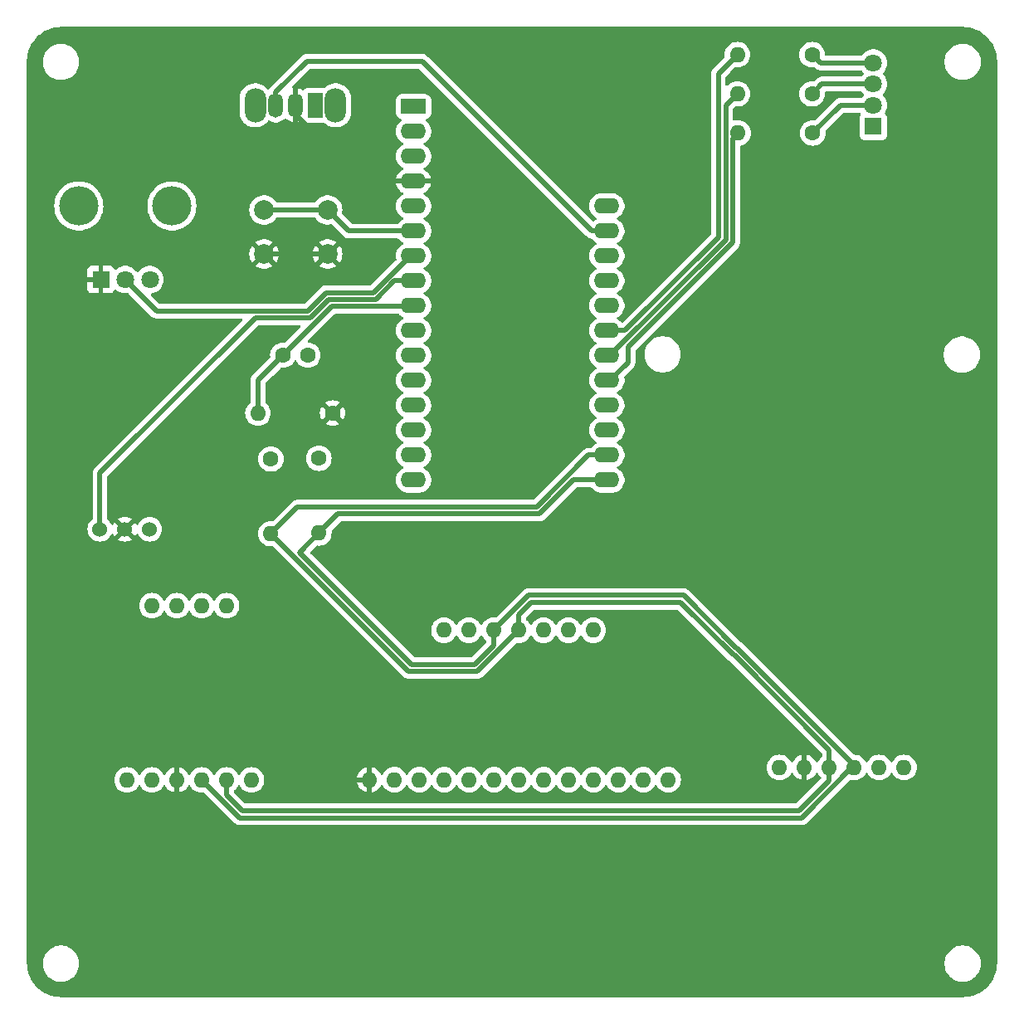
<source format=gbl>
G04 #@! TF.GenerationSoftware,KiCad,Pcbnew,8.0.8*
G04 #@! TF.CreationDate,2025-02-10T20:43:35+01:00*
G04 #@! TF.ProjectId,tesi,74657369-2e6b-4696-9361-645f70636258,rev?*
G04 #@! TF.SameCoordinates,Original*
G04 #@! TF.FileFunction,Copper,L4,Bot*
G04 #@! TF.FilePolarity,Positive*
%FSLAX46Y46*%
G04 Gerber Fmt 4.6, Leading zero omitted, Abs format (unit mm)*
G04 Created by KiCad (PCBNEW 8.0.8) date 2025-02-10 20:43:35*
%MOMM*%
%LPD*%
G01*
G04 APERTURE LIST*
G04 Aperture macros list*
%AMRoundRect*
0 Rectangle with rounded corners*
0 $1 Rounding radius*
0 $2 $3 $4 $5 $6 $7 $8 $9 X,Y pos of 4 corners*
0 Add a 4 corners polygon primitive as box body*
4,1,4,$2,$3,$4,$5,$6,$7,$8,$9,$2,$3,0*
0 Add four circle primitives for the rounded corners*
1,1,$1+$1,$2,$3*
1,1,$1+$1,$4,$5*
1,1,$1+$1,$6,$7*
1,1,$1+$1,$8,$9*
0 Add four rect primitives between the rounded corners*
20,1,$1+$1,$2,$3,$4,$5,0*
20,1,$1+$1,$4,$5,$6,$7,0*
20,1,$1+$1,$6,$7,$8,$9,0*
20,1,$1+$1,$8,$9,$2,$3,0*%
G04 Aperture macros list end*
G04 #@! TA.AperFunction,ComponentPad*
%ADD10C,1.600000*%
G04 #@! TD*
G04 #@! TA.AperFunction,ComponentPad*
%ADD11O,1.600000X1.600000*%
G04 #@! TD*
G04 #@! TA.AperFunction,ComponentPad*
%ADD12RoundRect,0.250000X-1.050000X-0.550000X1.050000X-0.550000X1.050000X0.550000X-1.050000X0.550000X0*%
G04 #@! TD*
G04 #@! TA.AperFunction,ComponentPad*
%ADD13O,2.600000X1.600000*%
G04 #@! TD*
G04 #@! TA.AperFunction,ComponentPad*
%ADD14O,2.200000X3.500000*%
G04 #@! TD*
G04 #@! TA.AperFunction,ComponentPad*
%ADD15R,1.500000X2.500000*%
G04 #@! TD*
G04 #@! TA.AperFunction,ComponentPad*
%ADD16O,1.500000X2.500000*%
G04 #@! TD*
G04 #@! TA.AperFunction,ComponentPad*
%ADD17C,1.524000*%
G04 #@! TD*
G04 #@! TA.AperFunction,ComponentPad*
%ADD18R,1.800000X1.800000*%
G04 #@! TD*
G04 #@! TA.AperFunction,ComponentPad*
%ADD19C,1.800000*%
G04 #@! TD*
G04 #@! TA.AperFunction,ComponentPad*
%ADD20C,2.000000*%
G04 #@! TD*
G04 #@! TA.AperFunction,ComponentPad*
%ADD21O,4.000000X4.000000*%
G04 #@! TD*
G04 #@! TA.AperFunction,Conductor*
%ADD22C,0.500000*%
G04 #@! TD*
G04 APERTURE END LIST*
D10*
X129043759Y-58829548D03*
D11*
X121423759Y-58829548D03*
D12*
X88382159Y-60130500D03*
D13*
X88382159Y-62670500D03*
X88382159Y-65210500D03*
X88382159Y-67750500D03*
X88382159Y-70290500D03*
X88382159Y-72830500D03*
X88382159Y-75370500D03*
X88382159Y-77910500D03*
X88382159Y-80450500D03*
X88382159Y-82990500D03*
X88382159Y-85530500D03*
X88382159Y-88070500D03*
X88382159Y-90610500D03*
X88382159Y-93150500D03*
X88382159Y-95690500D03*
X88382159Y-98230500D03*
X108102159Y-98230500D03*
X108102159Y-95690500D03*
X108102159Y-93150500D03*
X108102159Y-90610500D03*
X108102159Y-88070500D03*
X108102159Y-85530500D03*
X108102159Y-82990500D03*
X108102159Y-80450500D03*
X108102159Y-77910500D03*
X108102159Y-75370500D03*
X108102159Y-72830500D03*
X108102159Y-70290500D03*
D11*
X64223759Y-128830000D03*
X59143759Y-128830000D03*
X61683759Y-128830000D03*
X64223759Y-111050000D03*
X61683759Y-111050000D03*
X71843759Y-128830000D03*
X66763759Y-111050000D03*
X69303759Y-111050000D03*
X69303759Y-128830000D03*
X66763759Y-128830000D03*
D10*
X78723759Y-96015382D03*
D11*
X78723759Y-103635382D03*
X94017259Y-113554600D03*
X99097259Y-113554600D03*
X96557259Y-113554600D03*
X91477259Y-113554600D03*
X104177259Y-113554600D03*
X101637259Y-113554600D03*
X83884259Y-128818600D03*
X86424259Y-128818600D03*
X88964259Y-128818600D03*
X91504259Y-128818600D03*
X94044259Y-128818600D03*
X96584259Y-128818600D03*
X99124259Y-128818600D03*
X101664259Y-128818600D03*
X104204259Y-128818600D03*
X106744259Y-128818600D03*
X109284259Y-128818600D03*
X111824259Y-128818600D03*
X114364259Y-128818600D03*
X106717259Y-113554600D03*
D10*
X75045959Y-85495382D03*
X77585959Y-85495382D03*
D11*
X125719059Y-127560000D03*
X128259059Y-127560000D03*
X130799059Y-127560000D03*
X133339059Y-127560000D03*
X135879059Y-127560000D03*
X138419059Y-127560000D03*
D10*
X73823759Y-96085382D03*
D11*
X73823759Y-103705382D03*
D10*
X129103759Y-62829548D03*
D11*
X121483759Y-62829548D03*
D14*
X80423759Y-60000000D03*
X72223759Y-60000000D03*
D15*
X78323759Y-60000000D03*
D16*
X76323759Y-60000000D03*
X74323759Y-60000000D03*
D17*
X61458759Y-103250000D03*
X58918759Y-103250000D03*
X56378759Y-103250000D03*
D18*
X135292478Y-62159000D03*
D19*
X135292478Y-60000000D03*
X135292478Y-57841000D03*
X135292478Y-55682000D03*
D20*
X79623759Y-75172691D03*
X73123759Y-75172691D03*
X79623759Y-70672691D03*
X73123759Y-70672691D03*
D10*
X80125959Y-91405382D03*
D11*
X72505959Y-91405382D03*
D10*
X129043759Y-54829548D03*
D11*
X121423759Y-54829548D03*
D21*
X54223759Y-70277758D03*
X63723759Y-70277758D03*
D18*
X56473759Y-77777758D03*
D19*
X58973759Y-77777758D03*
X61473759Y-77777758D03*
D22*
X58973759Y-77777758D02*
X62196001Y-81000000D01*
X77561441Y-81000000D02*
X79433683Y-79127758D01*
X84324901Y-79127758D02*
X88082159Y-75370500D01*
X79433683Y-79127758D02*
X84324901Y-79127758D01*
X62196001Y-81000000D02*
X77561441Y-81000000D01*
X120233759Y-73698900D02*
X120233759Y-60019548D01*
X120233759Y-60019548D02*
X121423759Y-58829548D01*
X108402159Y-85530500D02*
X120233759Y-73698900D01*
X110250000Y-86222659D02*
X108402159Y-88070500D01*
X120933759Y-73988850D02*
X110250000Y-84672609D01*
X121483759Y-62829548D02*
X120933759Y-63379548D01*
X110250000Y-84672609D02*
X110250000Y-86222659D01*
X120933759Y-63379548D02*
X120933759Y-73988850D01*
X109952209Y-82990500D02*
X108402159Y-82990500D01*
X119473759Y-56779548D02*
X119473759Y-73468950D01*
X119473759Y-73468950D02*
X109952209Y-82990500D01*
X108401759Y-82990500D02*
X108402159Y-82990500D01*
X121423759Y-54829548D02*
X119473759Y-56779548D01*
X108402159Y-72830500D02*
X106580500Y-72830500D01*
X74323759Y-60500000D02*
X74323759Y-59750000D01*
X74323759Y-58676241D02*
X74323759Y-60000000D01*
X77500000Y-55500000D02*
X74323759Y-58676241D01*
X106580500Y-72830500D02*
X89250000Y-55500000D01*
X89250000Y-55500000D02*
X77500000Y-55500000D01*
X108402159Y-72830500D02*
X108401759Y-72830500D01*
X131933307Y-60000000D02*
X129103759Y-62829548D01*
X135292478Y-60000000D02*
X131933307Y-60000000D01*
X135292478Y-55682000D02*
X129896211Y-55682000D01*
X129896211Y-55682000D02*
X129043759Y-54829548D01*
X121389059Y-115400000D02*
X121323759Y-115400000D01*
X115923759Y-110000000D02*
X100110059Y-110000000D01*
X121323759Y-115400000D02*
X115923759Y-110000000D01*
X96557259Y-115104650D02*
X94611909Y-117050000D01*
X76733734Y-105625407D02*
X78723759Y-103635382D01*
X101213709Y-101700000D02*
X104683209Y-98230500D01*
X100110059Y-110000000D02*
X96557259Y-113552800D01*
X66763759Y-128830000D02*
X66763759Y-128860000D01*
X70633759Y-132700000D02*
X66763759Y-128830000D01*
X66763759Y-128860000D02*
X66623759Y-129000000D01*
X80659141Y-101700000D02*
X101213709Y-101700000D01*
X78723759Y-103635382D02*
X80659141Y-101700000D01*
X127989059Y-132700000D02*
X70633759Y-132700000D01*
X96557259Y-113554600D02*
X96557259Y-115104650D01*
X104683209Y-98230500D02*
X108402159Y-98230500D01*
X88158327Y-117050000D02*
X76733734Y-105625407D01*
X94611909Y-117050000D02*
X88158327Y-117050000D01*
X133339059Y-127350000D02*
X121389059Y-115400000D01*
X133339059Y-127350000D02*
X127989059Y-132700000D01*
X99097259Y-113554600D02*
X94901859Y-117750000D01*
X100400009Y-110700000D02*
X99097259Y-112002750D01*
X127699109Y-132000000D02*
X130799059Y-128900050D01*
X106233259Y-95690500D02*
X108402159Y-95690500D01*
X76529141Y-101000000D02*
X100923759Y-101000000D01*
X130799059Y-125799950D02*
X121099109Y-116100000D01*
X99097259Y-112002750D02*
X99097259Y-113552800D01*
X121033809Y-116100000D02*
X115633809Y-110700000D01*
X69303759Y-130380050D02*
X70923709Y-132000000D01*
X121099109Y-116100000D02*
X121033809Y-116100000D01*
X70923709Y-132000000D02*
X127699109Y-132000000D01*
X130799059Y-128900050D02*
X130799059Y-127350000D01*
X115633809Y-110700000D02*
X100400009Y-110700000D01*
X69303759Y-128830000D02*
X69303759Y-130380050D01*
X73823759Y-103705382D02*
X76529141Y-101000000D01*
X94901859Y-117750000D02*
X87868377Y-117750000D01*
X130799059Y-127350000D02*
X130799059Y-125799950D01*
X87868377Y-117750000D02*
X73823759Y-103705382D01*
X100923759Y-101000000D02*
X106233259Y-95690500D01*
X135292478Y-57841000D02*
X130032307Y-57841000D01*
X130032307Y-57841000D02*
X129043759Y-58829548D01*
X72505959Y-88035382D02*
X75045959Y-85495382D01*
X88004901Y-80527758D02*
X88082159Y-80450500D01*
X80013583Y-80527758D02*
X88004901Y-80527758D01*
X75045959Y-85495382D02*
X80013583Y-80527758D01*
X72505959Y-91405382D02*
X72505959Y-88035382D01*
X83089759Y-67750500D02*
X76323759Y-60984500D01*
X83089759Y-67750500D02*
X88082159Y-67750500D01*
X79623759Y-75172691D02*
X73123759Y-75172691D01*
X76323759Y-60984500D02*
X76323759Y-60000000D01*
X76323759Y-60230500D02*
X76269500Y-60230500D01*
X76250000Y-60250000D02*
X76250000Y-60910741D01*
X76269500Y-60230500D02*
X76250000Y-60250000D01*
X108552759Y-93000000D02*
X108401759Y-93150500D01*
X73123759Y-70672691D02*
X79623759Y-70672691D01*
X81781568Y-72830500D02*
X79623759Y-70672691D01*
X88082159Y-72830500D02*
X81781568Y-72830500D01*
X56378759Y-97545000D02*
X72223759Y-81700000D01*
X86428871Y-77910500D02*
X88082159Y-77910500D01*
X72223759Y-81700000D02*
X77851391Y-81700000D01*
X77851391Y-81700000D02*
X79723633Y-79827758D01*
X84511613Y-79827758D02*
X86428871Y-77910500D01*
X56378759Y-103250000D02*
X56378759Y-97545000D01*
X79723633Y-79827758D02*
X84511613Y-79827758D01*
X108412759Y-90600000D02*
X108401759Y-90610500D01*
G04 #@! TA.AperFunction,Conductor*
G36*
X144357872Y-52000501D02*
G01*
X144420714Y-52000500D01*
X144426796Y-52000648D01*
X144760694Y-52017049D01*
X144772798Y-52018241D01*
X145100456Y-52066842D01*
X145112386Y-52069215D01*
X145433708Y-52149700D01*
X145445330Y-52153225D01*
X145757233Y-52264825D01*
X145768454Y-52269473D01*
X146067909Y-52411105D01*
X146078634Y-52416838D01*
X146362754Y-52587134D01*
X146372860Y-52593887D01*
X146505890Y-52692550D01*
X146638915Y-52791209D01*
X146648316Y-52798923D01*
X146893761Y-53021384D01*
X146902353Y-53029977D01*
X147124808Y-53275423D01*
X147132527Y-53284829D01*
X147329839Y-53550879D01*
X147336600Y-53560998D01*
X147506887Y-53845113D01*
X147512623Y-53855845D01*
X147654240Y-54155281D01*
X147658897Y-54166524D01*
X147770481Y-54478396D01*
X147774014Y-54490041D01*
X147854495Y-54811370D01*
X147856868Y-54823305D01*
X147905462Y-55150946D01*
X147906655Y-55163057D01*
X147923109Y-55498153D01*
X147923258Y-55504236D01*
X147923257Y-55574503D01*
X147923259Y-55574532D01*
X147923259Y-147496948D01*
X147923110Y-147503033D01*
X147906706Y-147836926D01*
X147905513Y-147849036D01*
X147856910Y-148176688D01*
X147854536Y-148188622D01*
X147774051Y-148509940D01*
X147770518Y-148521586D01*
X147658929Y-148833452D01*
X147654272Y-148844694D01*
X147512643Y-149144140D01*
X147506907Y-149154872D01*
X147336616Y-149438983D01*
X147329855Y-149449101D01*
X147132538Y-149715150D01*
X147124823Y-149724551D01*
X146984585Y-149879279D01*
X146902370Y-149969990D01*
X146893765Y-149978594D01*
X146648331Y-150201040D01*
X146638924Y-150208760D01*
X146372873Y-150406074D01*
X146362755Y-150412835D01*
X146078634Y-150583128D01*
X146067902Y-150588864D01*
X145768468Y-150730483D01*
X145757226Y-150735140D01*
X145445346Y-150846730D01*
X145433700Y-150850262D01*
X145112387Y-150930743D01*
X145100452Y-150933117D01*
X144772802Y-150981716D01*
X144760692Y-150982909D01*
X144425966Y-150999350D01*
X144419883Y-150999499D01*
X144350278Y-150999499D01*
X144350262Y-150999500D01*
X52426817Y-150999500D01*
X52420732Y-150999351D01*
X52410908Y-150998868D01*
X52086834Y-150982944D01*
X52074724Y-150981751D01*
X51747066Y-150933145D01*
X51735132Y-150930771D01*
X51413812Y-150850284D01*
X51402167Y-150846751D01*
X51090292Y-150735159D01*
X51079058Y-150730506D01*
X50779599Y-150588873D01*
X50768876Y-150583140D01*
X50484751Y-150412843D01*
X50474649Y-150406093D01*
X50208582Y-150208766D01*
X50199191Y-150201060D01*
X49953721Y-149978582D01*
X49945142Y-149970002D01*
X49722680Y-149724557D01*
X49714967Y-149715159D01*
X49517631Y-149449087D01*
X49510880Y-149438983D01*
X49340578Y-149154861D01*
X49334848Y-149144140D01*
X49193214Y-148844691D01*
X49188562Y-148833460D01*
X49076960Y-148521570D01*
X49073428Y-148509926D01*
X49044691Y-148395212D01*
X48992935Y-148188605D01*
X48990565Y-148176688D01*
X48941950Y-147849007D01*
X48940761Y-147836953D01*
X48924407Y-147504199D01*
X48924259Y-147498151D01*
X48924259Y-147453711D01*
X50551659Y-147453711D01*
X50551659Y-147696288D01*
X50583320Y-147936785D01*
X50646106Y-148171104D01*
X50738932Y-148395205D01*
X50738935Y-148395212D01*
X50860223Y-148605289D01*
X50860225Y-148605292D01*
X50860226Y-148605293D01*
X51007892Y-148797736D01*
X51007898Y-148797743D01*
X51179415Y-148969260D01*
X51179421Y-148969265D01*
X51371870Y-149116936D01*
X51581947Y-149238224D01*
X51806059Y-149331054D01*
X52040370Y-149393838D01*
X52220745Y-149417584D01*
X52280870Y-149425500D01*
X52280871Y-149425500D01*
X52523448Y-149425500D01*
X52571547Y-149419167D01*
X52763948Y-149393838D01*
X52998259Y-149331054D01*
X53222371Y-149238224D01*
X53432448Y-149116936D01*
X53624897Y-148969265D01*
X53796424Y-148797738D01*
X53944095Y-148605289D01*
X54065383Y-148395212D01*
X54158213Y-148171100D01*
X54220997Y-147936789D01*
X54252659Y-147696288D01*
X54252659Y-147453712D01*
X54252659Y-147453711D01*
X142551659Y-147453711D01*
X142551659Y-147696288D01*
X142583320Y-147936785D01*
X142646106Y-148171104D01*
X142738932Y-148395205D01*
X142738935Y-148395212D01*
X142860223Y-148605289D01*
X142860225Y-148605292D01*
X142860226Y-148605293D01*
X143007892Y-148797736D01*
X143007898Y-148797743D01*
X143179415Y-148969260D01*
X143179421Y-148969265D01*
X143371870Y-149116936D01*
X143581947Y-149238224D01*
X143806059Y-149331054D01*
X144040370Y-149393838D01*
X144220745Y-149417584D01*
X144280870Y-149425500D01*
X144280871Y-149425500D01*
X144523448Y-149425500D01*
X144571547Y-149419167D01*
X144763948Y-149393838D01*
X144998259Y-149331054D01*
X145222371Y-149238224D01*
X145432448Y-149116936D01*
X145624897Y-148969265D01*
X145796424Y-148797738D01*
X145944095Y-148605289D01*
X146065383Y-148395212D01*
X146158213Y-148171100D01*
X146220997Y-147936789D01*
X146252659Y-147696288D01*
X146252659Y-147453712D01*
X146220997Y-147213211D01*
X146158213Y-146978900D01*
X146065383Y-146754788D01*
X145944095Y-146544711D01*
X145796424Y-146352262D01*
X145796419Y-146352256D01*
X145624902Y-146180739D01*
X145624895Y-146180733D01*
X145432452Y-146033067D01*
X145432451Y-146033066D01*
X145432448Y-146033064D01*
X145222371Y-145911776D01*
X145222364Y-145911773D01*
X144998263Y-145818947D01*
X144763944Y-145756161D01*
X144523448Y-145724500D01*
X144523447Y-145724500D01*
X144280871Y-145724500D01*
X144280870Y-145724500D01*
X144040373Y-145756161D01*
X143806054Y-145818947D01*
X143581953Y-145911773D01*
X143581944Y-145911777D01*
X143371865Y-146033067D01*
X143179422Y-146180733D01*
X143179415Y-146180739D01*
X143007898Y-146352256D01*
X143007892Y-146352263D01*
X142860226Y-146544706D01*
X142738936Y-146754785D01*
X142738932Y-146754794D01*
X142646106Y-146978895D01*
X142583320Y-147213214D01*
X142551659Y-147453711D01*
X54252659Y-147453711D01*
X54220997Y-147213211D01*
X54158213Y-146978900D01*
X54065383Y-146754788D01*
X53944095Y-146544711D01*
X53796424Y-146352262D01*
X53796419Y-146352256D01*
X53624902Y-146180739D01*
X53624895Y-146180733D01*
X53432452Y-146033067D01*
X53432451Y-146033066D01*
X53432448Y-146033064D01*
X53222371Y-145911776D01*
X53222364Y-145911773D01*
X52998263Y-145818947D01*
X52763944Y-145756161D01*
X52523448Y-145724500D01*
X52523447Y-145724500D01*
X52280871Y-145724500D01*
X52280870Y-145724500D01*
X52040373Y-145756161D01*
X51806054Y-145818947D01*
X51581953Y-145911773D01*
X51581944Y-145911777D01*
X51371865Y-146033067D01*
X51179422Y-146180733D01*
X51179415Y-146180739D01*
X51007898Y-146352256D01*
X51007892Y-146352263D01*
X50860226Y-146544706D01*
X50738936Y-146754785D01*
X50738932Y-146754794D01*
X50646106Y-146978895D01*
X50583320Y-147213214D01*
X50551659Y-147453711D01*
X48924259Y-147453711D01*
X48924259Y-128829998D01*
X57838291Y-128829998D01*
X57838291Y-128830001D01*
X57858123Y-129056686D01*
X57858125Y-129056697D01*
X57917017Y-129276488D01*
X57917020Y-129276497D01*
X58013190Y-129482732D01*
X58013191Y-129482734D01*
X58143713Y-129669141D01*
X58304617Y-129830045D01*
X58304620Y-129830047D01*
X58491025Y-129960568D01*
X58697263Y-130056739D01*
X58917067Y-130115635D01*
X59078989Y-130129801D01*
X59143757Y-130135468D01*
X59143759Y-130135468D01*
X59143761Y-130135468D01*
X59200432Y-130130509D01*
X59370451Y-130115635D01*
X59590255Y-130056739D01*
X59796493Y-129960568D01*
X59982898Y-129830047D01*
X60143806Y-129669139D01*
X60274327Y-129482734D01*
X60301377Y-129424724D01*
X60347549Y-129372285D01*
X60414742Y-129353133D01*
X60481624Y-129373348D01*
X60526141Y-129424725D01*
X60553188Y-129482728D01*
X60553191Y-129482734D01*
X60683713Y-129669141D01*
X60844617Y-129830045D01*
X60844620Y-129830047D01*
X61031025Y-129960568D01*
X61237263Y-130056739D01*
X61457067Y-130115635D01*
X61618989Y-130129801D01*
X61683757Y-130135468D01*
X61683759Y-130135468D01*
X61683761Y-130135468D01*
X61740432Y-130130509D01*
X61910451Y-130115635D01*
X62130255Y-130056739D01*
X62336493Y-129960568D01*
X62522898Y-129830047D01*
X62683806Y-129669139D01*
X62814327Y-129482734D01*
X62841654Y-129424129D01*
X62887823Y-129371695D01*
X62955016Y-129352542D01*
X63021898Y-129372757D01*
X63066416Y-129424133D01*
X63093624Y-129482482D01*
X63224101Y-129668820D01*
X63384938Y-129829657D01*
X63571276Y-129960134D01*
X63777432Y-130056265D01*
X63777441Y-130056269D01*
X63973758Y-130108872D01*
X63973759Y-130108871D01*
X63973759Y-129263012D01*
X64030766Y-129295925D01*
X64157933Y-129330000D01*
X64289585Y-129330000D01*
X64416752Y-129295925D01*
X64473759Y-129263012D01*
X64473759Y-130108872D01*
X64670076Y-130056269D01*
X64670085Y-130056265D01*
X64876241Y-129960134D01*
X65062579Y-129829657D01*
X65223416Y-129668820D01*
X65353891Y-129482484D01*
X65381100Y-129424134D01*
X65427272Y-129371695D01*
X65494466Y-129352542D01*
X65561347Y-129372757D01*
X65605865Y-129424133D01*
X65633190Y-129482732D01*
X65633191Y-129482734D01*
X65763713Y-129669141D01*
X65924617Y-129830045D01*
X65924620Y-129830047D01*
X66111025Y-129960568D01*
X66317263Y-130056739D01*
X66537067Y-130115635D01*
X66698989Y-130129801D01*
X66763757Y-130135468D01*
X66763759Y-130135468D01*
X66763760Y-130135468D01*
X66783821Y-130133712D01*
X66930620Y-130120869D01*
X66999118Y-130134635D01*
X67029107Y-130156716D01*
X70050807Y-133178415D01*
X70050808Y-133178416D01*
X70155342Y-133282950D01*
X70155344Y-133282952D01*
X70278257Y-133365080D01*
X70278270Y-133365087D01*
X70414841Y-133421656D01*
X70414846Y-133421658D01*
X70414850Y-133421658D01*
X70414851Y-133421659D01*
X70559838Y-133450500D01*
X70559841Y-133450500D01*
X128062979Y-133450500D01*
X128160521Y-133431096D01*
X128207972Y-133421658D01*
X128344554Y-133365084D01*
X128393788Y-133332186D01*
X128467475Y-133282952D01*
X132898035Y-128852389D01*
X132959356Y-128818906D01*
X133017803Y-128820296D01*
X133112367Y-128845635D01*
X133274289Y-128859801D01*
X133339057Y-128865468D01*
X133339059Y-128865468D01*
X133339061Y-128865468D01*
X133395732Y-128860509D01*
X133565751Y-128845635D01*
X133785555Y-128786739D01*
X133991793Y-128690568D01*
X134178198Y-128560047D01*
X134339106Y-128399139D01*
X134469627Y-128212734D01*
X134496677Y-128154724D01*
X134542849Y-128102285D01*
X134610042Y-128083133D01*
X134676924Y-128103348D01*
X134721440Y-128154724D01*
X134731951Y-128177264D01*
X134748488Y-128212728D01*
X134748491Y-128212734D01*
X134879013Y-128399141D01*
X135039917Y-128560045D01*
X135039920Y-128560047D01*
X135226325Y-128690568D01*
X135432563Y-128786739D01*
X135652367Y-128845635D01*
X135814289Y-128859801D01*
X135879057Y-128865468D01*
X135879059Y-128865468D01*
X135879061Y-128865468D01*
X135935732Y-128860509D01*
X136105751Y-128845635D01*
X136325555Y-128786739D01*
X136531793Y-128690568D01*
X136718198Y-128560047D01*
X136879106Y-128399139D01*
X137009627Y-128212734D01*
X137036677Y-128154724D01*
X137082849Y-128102285D01*
X137150042Y-128083133D01*
X137216924Y-128103348D01*
X137261440Y-128154724D01*
X137271951Y-128177264D01*
X137288488Y-128212728D01*
X137288491Y-128212734D01*
X137419013Y-128399141D01*
X137579917Y-128560045D01*
X137579920Y-128560047D01*
X137766325Y-128690568D01*
X137972563Y-128786739D01*
X138192367Y-128845635D01*
X138354289Y-128859801D01*
X138419057Y-128865468D01*
X138419059Y-128865468D01*
X138419061Y-128865468D01*
X138475732Y-128860509D01*
X138645751Y-128845635D01*
X138865555Y-128786739D01*
X139071793Y-128690568D01*
X139258198Y-128560047D01*
X139419106Y-128399139D01*
X139549627Y-128212734D01*
X139645798Y-128006496D01*
X139704694Y-127786692D01*
X139724527Y-127560000D01*
X139704694Y-127333308D01*
X139645798Y-127113504D01*
X139549627Y-126907266D01*
X139419106Y-126720861D01*
X139419104Y-126720858D01*
X139258200Y-126559954D01*
X139071793Y-126429432D01*
X139071791Y-126429431D01*
X138865556Y-126333261D01*
X138865547Y-126333258D01*
X138645756Y-126274366D01*
X138645752Y-126274365D01*
X138645751Y-126274365D01*
X138645750Y-126274364D01*
X138645745Y-126274364D01*
X138419061Y-126254532D01*
X138419057Y-126254532D01*
X138192372Y-126274364D01*
X138192361Y-126274366D01*
X137972570Y-126333258D01*
X137972561Y-126333261D01*
X137766326Y-126429431D01*
X137766324Y-126429432D01*
X137579917Y-126559954D01*
X137419013Y-126720858D01*
X137288491Y-126907265D01*
X137288490Y-126907267D01*
X137261441Y-126965275D01*
X137215268Y-127017714D01*
X137148075Y-127036866D01*
X137081194Y-127016650D01*
X137036677Y-126965275D01*
X137009745Y-126907520D01*
X137009627Y-126907266D01*
X136879106Y-126720861D01*
X136879104Y-126720858D01*
X136718200Y-126559954D01*
X136531793Y-126429432D01*
X136531791Y-126429431D01*
X136325556Y-126333261D01*
X136325547Y-126333258D01*
X136105756Y-126274366D01*
X136105752Y-126274365D01*
X136105751Y-126274365D01*
X136105750Y-126274364D01*
X136105745Y-126274364D01*
X135879061Y-126254532D01*
X135879057Y-126254532D01*
X135652372Y-126274364D01*
X135652361Y-126274366D01*
X135432570Y-126333258D01*
X135432561Y-126333261D01*
X135226326Y-126429431D01*
X135226324Y-126429432D01*
X135039917Y-126559954D01*
X134879013Y-126720858D01*
X134748491Y-126907265D01*
X134748490Y-126907267D01*
X134721441Y-126965275D01*
X134675268Y-127017714D01*
X134608075Y-127036866D01*
X134541194Y-127016650D01*
X134496677Y-126965275D01*
X134469745Y-126907520D01*
X134469627Y-126907266D01*
X134339106Y-126720861D01*
X134339104Y-126720858D01*
X134178200Y-126559954D01*
X133991793Y-126429432D01*
X133991791Y-126429431D01*
X133785556Y-126333261D01*
X133785547Y-126333258D01*
X133565756Y-126274366D01*
X133565746Y-126274364D01*
X133346648Y-126255195D01*
X133281579Y-126229742D01*
X133269775Y-126219348D01*
X121867480Y-114817052D01*
X121867473Y-114817046D01*
X121793788Y-114767812D01*
X121793787Y-114767812D01*
X121744560Y-114734919D01*
X121744555Y-114734917D01*
X121744554Y-114734916D01*
X121725493Y-114727020D01*
X121685267Y-114700141D01*
X116402180Y-109417052D01*
X116402173Y-109417046D01*
X116328488Y-109367812D01*
X116328488Y-109367813D01*
X116279250Y-109334913D01*
X116142676Y-109278343D01*
X116142666Y-109278340D01*
X115997679Y-109249500D01*
X115997677Y-109249500D01*
X100036141Y-109249500D01*
X100036139Y-109249500D01*
X99891151Y-109278340D01*
X99891145Y-109278342D01*
X99754567Y-109334914D01*
X99754555Y-109334921D01*
X99705328Y-109367813D01*
X99631647Y-109417044D01*
X99631639Y-109417050D01*
X96820951Y-112227738D01*
X96759628Y-112261223D01*
X96722463Y-112263585D01*
X96557261Y-112249132D01*
X96557257Y-112249132D01*
X96330572Y-112268964D01*
X96330561Y-112268966D01*
X96110770Y-112327858D01*
X96110761Y-112327861D01*
X95904526Y-112424031D01*
X95904524Y-112424032D01*
X95718117Y-112554554D01*
X95557213Y-112715458D01*
X95426691Y-112901865D01*
X95426690Y-112901867D01*
X95399641Y-112959875D01*
X95353468Y-113012314D01*
X95286275Y-113031466D01*
X95219394Y-113011250D01*
X95174877Y-112959875D01*
X95147827Y-112901867D01*
X95147826Y-112901865D01*
X95017304Y-112715458D01*
X94856400Y-112554554D01*
X94669993Y-112424032D01*
X94669991Y-112424031D01*
X94463756Y-112327861D01*
X94463747Y-112327858D01*
X94243956Y-112268966D01*
X94243952Y-112268965D01*
X94243951Y-112268965D01*
X94243950Y-112268964D01*
X94243945Y-112268964D01*
X94017261Y-112249132D01*
X94017257Y-112249132D01*
X93790572Y-112268964D01*
X93790561Y-112268966D01*
X93570770Y-112327858D01*
X93570761Y-112327861D01*
X93364526Y-112424031D01*
X93364524Y-112424032D01*
X93178117Y-112554554D01*
X93017213Y-112715458D01*
X92886691Y-112901865D01*
X92886690Y-112901867D01*
X92859641Y-112959875D01*
X92813468Y-113012314D01*
X92746275Y-113031466D01*
X92679394Y-113011250D01*
X92634877Y-112959875D01*
X92607827Y-112901867D01*
X92607826Y-112901865D01*
X92477304Y-112715458D01*
X92316400Y-112554554D01*
X92129993Y-112424032D01*
X92129991Y-112424031D01*
X91923756Y-112327861D01*
X91923747Y-112327858D01*
X91703956Y-112268966D01*
X91703952Y-112268965D01*
X91703951Y-112268965D01*
X91703950Y-112268964D01*
X91703945Y-112268964D01*
X91477261Y-112249132D01*
X91477257Y-112249132D01*
X91250572Y-112268964D01*
X91250561Y-112268966D01*
X91030770Y-112327858D01*
X91030761Y-112327861D01*
X90824526Y-112424031D01*
X90824524Y-112424032D01*
X90638117Y-112554554D01*
X90477213Y-112715458D01*
X90346691Y-112901865D01*
X90346690Y-112901867D01*
X90250520Y-113108102D01*
X90250517Y-113108111D01*
X90191625Y-113327902D01*
X90191623Y-113327913D01*
X90171791Y-113554598D01*
X90171791Y-113554601D01*
X90191623Y-113781286D01*
X90191625Y-113781297D01*
X90250517Y-114001088D01*
X90250520Y-114001097D01*
X90346690Y-114207332D01*
X90346691Y-114207334D01*
X90477213Y-114393741D01*
X90638117Y-114554645D01*
X90638120Y-114554647D01*
X90824525Y-114685168D01*
X91030763Y-114781339D01*
X91250567Y-114840235D01*
X91412489Y-114854401D01*
X91477257Y-114860068D01*
X91477259Y-114860068D01*
X91477261Y-114860068D01*
X91533932Y-114855109D01*
X91703951Y-114840235D01*
X91923755Y-114781339D01*
X92129993Y-114685168D01*
X92316398Y-114554647D01*
X92477306Y-114393739D01*
X92607827Y-114207334D01*
X92634877Y-114149324D01*
X92681049Y-114096885D01*
X92748242Y-114077733D01*
X92815124Y-114097948D01*
X92859641Y-114149325D01*
X92886688Y-114207328D01*
X92886691Y-114207334D01*
X93017213Y-114393741D01*
X93178117Y-114554645D01*
X93178120Y-114554647D01*
X93364525Y-114685168D01*
X93570763Y-114781339D01*
X93790567Y-114840235D01*
X93952489Y-114854401D01*
X94017257Y-114860068D01*
X94017259Y-114860068D01*
X94017261Y-114860068D01*
X94073932Y-114855109D01*
X94243951Y-114840235D01*
X94463755Y-114781339D01*
X94669993Y-114685168D01*
X94856398Y-114554647D01*
X95017306Y-114393739D01*
X95147827Y-114207334D01*
X95174877Y-114149324D01*
X95221049Y-114096885D01*
X95288242Y-114077733D01*
X95355124Y-114097948D01*
X95399641Y-114149325D01*
X95426688Y-114207328D01*
X95426691Y-114207334D01*
X95557213Y-114393741D01*
X95718118Y-114554646D01*
X95753880Y-114579686D01*
X95797506Y-114634262D01*
X95806759Y-114681262D01*
X95806759Y-114742420D01*
X95787074Y-114809459D01*
X95770440Y-114830101D01*
X94337360Y-116263181D01*
X94276037Y-116296666D01*
X94249679Y-116299500D01*
X88520556Y-116299500D01*
X88453517Y-116279815D01*
X88432875Y-116263181D01*
X77882782Y-105713087D01*
X77849297Y-105651764D01*
X77854281Y-105582072D01*
X77882782Y-105537725D01*
X78458411Y-104962096D01*
X78519732Y-104928613D01*
X78556894Y-104926251D01*
X78700125Y-104938782D01*
X78723758Y-104940850D01*
X78723759Y-104940850D01*
X78723761Y-104940850D01*
X78780432Y-104935891D01*
X78950451Y-104921017D01*
X79170255Y-104862121D01*
X79376493Y-104765950D01*
X79562898Y-104635429D01*
X79723806Y-104474521D01*
X79854327Y-104288116D01*
X79950498Y-104081878D01*
X80009394Y-103862074D01*
X80029227Y-103635382D01*
X80014628Y-103468519D01*
X80028394Y-103400021D01*
X80050472Y-103370035D01*
X80933689Y-102486819D01*
X80995012Y-102453334D01*
X81021370Y-102450500D01*
X101287629Y-102450500D01*
X101385171Y-102431096D01*
X101432622Y-102421658D01*
X101569204Y-102365084D01*
X101621840Y-102329914D01*
X101621840Y-102329913D01*
X101621842Y-102329913D01*
X101656982Y-102306433D01*
X101692125Y-102282952D01*
X104957758Y-99017319D01*
X105019081Y-98983834D01*
X105045439Y-98981000D01*
X106476741Y-98981000D01*
X106543780Y-99000685D01*
X106577059Y-99032115D01*
X106610187Y-99077712D01*
X106610191Y-99077717D01*
X106754945Y-99222471D01*
X106909908Y-99335056D01*
X106920549Y-99342787D01*
X107036766Y-99402003D01*
X107102935Y-99435718D01*
X107102937Y-99435718D01*
X107102940Y-99435720D01*
X107207296Y-99469627D01*
X107297624Y-99498977D01*
X107398716Y-99514988D01*
X107499807Y-99531000D01*
X107499808Y-99531000D01*
X108704510Y-99531000D01*
X108704511Y-99531000D01*
X108906693Y-99498977D01*
X109101378Y-99435720D01*
X109283769Y-99342787D01*
X109376749Y-99275232D01*
X109449372Y-99222471D01*
X109449374Y-99222468D01*
X109449378Y-99222466D01*
X109594125Y-99077719D01*
X109594127Y-99077715D01*
X109594130Y-99077713D01*
X109664395Y-98981000D01*
X109714446Y-98912110D01*
X109807379Y-98729719D01*
X109870636Y-98535034D01*
X109902659Y-98332852D01*
X109902659Y-98128148D01*
X109870636Y-97925966D01*
X109864548Y-97907230D01*
X109807377Y-97731276D01*
X109773662Y-97665107D01*
X109714446Y-97548890D01*
X109664395Y-97480000D01*
X109594130Y-97383286D01*
X109449372Y-97238528D01*
X109283773Y-97118215D01*
X109277165Y-97114848D01*
X109191076Y-97070983D01*
X109140282Y-97023011D01*
X109123487Y-96955190D01*
X109146024Y-96889055D01*
X109191076Y-96850016D01*
X109283769Y-96802787D01*
X109372782Y-96738116D01*
X109449372Y-96682471D01*
X109449374Y-96682468D01*
X109449378Y-96682466D01*
X109594125Y-96537719D01*
X109594127Y-96537715D01*
X109594130Y-96537713D01*
X109649232Y-96461870D01*
X109714446Y-96372110D01*
X109807379Y-96189719D01*
X109870636Y-95995034D01*
X109902659Y-95792852D01*
X109902659Y-95588148D01*
X109870636Y-95385966D01*
X109807379Y-95191281D01*
X109807377Y-95191278D01*
X109807377Y-95191276D01*
X109753397Y-95085336D01*
X109714446Y-95008890D01*
X109706715Y-94998249D01*
X109594130Y-94843286D01*
X109449372Y-94698528D01*
X109283773Y-94578215D01*
X109277165Y-94574848D01*
X109191076Y-94530983D01*
X109140282Y-94483011D01*
X109123487Y-94415190D01*
X109146024Y-94349055D01*
X109191076Y-94310016D01*
X109283769Y-94262787D01*
X109304929Y-94247413D01*
X109449372Y-94142471D01*
X109449374Y-94142468D01*
X109449378Y-94142466D01*
X109594125Y-93997719D01*
X109594127Y-93997715D01*
X109594130Y-93997713D01*
X109646891Y-93925090D01*
X109714446Y-93832110D01*
X109807379Y-93649719D01*
X109870636Y-93455034D01*
X109902659Y-93252852D01*
X109902659Y-93048148D01*
X109870636Y-92845966D01*
X109807379Y-92651281D01*
X109807377Y-92651278D01*
X109807377Y-92651276D01*
X109773662Y-92585107D01*
X109714446Y-92468890D01*
X109706715Y-92458249D01*
X109594130Y-92303286D01*
X109449372Y-92158528D01*
X109283773Y-92038215D01*
X109277165Y-92034848D01*
X109191076Y-91990983D01*
X109140282Y-91943011D01*
X109123487Y-91875190D01*
X109146024Y-91809055D01*
X109191076Y-91770016D01*
X109283769Y-91722787D01*
X109382593Y-91650988D01*
X109449372Y-91602471D01*
X109449374Y-91602468D01*
X109449378Y-91602466D01*
X109594125Y-91457719D01*
X109594127Y-91457715D01*
X109594130Y-91457713D01*
X109670410Y-91352721D01*
X109714446Y-91292110D01*
X109807379Y-91109719D01*
X109870636Y-90915034D01*
X109902659Y-90712852D01*
X109902659Y-90508148D01*
X109886375Y-90405335D01*
X109870636Y-90305965D01*
X109829420Y-90179116D01*
X109807379Y-90111281D01*
X109807377Y-90111278D01*
X109807377Y-90111276D01*
X109773662Y-90045107D01*
X109714446Y-89928890D01*
X109706715Y-89918249D01*
X109594130Y-89763286D01*
X109449372Y-89618528D01*
X109283773Y-89498215D01*
X109277165Y-89494848D01*
X109191076Y-89450983D01*
X109140282Y-89403011D01*
X109123487Y-89335190D01*
X109146024Y-89269055D01*
X109191076Y-89230016D01*
X109283769Y-89182787D01*
X109304929Y-89167413D01*
X109449372Y-89062471D01*
X109449374Y-89062468D01*
X109449378Y-89062466D01*
X109594125Y-88917719D01*
X109594127Y-88917715D01*
X109594130Y-88917713D01*
X109646891Y-88845090D01*
X109714446Y-88752110D01*
X109807379Y-88569719D01*
X109870636Y-88375034D01*
X109902659Y-88172852D01*
X109902659Y-87968148D01*
X109870636Y-87765966D01*
X109868961Y-87760813D01*
X109866965Y-87690976D01*
X109899209Y-87634816D01*
X110832952Y-86701075D01*
X110883148Y-86625950D01*
X110915084Y-86578154D01*
X110971658Y-86441572D01*
X110981096Y-86394121D01*
X111000500Y-86296579D01*
X111000500Y-85290313D01*
X111952940Y-85290313D01*
X111952940Y-85532890D01*
X111984601Y-85773387D01*
X112047387Y-86007706D01*
X112140213Y-86231807D01*
X112140216Y-86231814D01*
X112261504Y-86441891D01*
X112261506Y-86441894D01*
X112261507Y-86441895D01*
X112409173Y-86634338D01*
X112409179Y-86634345D01*
X112580696Y-86805862D01*
X112580703Y-86805868D01*
X112618617Y-86834960D01*
X112773151Y-86953538D01*
X112983228Y-87074826D01*
X113207340Y-87167656D01*
X113441651Y-87230440D01*
X113622026Y-87254186D01*
X113682151Y-87262102D01*
X113682152Y-87262102D01*
X113924729Y-87262102D01*
X113972828Y-87255769D01*
X114165229Y-87230440D01*
X114399540Y-87167656D01*
X114623652Y-87074826D01*
X114833729Y-86953538D01*
X115026178Y-86805867D01*
X115197705Y-86634340D01*
X115345376Y-86441891D01*
X115466664Y-86231814D01*
X115559494Y-86007702D01*
X115622278Y-85773391D01*
X115653940Y-85532890D01*
X115653940Y-85319405D01*
X142471801Y-85319405D01*
X142471801Y-85561982D01*
X142503462Y-85802479D01*
X142566248Y-86036798D01*
X142659074Y-86260899D01*
X142659077Y-86260906D01*
X142780365Y-86470983D01*
X142780367Y-86470986D01*
X142780368Y-86470987D01*
X142928034Y-86663430D01*
X142928040Y-86663437D01*
X143099557Y-86834954D01*
X143099563Y-86834959D01*
X143292012Y-86982630D01*
X143502089Y-87103918D01*
X143726201Y-87196748D01*
X143960512Y-87259532D01*
X144140887Y-87283278D01*
X144201012Y-87291194D01*
X144201013Y-87291194D01*
X144443590Y-87291194D01*
X144491689Y-87284861D01*
X144684090Y-87259532D01*
X144918401Y-87196748D01*
X145142513Y-87103918D01*
X145352590Y-86982630D01*
X145545039Y-86834959D01*
X145716566Y-86663432D01*
X145864237Y-86470983D01*
X145985525Y-86260906D01*
X146078355Y-86036794D01*
X146141139Y-85802483D01*
X146172801Y-85561982D01*
X146172801Y-85319406D01*
X146141139Y-85078905D01*
X146078355Y-84844594D01*
X145985525Y-84620482D01*
X145864237Y-84410405D01*
X145797177Y-84323011D01*
X145716567Y-84217957D01*
X145716561Y-84217950D01*
X145545044Y-84046433D01*
X145545037Y-84046427D01*
X145352594Y-83898761D01*
X145352593Y-83898760D01*
X145352590Y-83898758D01*
X145142513Y-83777470D01*
X145142506Y-83777467D01*
X144918405Y-83684641D01*
X144684086Y-83621855D01*
X144443590Y-83590194D01*
X144443589Y-83590194D01*
X144201013Y-83590194D01*
X144201012Y-83590194D01*
X143960515Y-83621855D01*
X143726196Y-83684641D01*
X143502095Y-83777467D01*
X143502086Y-83777471D01*
X143292007Y-83898761D01*
X143099564Y-84046427D01*
X143099557Y-84046433D01*
X142928040Y-84217950D01*
X142928034Y-84217957D01*
X142780368Y-84410400D01*
X142659078Y-84620479D01*
X142659074Y-84620488D01*
X142566248Y-84844589D01*
X142503462Y-85078908D01*
X142471801Y-85319405D01*
X115653940Y-85319405D01*
X115653940Y-85290314D01*
X115622278Y-85049813D01*
X115559494Y-84815502D01*
X115466664Y-84591390D01*
X115345376Y-84381313D01*
X115284458Y-84301923D01*
X115197706Y-84188865D01*
X115197700Y-84188858D01*
X115026183Y-84017341D01*
X115026176Y-84017335D01*
X114833733Y-83869669D01*
X114833732Y-83869668D01*
X114833729Y-83869666D01*
X114623652Y-83748378D01*
X114623645Y-83748375D01*
X114399544Y-83655549D01*
X114165225Y-83592763D01*
X113924729Y-83561102D01*
X113924728Y-83561102D01*
X113682152Y-83561102D01*
X113682151Y-83561102D01*
X113441654Y-83592763D01*
X113207335Y-83655549D01*
X112983234Y-83748375D01*
X112983225Y-83748379D01*
X112773146Y-83869669D01*
X112580703Y-84017335D01*
X112580696Y-84017341D01*
X112409179Y-84188858D01*
X112409173Y-84188865D01*
X112261507Y-84381308D01*
X112140217Y-84591387D01*
X112140213Y-84591396D01*
X112047387Y-84815497D01*
X111984601Y-85049816D01*
X111952940Y-85290313D01*
X111000500Y-85290313D01*
X111000500Y-85034839D01*
X111020185Y-84967800D01*
X111036819Y-84947158D01*
X116257834Y-79726143D01*
X121516711Y-74467266D01*
X121565945Y-74393579D01*
X121598843Y-74344345D01*
X121655417Y-74207763D01*
X121676451Y-74102023D01*
X121684259Y-74062770D01*
X121684259Y-64217349D01*
X121703944Y-64150310D01*
X121756748Y-64104555D01*
X121776157Y-64097577D01*
X121930255Y-64056287D01*
X122136493Y-63960116D01*
X122322898Y-63829595D01*
X122483806Y-63668687D01*
X122614327Y-63482282D01*
X122710498Y-63276044D01*
X122769394Y-63056240D01*
X122789227Y-62829548D01*
X122769394Y-62602856D01*
X122710498Y-62383052D01*
X122614327Y-62176814D01*
X122483806Y-61990409D01*
X122483804Y-61990406D01*
X122322900Y-61829502D01*
X122136493Y-61698980D01*
X122136491Y-61698979D01*
X121930256Y-61602809D01*
X121930247Y-61602806D01*
X121710456Y-61543914D01*
X121710452Y-61543913D01*
X121710451Y-61543913D01*
X121710450Y-61543912D01*
X121710445Y-61543912D01*
X121483761Y-61524080D01*
X121483757Y-61524080D01*
X121257072Y-61543912D01*
X121257061Y-61543914D01*
X121140352Y-61575186D01*
X121070502Y-61573523D01*
X121012640Y-61534360D01*
X120985136Y-61470131D01*
X120984259Y-61455411D01*
X120984259Y-60381777D01*
X121003944Y-60314738D01*
X121020572Y-60294101D01*
X121158412Y-60156261D01*
X121219731Y-60122779D01*
X121256894Y-60120417D01*
X121400125Y-60132948D01*
X121423758Y-60135016D01*
X121423759Y-60135016D01*
X121423761Y-60135016D01*
X121480432Y-60130057D01*
X121650451Y-60115183D01*
X121870255Y-60056287D01*
X122076493Y-59960116D01*
X122262898Y-59829595D01*
X122423806Y-59668687D01*
X122554327Y-59482282D01*
X122650498Y-59276044D01*
X122709394Y-59056240D01*
X122729187Y-58830001D01*
X122729227Y-58829549D01*
X122729227Y-58829546D01*
X122721009Y-58735616D01*
X122709394Y-58602856D01*
X122650498Y-58383052D01*
X122554327Y-58176814D01*
X122456598Y-58037241D01*
X122423804Y-57990406D01*
X122262900Y-57829502D01*
X122076493Y-57698980D01*
X122076491Y-57698979D01*
X121870256Y-57602809D01*
X121870247Y-57602806D01*
X121650456Y-57543914D01*
X121650452Y-57543913D01*
X121650451Y-57543913D01*
X121650450Y-57543912D01*
X121650445Y-57543912D01*
X121423761Y-57524080D01*
X121423757Y-57524080D01*
X121197072Y-57543912D01*
X121197061Y-57543914D01*
X120977270Y-57602806D01*
X120977261Y-57602809D01*
X120771026Y-57698979D01*
X120771024Y-57698980D01*
X120584617Y-57829502D01*
X120435940Y-57978180D01*
X120374617Y-58011665D01*
X120304925Y-58006681D01*
X120248992Y-57964809D01*
X120224575Y-57899345D01*
X120224259Y-57890499D01*
X120224259Y-57141777D01*
X120243944Y-57074738D01*
X120260578Y-57054096D01*
X120709385Y-56605289D01*
X121158411Y-56156262D01*
X121219732Y-56122779D01*
X121256894Y-56120417D01*
X121400125Y-56132948D01*
X121423758Y-56135016D01*
X121423759Y-56135016D01*
X121423761Y-56135016D01*
X121480432Y-56130057D01*
X121650451Y-56115183D01*
X121870255Y-56056287D01*
X122076493Y-55960116D01*
X122262898Y-55829595D01*
X122423806Y-55668687D01*
X122554327Y-55482282D01*
X122650498Y-55276044D01*
X122709394Y-55056240D01*
X122729227Y-54829548D01*
X122729227Y-54829546D01*
X127738291Y-54829546D01*
X127738291Y-54829549D01*
X127758123Y-55056234D01*
X127758125Y-55056245D01*
X127817017Y-55276036D01*
X127817020Y-55276045D01*
X127913190Y-55482280D01*
X127913191Y-55482282D01*
X128043713Y-55668689D01*
X128204617Y-55829593D01*
X128204620Y-55829595D01*
X128391025Y-55960116D01*
X128597263Y-56056287D01*
X128817067Y-56115183D01*
X128978989Y-56129349D01*
X129043757Y-56135016D01*
X129043759Y-56135016D01*
X129043760Y-56135016D01*
X129063821Y-56133260D01*
X129210620Y-56120417D01*
X129279118Y-56134183D01*
X129309104Y-56156260D01*
X129417795Y-56264951D01*
X129417798Y-56264953D01*
X129540709Y-56347080D01*
X129540722Y-56347087D01*
X129656912Y-56395214D01*
X129677298Y-56403658D01*
X129677302Y-56403658D01*
X129677303Y-56403659D01*
X129822290Y-56432500D01*
X129822293Y-56432500D01*
X129970128Y-56432500D01*
X134042793Y-56432500D01*
X134109832Y-56452185D01*
X134146601Y-56488678D01*
X134183495Y-56545149D01*
X134305348Y-56677518D01*
X134336270Y-56740173D01*
X134328409Y-56809599D01*
X134305348Y-56845482D01*
X134183495Y-56977850D01*
X134146601Y-57034322D01*
X134093455Y-57079678D01*
X134042793Y-57090500D01*
X129958387Y-57090500D01*
X129813399Y-57119340D01*
X129813393Y-57119342D01*
X129676815Y-57175914D01*
X129676803Y-57175921D01*
X129627577Y-57208811D01*
X129627578Y-57208812D01*
X129553888Y-57258049D01*
X129309107Y-57502830D01*
X129247784Y-57536315D01*
X129210620Y-57538677D01*
X129043762Y-57524080D01*
X129043757Y-57524080D01*
X128817072Y-57543912D01*
X128817061Y-57543914D01*
X128597270Y-57602806D01*
X128597261Y-57602809D01*
X128391026Y-57698979D01*
X128391024Y-57698980D01*
X128204617Y-57829502D01*
X128043713Y-57990406D01*
X127913191Y-58176813D01*
X127913190Y-58176815D01*
X127817020Y-58383050D01*
X127817017Y-58383059D01*
X127758125Y-58602850D01*
X127758123Y-58602861D01*
X127738291Y-58829546D01*
X127738291Y-58829549D01*
X127758123Y-59056234D01*
X127758125Y-59056245D01*
X127817017Y-59276036D01*
X127817020Y-59276045D01*
X127913190Y-59482280D01*
X127913191Y-59482282D01*
X128043713Y-59668689D01*
X128204617Y-59829593D01*
X128204620Y-59829595D01*
X128391025Y-59960116D01*
X128597263Y-60056287D01*
X128597268Y-60056288D01*
X128597270Y-60056289D01*
X128650174Y-60070464D01*
X128817067Y-60115183D01*
X128978989Y-60129349D01*
X129043757Y-60135016D01*
X129043759Y-60135016D01*
X129043761Y-60135016D01*
X129100432Y-60130057D01*
X129270451Y-60115183D01*
X129490255Y-60056287D01*
X129696493Y-59960116D01*
X129882898Y-59829595D01*
X130043806Y-59668687D01*
X130174327Y-59482282D01*
X130270498Y-59276044D01*
X130329394Y-59056240D01*
X130349227Y-58829548D01*
X130349227Y-58829546D01*
X130340195Y-58726307D01*
X130353962Y-58657807D01*
X130402577Y-58607624D01*
X130463723Y-58591500D01*
X134042793Y-58591500D01*
X134109832Y-58611185D01*
X134146601Y-58647678D01*
X134183495Y-58704149D01*
X134305348Y-58836518D01*
X134336270Y-58899173D01*
X134328409Y-58968599D01*
X134305348Y-59004482D01*
X134183495Y-59136850D01*
X134146601Y-59193322D01*
X134093455Y-59238678D01*
X134042793Y-59249500D01*
X131859387Y-59249500D01*
X131714399Y-59278340D01*
X131714389Y-59278343D01*
X131577818Y-59334912D01*
X131577805Y-59334919D01*
X131454891Y-59417048D01*
X131454887Y-59417051D01*
X129369107Y-61502830D01*
X129307784Y-61536315D01*
X129270620Y-61538677D01*
X129103762Y-61524080D01*
X129103757Y-61524080D01*
X128877072Y-61543912D01*
X128877061Y-61543914D01*
X128657270Y-61602806D01*
X128657261Y-61602809D01*
X128451026Y-61698979D01*
X128451024Y-61698980D01*
X128264617Y-61829502D01*
X128103713Y-61990406D01*
X127973191Y-62176813D01*
X127973190Y-62176815D01*
X127877020Y-62383050D01*
X127877017Y-62383059D01*
X127818125Y-62602850D01*
X127818123Y-62602861D01*
X127798291Y-62829546D01*
X127798291Y-62829549D01*
X127818123Y-63056234D01*
X127818125Y-63056245D01*
X127877017Y-63276036D01*
X127877020Y-63276045D01*
X127973190Y-63482280D01*
X127973191Y-63482282D01*
X128103713Y-63668689D01*
X128264617Y-63829593D01*
X128264620Y-63829595D01*
X128451025Y-63960116D01*
X128657263Y-64056287D01*
X128877067Y-64115183D01*
X129038989Y-64129349D01*
X129103757Y-64135016D01*
X129103759Y-64135016D01*
X129103761Y-64135016D01*
X129160432Y-64130057D01*
X129330451Y-64115183D01*
X129550255Y-64056287D01*
X129756493Y-63960116D01*
X129942898Y-63829595D01*
X130103806Y-63668687D01*
X130234327Y-63482282D01*
X130330498Y-63276044D01*
X130389394Y-63056240D01*
X130409227Y-62829548D01*
X130394628Y-62662685D01*
X130408394Y-62594187D01*
X130430472Y-62564201D01*
X132207855Y-60786819D01*
X132269178Y-60753334D01*
X132295536Y-60750500D01*
X133900214Y-60750500D01*
X133967253Y-60770185D01*
X134013008Y-60822989D01*
X134022952Y-60892147D01*
X133999480Y-60948811D01*
X133948684Y-61016664D01*
X133948680Y-61016671D01*
X133898386Y-61151517D01*
X133891979Y-61211116D01*
X133891979Y-61211123D01*
X133891978Y-61211135D01*
X133891978Y-63106870D01*
X133891979Y-63106876D01*
X133898386Y-63166483D01*
X133948680Y-63301328D01*
X133948684Y-63301335D01*
X134034930Y-63416544D01*
X134034933Y-63416547D01*
X134150142Y-63502793D01*
X134150149Y-63502797D01*
X134284995Y-63553091D01*
X134284994Y-63553091D01*
X134291922Y-63553835D01*
X134344605Y-63559500D01*
X136240350Y-63559499D01*
X136299961Y-63553091D01*
X136434809Y-63502796D01*
X136550024Y-63416546D01*
X136636274Y-63301331D01*
X136686569Y-63166483D01*
X136692978Y-63106873D01*
X136692977Y-61211128D01*
X136686569Y-61151517D01*
X136685688Y-61149156D01*
X136636275Y-61016671D01*
X136636271Y-61016664D01*
X136550025Y-60901455D01*
X136550024Y-60901454D01*
X136526565Y-60883892D01*
X136484695Y-60827958D01*
X136479712Y-60758266D01*
X136497071Y-60716804D01*
X136528401Y-60668851D01*
X136621635Y-60456300D01*
X136678611Y-60231308D01*
X136678613Y-60231297D01*
X136697778Y-60000006D01*
X136697778Y-59999993D01*
X136678613Y-59768702D01*
X136678611Y-59768691D01*
X136621635Y-59543699D01*
X136528402Y-59331151D01*
X136401461Y-59136852D01*
X136401458Y-59136849D01*
X136401457Y-59136847D01*
X136279606Y-59004480D01*
X136248685Y-58941828D01*
X136256545Y-58872402D01*
X136279605Y-58836520D01*
X136401457Y-58704153D01*
X136528402Y-58509849D01*
X136621635Y-58297300D01*
X136678612Y-58072305D01*
X136685398Y-57990409D01*
X136697778Y-57841006D01*
X136697778Y-57840993D01*
X136678613Y-57609702D01*
X136678611Y-57609691D01*
X136621635Y-57384699D01*
X136528402Y-57172151D01*
X136401461Y-56977852D01*
X136401458Y-56977849D01*
X136401457Y-56977847D01*
X136279606Y-56845480D01*
X136248685Y-56782828D01*
X136256545Y-56713402D01*
X136279605Y-56677520D01*
X136401457Y-56545153D01*
X136528402Y-56350849D01*
X136621635Y-56138300D01*
X136678612Y-55913305D01*
X136678613Y-55913297D01*
X136697778Y-55682006D01*
X136697778Y-55681993D01*
X136678862Y-55453711D01*
X142551659Y-55453711D01*
X142551659Y-55696288D01*
X142583320Y-55936785D01*
X142646106Y-56171104D01*
X142719000Y-56347084D01*
X142738935Y-56395212D01*
X142860223Y-56605289D01*
X142860225Y-56605292D01*
X142860226Y-56605293D01*
X143007892Y-56797736D01*
X143007898Y-56797743D01*
X143179415Y-56969260D01*
X143179421Y-56969265D01*
X143371870Y-57116936D01*
X143581947Y-57238224D01*
X143806059Y-57331054D01*
X144040370Y-57393838D01*
X144220745Y-57417584D01*
X144280870Y-57425500D01*
X144280871Y-57425500D01*
X144523448Y-57425500D01*
X144571547Y-57419167D01*
X144763948Y-57393838D01*
X144998259Y-57331054D01*
X145222371Y-57238224D01*
X145432448Y-57116936D01*
X145624897Y-56969265D01*
X145796424Y-56797738D01*
X145944095Y-56605289D01*
X146065383Y-56395212D01*
X146158213Y-56171100D01*
X146220997Y-55936789D01*
X146252659Y-55696288D01*
X146252659Y-55453712D01*
X146220997Y-55213211D01*
X146158213Y-54978900D01*
X146065383Y-54754788D01*
X145944095Y-54544711D01*
X145820050Y-54383052D01*
X145796425Y-54352263D01*
X145796419Y-54352256D01*
X145624902Y-54180739D01*
X145624895Y-54180733D01*
X145432452Y-54033067D01*
X145432451Y-54033066D01*
X145432448Y-54033064D01*
X145222371Y-53911776D01*
X145222364Y-53911773D01*
X144998263Y-53818947D01*
X144881103Y-53787554D01*
X144763948Y-53756162D01*
X144763947Y-53756161D01*
X144763944Y-53756161D01*
X144523448Y-53724500D01*
X144523447Y-53724500D01*
X144280871Y-53724500D01*
X144280870Y-53724500D01*
X144040373Y-53756161D01*
X143806054Y-53818947D01*
X143581953Y-53911773D01*
X143581944Y-53911777D01*
X143371865Y-54033067D01*
X143179422Y-54180733D01*
X143179415Y-54180739D01*
X143007898Y-54352256D01*
X143007892Y-54352263D01*
X142860226Y-54544706D01*
X142738936Y-54754785D01*
X142738932Y-54754794D01*
X142646106Y-54978895D01*
X142583320Y-55213214D01*
X142551659Y-55453711D01*
X136678862Y-55453711D01*
X136678613Y-55450702D01*
X136678611Y-55450691D01*
X136621635Y-55225699D01*
X136528402Y-55013151D01*
X136401461Y-54818852D01*
X136401458Y-54818849D01*
X136401457Y-54818847D01*
X136244262Y-54648087D01*
X136244257Y-54648083D01*
X136244255Y-54648081D01*
X136061112Y-54505535D01*
X136061106Y-54505531D01*
X135856982Y-54395064D01*
X135856973Y-54395061D01*
X135637462Y-54319702D01*
X135465760Y-54291050D01*
X135408527Y-54281500D01*
X135176429Y-54281500D01*
X135130642Y-54289140D01*
X134947493Y-54319702D01*
X134727982Y-54395061D01*
X134727973Y-54395064D01*
X134523849Y-54505531D01*
X134523843Y-54505535D01*
X134340700Y-54648081D01*
X134340697Y-54648084D01*
X134340694Y-54648086D01*
X134340694Y-54648087D01*
X134183996Y-54818308D01*
X134183493Y-54818854D01*
X134146601Y-54875322D01*
X134093455Y-54920678D01*
X134042793Y-54931500D01*
X130471772Y-54931500D01*
X130404733Y-54911815D01*
X130358978Y-54859011D01*
X130348244Y-54818308D01*
X130333351Y-54648084D01*
X130329394Y-54602856D01*
X130270498Y-54383052D01*
X130174327Y-54176814D01*
X130043806Y-53990409D01*
X130043804Y-53990406D01*
X129882900Y-53829502D01*
X129696493Y-53698980D01*
X129696491Y-53698979D01*
X129490256Y-53602809D01*
X129490247Y-53602806D01*
X129270456Y-53543914D01*
X129270452Y-53543913D01*
X129270451Y-53543913D01*
X129270450Y-53543912D01*
X129270445Y-53543912D01*
X129043761Y-53524080D01*
X129043757Y-53524080D01*
X128817072Y-53543912D01*
X128817061Y-53543914D01*
X128597270Y-53602806D01*
X128597261Y-53602809D01*
X128391026Y-53698979D01*
X128391024Y-53698980D01*
X128204617Y-53829502D01*
X128043713Y-53990406D01*
X127913191Y-54176813D01*
X127913190Y-54176815D01*
X127817020Y-54383050D01*
X127817017Y-54383059D01*
X127758125Y-54602850D01*
X127758123Y-54602861D01*
X127738291Y-54829546D01*
X122729227Y-54829546D01*
X122728291Y-54818854D01*
X122713351Y-54648084D01*
X122709394Y-54602856D01*
X122650498Y-54383052D01*
X122554327Y-54176814D01*
X122423806Y-53990409D01*
X122423804Y-53990406D01*
X122262900Y-53829502D01*
X122076493Y-53698980D01*
X122076491Y-53698979D01*
X121870256Y-53602809D01*
X121870247Y-53602806D01*
X121650456Y-53543914D01*
X121650452Y-53543913D01*
X121650451Y-53543913D01*
X121650450Y-53543912D01*
X121650445Y-53543912D01*
X121423761Y-53524080D01*
X121423757Y-53524080D01*
X121197072Y-53543912D01*
X121197061Y-53543914D01*
X120977270Y-53602806D01*
X120977261Y-53602809D01*
X120771026Y-53698979D01*
X120771024Y-53698980D01*
X120584617Y-53829502D01*
X120423713Y-53990406D01*
X120293191Y-54176813D01*
X120293190Y-54176815D01*
X120197020Y-54383050D01*
X120197017Y-54383059D01*
X120138125Y-54602850D01*
X120138123Y-54602861D01*
X120118291Y-54829546D01*
X120118291Y-54829551D01*
X120132888Y-54996409D01*
X120119121Y-55064908D01*
X120097041Y-55094896D01*
X118890806Y-56301132D01*
X118890804Y-56301134D01*
X118860106Y-56347081D01*
X118860104Y-56347084D01*
X118808678Y-56424047D01*
X118808671Y-56424059D01*
X118752102Y-56560630D01*
X118752099Y-56560640D01*
X118723259Y-56705627D01*
X118723259Y-73106719D01*
X118703574Y-73173758D01*
X118686940Y-73194400D01*
X109753773Y-82127567D01*
X109692450Y-82161052D01*
X109622758Y-82156068D01*
X109578411Y-82127567D01*
X109449372Y-81998528D01*
X109283773Y-81878215D01*
X109277165Y-81874848D01*
X109191076Y-81830983D01*
X109140282Y-81783011D01*
X109123487Y-81715190D01*
X109146024Y-81649055D01*
X109191076Y-81610016D01*
X109283769Y-81562787D01*
X109399897Y-81478416D01*
X109449372Y-81442471D01*
X109449374Y-81442468D01*
X109449378Y-81442466D01*
X109594125Y-81297719D01*
X109594127Y-81297715D01*
X109594130Y-81297713D01*
X109646891Y-81225090D01*
X109714446Y-81132110D01*
X109807379Y-80949719D01*
X109870636Y-80755034D01*
X109902659Y-80552852D01*
X109902659Y-80348148D01*
X109870636Y-80145965D01*
X109807377Y-79951276D01*
X109773662Y-79885107D01*
X109714446Y-79768890D01*
X109667860Y-79704769D01*
X109594130Y-79603286D01*
X109449372Y-79458528D01*
X109283773Y-79338215D01*
X109227069Y-79309323D01*
X109191076Y-79290983D01*
X109140282Y-79243011D01*
X109123487Y-79175190D01*
X109146024Y-79109055D01*
X109191076Y-79070016D01*
X109283769Y-79022787D01*
X109304929Y-79007413D01*
X109449372Y-78902471D01*
X109449374Y-78902468D01*
X109449378Y-78902466D01*
X109594125Y-78757719D01*
X109594127Y-78757715D01*
X109594130Y-78757713D01*
X109678990Y-78640911D01*
X109714446Y-78592110D01*
X109807379Y-78409719D01*
X109870636Y-78215034D01*
X109902659Y-78012852D01*
X109902659Y-77808148D01*
X109870636Y-77605966D01*
X109863747Y-77584765D01*
X109807377Y-77411276D01*
X109761611Y-77321457D01*
X109714446Y-77228890D01*
X109706715Y-77218249D01*
X109594130Y-77063286D01*
X109449372Y-76918528D01*
X109283773Y-76798215D01*
X109277165Y-76794848D01*
X109191076Y-76750983D01*
X109140282Y-76703011D01*
X109123487Y-76635190D01*
X109146024Y-76569055D01*
X109191076Y-76530016D01*
X109283769Y-76482787D01*
X109350359Y-76434407D01*
X109449372Y-76362471D01*
X109449374Y-76362468D01*
X109449378Y-76362466D01*
X109594125Y-76217719D01*
X109594127Y-76217715D01*
X109594130Y-76217713D01*
X109646891Y-76145090D01*
X109714446Y-76052110D01*
X109807379Y-75869719D01*
X109870636Y-75675034D01*
X109902659Y-75472852D01*
X109902659Y-75268148D01*
X109870636Y-75065965D01*
X109807377Y-74871276D01*
X109773662Y-74805107D01*
X109714446Y-74688890D01*
X109666350Y-74622691D01*
X109594130Y-74523286D01*
X109449372Y-74378528D01*
X109283773Y-74258215D01*
X109277165Y-74254848D01*
X109191076Y-74210983D01*
X109140282Y-74163011D01*
X109123487Y-74095190D01*
X109146024Y-74029055D01*
X109191076Y-73990016D01*
X109283769Y-73942787D01*
X109325270Y-73912635D01*
X109449372Y-73822471D01*
X109449374Y-73822468D01*
X109449378Y-73822466D01*
X109594125Y-73677719D01*
X109594127Y-73677715D01*
X109594130Y-73677713D01*
X109664395Y-73581000D01*
X109714446Y-73512110D01*
X109807379Y-73329719D01*
X109870636Y-73135034D01*
X109902659Y-72932852D01*
X109902659Y-72728148D01*
X109891957Y-72660577D01*
X109870636Y-72525965D01*
X109807377Y-72331276D01*
X109744683Y-72208234D01*
X109714446Y-72148890D01*
X109664395Y-72080000D01*
X109594130Y-71983286D01*
X109449372Y-71838528D01*
X109283773Y-71718215D01*
X109277165Y-71714848D01*
X109191076Y-71670983D01*
X109140282Y-71623011D01*
X109123487Y-71555190D01*
X109146024Y-71489055D01*
X109191076Y-71450016D01*
X109283769Y-71402787D01*
X109304929Y-71387413D01*
X109449372Y-71282471D01*
X109449374Y-71282468D01*
X109449378Y-71282466D01*
X109594125Y-71137719D01*
X109594127Y-71137715D01*
X109594130Y-71137713D01*
X109658306Y-71049381D01*
X109714446Y-70972110D01*
X109807379Y-70789719D01*
X109870636Y-70595034D01*
X109902659Y-70392852D01*
X109902659Y-70188148D01*
X109870636Y-69985966D01*
X109863416Y-69963746D01*
X109807377Y-69791276D01*
X109773662Y-69725107D01*
X109714446Y-69608890D01*
X109682524Y-69564953D01*
X109594130Y-69443286D01*
X109449372Y-69298528D01*
X109283772Y-69178215D01*
X109283771Y-69178214D01*
X109283769Y-69178213D01*
X109190526Y-69130703D01*
X109101382Y-69085281D01*
X108906693Y-69022022D01*
X108732154Y-68994378D01*
X108704511Y-68990000D01*
X107499807Y-68990000D01*
X107475488Y-68993851D01*
X107297624Y-69022022D01*
X107102935Y-69085281D01*
X106920545Y-69178215D01*
X106754945Y-69298528D01*
X106610187Y-69443286D01*
X106489874Y-69608886D01*
X106396940Y-69791276D01*
X106333681Y-69985965D01*
X106301659Y-70188148D01*
X106301659Y-70392851D01*
X106333681Y-70595034D01*
X106396940Y-70789723D01*
X106460850Y-70915153D01*
X106463581Y-70920512D01*
X106489874Y-70972113D01*
X106610187Y-71137713D01*
X106754945Y-71282471D01*
X106901981Y-71389297D01*
X106920549Y-71402787D01*
X106999228Y-71442876D01*
X107013239Y-71450015D01*
X107064035Y-71497990D01*
X107080830Y-71565811D01*
X107058293Y-71631946D01*
X107013239Y-71670985D01*
X106920549Y-71718212D01*
X106779781Y-71820486D01*
X106713974Y-71843965D01*
X106645921Y-71828139D01*
X106619215Y-71807848D01*
X89728421Y-54917052D01*
X89728414Y-54917046D01*
X89654729Y-54867812D01*
X89654729Y-54867813D01*
X89605491Y-54834913D01*
X89468917Y-54778343D01*
X89468907Y-54778340D01*
X89323920Y-54749500D01*
X89323918Y-54749500D01*
X77426082Y-54749500D01*
X77426080Y-54749500D01*
X77281092Y-54778340D01*
X77281082Y-54778343D01*
X77144508Y-54834913D01*
X77029129Y-54912007D01*
X77029128Y-54912006D01*
X77021591Y-54917042D01*
X77021583Y-54917049D01*
X73740809Y-58197821D01*
X73740803Y-58197829D01*
X73691571Y-58271511D01*
X73691571Y-58271512D01*
X73659602Y-58319357D01*
X73605990Y-58364162D01*
X73536665Y-58372869D01*
X73473638Y-58342715D01*
X73456180Y-58323349D01*
X73444553Y-58307345D01*
X73266413Y-58129205D01*
X73266408Y-58129201D01*
X73062607Y-57981132D01*
X73062606Y-57981131D01*
X73062604Y-57981130D01*
X72992506Y-57945413D01*
X72838142Y-57866760D01*
X72598544Y-57788910D01*
X72349721Y-57749500D01*
X72097797Y-57749500D01*
X71973385Y-57769205D01*
X71848973Y-57788910D01*
X71609375Y-57866760D01*
X71384910Y-57981132D01*
X71181109Y-58129201D01*
X71181104Y-58129205D01*
X71002964Y-58307345D01*
X71002960Y-58307350D01*
X70854891Y-58511151D01*
X70740519Y-58735616D01*
X70662669Y-58975214D01*
X70658033Y-59004483D01*
X70623259Y-59224038D01*
X70623259Y-60775962D01*
X70632340Y-60833295D01*
X70662669Y-61024785D01*
X70740519Y-61264383D01*
X70791946Y-61365312D01*
X70837045Y-61453825D01*
X70854891Y-61488848D01*
X71002960Y-61692649D01*
X71002964Y-61692654D01*
X71181104Y-61870794D01*
X71181109Y-61870798D01*
X71343644Y-61988886D01*
X71384914Y-62018870D01*
X71527943Y-62091747D01*
X71609375Y-62133239D01*
X71609377Y-62133239D01*
X71609380Y-62133241D01*
X71848974Y-62211090D01*
X72097797Y-62250500D01*
X72097798Y-62250500D01*
X72349720Y-62250500D01*
X72349721Y-62250500D01*
X72598544Y-62211090D01*
X72838138Y-62133241D01*
X73062604Y-62018870D01*
X73266415Y-61870793D01*
X73444552Y-61692656D01*
X73508057Y-61605247D01*
X73563387Y-61562581D01*
X73633000Y-61556602D01*
X73664671Y-61567647D01*
X73668352Y-61569522D01*
X73668354Y-61569524D01*
X73733674Y-61602806D01*
X73843729Y-61658882D01*
X73843731Y-61658882D01*
X73843734Y-61658884D01*
X73944076Y-61691487D01*
X74030932Y-61719709D01*
X74225337Y-61750500D01*
X74225342Y-61750500D01*
X74422181Y-61750500D01*
X74616585Y-61719709D01*
X74618096Y-61719218D01*
X74803784Y-61658884D01*
X74979164Y-61569524D01*
X75138405Y-61453828D01*
X75236432Y-61355801D01*
X75297755Y-61322316D01*
X75367447Y-61327300D01*
X75411794Y-61355801D01*
X75509437Y-61453444D01*
X75668615Y-61569095D01*
X75843921Y-61658418D01*
X76031042Y-61719218D01*
X76073759Y-61725984D01*
X76073759Y-60375277D01*
X76150065Y-60419333D01*
X76264515Y-60450000D01*
X76383003Y-60450000D01*
X76497453Y-60419333D01*
X76573759Y-60375277D01*
X76573759Y-61725983D01*
X76616475Y-61719218D01*
X76803596Y-61658418D01*
X76978900Y-61569096D01*
X77015069Y-61542817D01*
X77080875Y-61519335D01*
X77148929Y-61535159D01*
X77187222Y-61568819D01*
X77216213Y-61607546D01*
X77262402Y-61642123D01*
X77331423Y-61693793D01*
X77331430Y-61693797D01*
X77466276Y-61744091D01*
X77466275Y-61744091D01*
X77473203Y-61744835D01*
X77525886Y-61750500D01*
X79121631Y-61750499D01*
X79181242Y-61744091D01*
X79181245Y-61744089D01*
X79188313Y-61743330D01*
X79257073Y-61755736D01*
X79289249Y-61778939D01*
X79381104Y-61870794D01*
X79381109Y-61870798D01*
X79543644Y-61988886D01*
X79584914Y-62018870D01*
X79727943Y-62091747D01*
X79809375Y-62133239D01*
X79809377Y-62133239D01*
X79809380Y-62133241D01*
X80048974Y-62211090D01*
X80297797Y-62250500D01*
X80297798Y-62250500D01*
X80549720Y-62250500D01*
X80549721Y-62250500D01*
X80798544Y-62211090D01*
X81038138Y-62133241D01*
X81262604Y-62018870D01*
X81466415Y-61870793D01*
X81644552Y-61692656D01*
X81792629Y-61488845D01*
X81907000Y-61264379D01*
X81984849Y-61024785D01*
X82024259Y-60775962D01*
X82024259Y-59224038D01*
X81984849Y-58975215D01*
X81907000Y-58735621D01*
X81906998Y-58735618D01*
X81906998Y-58735616D01*
X81859561Y-58642517D01*
X81792629Y-58511155D01*
X81764943Y-58473048D01*
X81644557Y-58307350D01*
X81644553Y-58307345D01*
X81466413Y-58129205D01*
X81466408Y-58129201D01*
X81262607Y-57981132D01*
X81262606Y-57981131D01*
X81262604Y-57981130D01*
X81192506Y-57945413D01*
X81038142Y-57866760D01*
X80798544Y-57788910D01*
X80549721Y-57749500D01*
X80297797Y-57749500D01*
X80173385Y-57769205D01*
X80048973Y-57788910D01*
X79809375Y-57866760D01*
X79584910Y-57981132D01*
X79381109Y-58129200D01*
X79289246Y-58221062D01*
X79227922Y-58254546D01*
X79188312Y-58256669D01*
X79179281Y-58255698D01*
X79121632Y-58249500D01*
X79121624Y-58249500D01*
X77525888Y-58249500D01*
X77525882Y-58249501D01*
X77466275Y-58255908D01*
X77331430Y-58306202D01*
X77331423Y-58306206D01*
X77216214Y-58392452D01*
X77216212Y-58392454D01*
X77187223Y-58431178D01*
X77131289Y-58473048D01*
X77061597Y-58478031D01*
X77015073Y-58457183D01*
X76978905Y-58430906D01*
X76803594Y-58341581D01*
X76616464Y-58280778D01*
X76573759Y-58274014D01*
X76573759Y-59624722D01*
X76497453Y-59580667D01*
X76383003Y-59550000D01*
X76264515Y-59550000D01*
X76150065Y-59580667D01*
X76073759Y-59624722D01*
X76073759Y-58274014D01*
X76059224Y-58261600D01*
X76041091Y-58259257D01*
X75987640Y-58214260D01*
X75967001Y-58147508D01*
X75985727Y-58080195D01*
X76003302Y-58058064D01*
X77774548Y-56286819D01*
X77835871Y-56253334D01*
X77862229Y-56250500D01*
X88887770Y-56250500D01*
X88954809Y-56270185D01*
X88975451Y-56286819D01*
X105997549Y-73308916D01*
X106102084Y-73413451D01*
X106102085Y-73413452D01*
X106224998Y-73495580D01*
X106225011Y-73495587D01*
X106339158Y-73542868D01*
X106361582Y-73552156D01*
X106361587Y-73552158D01*
X106361591Y-73552158D01*
X106361592Y-73552159D01*
X106497955Y-73579284D01*
X106559866Y-73611669D01*
X106574081Y-73628016D01*
X106610187Y-73677713D01*
X106754945Y-73822471D01*
X106879048Y-73912635D01*
X106920549Y-73942787D01*
X107011999Y-73989383D01*
X107013239Y-73990015D01*
X107064035Y-74037990D01*
X107080830Y-74105811D01*
X107058293Y-74171946D01*
X107013239Y-74210985D01*
X106920545Y-74258215D01*
X106754945Y-74378528D01*
X106610187Y-74523286D01*
X106489874Y-74688886D01*
X106396940Y-74871276D01*
X106333681Y-75065965D01*
X106301659Y-75268148D01*
X106301659Y-75472851D01*
X106333681Y-75675034D01*
X106396940Y-75869723D01*
X106460850Y-75995153D01*
X106485012Y-76042572D01*
X106489874Y-76052113D01*
X106610187Y-76217713D01*
X106754945Y-76362471D01*
X106909908Y-76475056D01*
X106920549Y-76482787D01*
X107011999Y-76529383D01*
X107013239Y-76530015D01*
X107064035Y-76577990D01*
X107080830Y-76645811D01*
X107058293Y-76711946D01*
X107013239Y-76750985D01*
X106920545Y-76798215D01*
X106754945Y-76918528D01*
X106610187Y-77063286D01*
X106489874Y-77228886D01*
X106396940Y-77411276D01*
X106333681Y-77605965D01*
X106301659Y-77808148D01*
X106301659Y-78012851D01*
X106333681Y-78215034D01*
X106396940Y-78409723D01*
X106489874Y-78592113D01*
X106610187Y-78757713D01*
X106754945Y-78902471D01*
X106909908Y-79015056D01*
X106920549Y-79022787D01*
X107002794Y-79064693D01*
X107013239Y-79070015D01*
X107064035Y-79117990D01*
X107080830Y-79185811D01*
X107058293Y-79251946D01*
X107013239Y-79290985D01*
X106920545Y-79338215D01*
X106754945Y-79458528D01*
X106610187Y-79603286D01*
X106489874Y-79768886D01*
X106396940Y-79951276D01*
X106333681Y-80145965D01*
X106301659Y-80348148D01*
X106301659Y-80552851D01*
X106333681Y-80755034D01*
X106396940Y-80949723D01*
X106489874Y-81132113D01*
X106610187Y-81297713D01*
X106754945Y-81442471D01*
X106909908Y-81555056D01*
X106920549Y-81562787D01*
X107011999Y-81609383D01*
X107013239Y-81610015D01*
X107064035Y-81657990D01*
X107080830Y-81725811D01*
X107058293Y-81791946D01*
X107013239Y-81830985D01*
X106920545Y-81878215D01*
X106754945Y-81998528D01*
X106610187Y-82143286D01*
X106489874Y-82308886D01*
X106396940Y-82491276D01*
X106333681Y-82685965D01*
X106301659Y-82888148D01*
X106301659Y-83092851D01*
X106333681Y-83295034D01*
X106396940Y-83489723D01*
X106449443Y-83592764D01*
X106481433Y-83655548D01*
X106489874Y-83672113D01*
X106610187Y-83837713D01*
X106754945Y-83982471D01*
X106844251Y-84047354D01*
X106920549Y-84102787D01*
X107011999Y-84149383D01*
X107013239Y-84150015D01*
X107064035Y-84197990D01*
X107080830Y-84265811D01*
X107058293Y-84331946D01*
X107013239Y-84370985D01*
X106920545Y-84418215D01*
X106754945Y-84538528D01*
X106610187Y-84683286D01*
X106489874Y-84848886D01*
X106396940Y-85031276D01*
X106333681Y-85225965D01*
X106301659Y-85428148D01*
X106301659Y-85632851D01*
X106333681Y-85835034D01*
X106396940Y-86029723D01*
X106489874Y-86212113D01*
X106610187Y-86377713D01*
X106754945Y-86522471D01*
X106897375Y-86625950D01*
X106920549Y-86642787D01*
X107011999Y-86689383D01*
X107013239Y-86690015D01*
X107064035Y-86737990D01*
X107080830Y-86805811D01*
X107058293Y-86871946D01*
X107013239Y-86910985D01*
X106920545Y-86958215D01*
X106754945Y-87078528D01*
X106610187Y-87223286D01*
X106489874Y-87388886D01*
X106396940Y-87571276D01*
X106333681Y-87765965D01*
X106301659Y-87968148D01*
X106301659Y-88172851D01*
X106333681Y-88375034D01*
X106396940Y-88569723D01*
X106489874Y-88752113D01*
X106610187Y-88917713D01*
X106754945Y-89062471D01*
X106909908Y-89175056D01*
X106920549Y-89182787D01*
X107011999Y-89229383D01*
X107013239Y-89230015D01*
X107064035Y-89277990D01*
X107080830Y-89345811D01*
X107058293Y-89411946D01*
X107013239Y-89450985D01*
X106920545Y-89498215D01*
X106754945Y-89618528D01*
X106610187Y-89763286D01*
X106489874Y-89928886D01*
X106396940Y-90111276D01*
X106333681Y-90305965D01*
X106301659Y-90508148D01*
X106301659Y-90712851D01*
X106333681Y-90915034D01*
X106396940Y-91109723D01*
X106489874Y-91292113D01*
X106610187Y-91457713D01*
X106754945Y-91602471D01*
X106909908Y-91715056D01*
X106920549Y-91722787D01*
X107011999Y-91769383D01*
X107013239Y-91770015D01*
X107064035Y-91817990D01*
X107080830Y-91885811D01*
X107058293Y-91951946D01*
X107013239Y-91990985D01*
X106920545Y-92038215D01*
X106754945Y-92158528D01*
X106610187Y-92303286D01*
X106489874Y-92468886D01*
X106396940Y-92651276D01*
X106333681Y-92845965D01*
X106301659Y-93048148D01*
X106301659Y-93252851D01*
X106333681Y-93455034D01*
X106396940Y-93649723D01*
X106489874Y-93832113D01*
X106610187Y-93997713D01*
X106754945Y-94142471D01*
X106909908Y-94255056D01*
X106920549Y-94262787D01*
X107011999Y-94309383D01*
X107013239Y-94310015D01*
X107064035Y-94357990D01*
X107080830Y-94425811D01*
X107058293Y-94491946D01*
X107013239Y-94530985D01*
X106920545Y-94578215D01*
X106754945Y-94698528D01*
X106610191Y-94843282D01*
X106610187Y-94843287D01*
X106577059Y-94888885D01*
X106521730Y-94931551D01*
X106476741Y-94940000D01*
X106159339Y-94940000D01*
X106014351Y-94968840D01*
X106014341Y-94968843D01*
X105877768Y-95025413D01*
X105877766Y-95025414D01*
X105836904Y-95052718D01*
X105836902Y-95052719D01*
X105754848Y-95107543D01*
X105754843Y-95107547D01*
X100649210Y-100213181D01*
X100587887Y-100246666D01*
X100561529Y-100249500D01*
X76455221Y-100249500D01*
X76310233Y-100278340D01*
X76310227Y-100278342D01*
X76173649Y-100334914D01*
X76173637Y-100334921D01*
X76124410Y-100367813D01*
X76050729Y-100417044D01*
X76050721Y-100417050D01*
X74089107Y-102378664D01*
X74027784Y-102412149D01*
X73990620Y-102414511D01*
X73823762Y-102399914D01*
X73823757Y-102399914D01*
X73597072Y-102419746D01*
X73597061Y-102419748D01*
X73377270Y-102478640D01*
X73377261Y-102478643D01*
X73171026Y-102574813D01*
X73171024Y-102574814D01*
X72984617Y-102705336D01*
X72823713Y-102866240D01*
X72693191Y-103052647D01*
X72693190Y-103052649D01*
X72597020Y-103258884D01*
X72597017Y-103258893D01*
X72538125Y-103478684D01*
X72538123Y-103478695D01*
X72518291Y-103705380D01*
X72518291Y-103705383D01*
X72538123Y-103932068D01*
X72538125Y-103932079D01*
X72597017Y-104151870D01*
X72597020Y-104151879D01*
X72693190Y-104358114D01*
X72693191Y-104358116D01*
X72823713Y-104544523D01*
X72984617Y-104705427D01*
X72984620Y-104705429D01*
X73171025Y-104835950D01*
X73377263Y-104932121D01*
X73597067Y-104991017D01*
X73754802Y-105004817D01*
X73823757Y-105010850D01*
X73823759Y-105010850D01*
X73823760Y-105010850D01*
X73843821Y-105009094D01*
X73990620Y-104996251D01*
X74059118Y-105010017D01*
X74089107Y-105032098D01*
X87389957Y-118332948D01*
X87389961Y-118332951D01*
X87512875Y-118415080D01*
X87512888Y-118415087D01*
X87649459Y-118471656D01*
X87649464Y-118471658D01*
X87649468Y-118471658D01*
X87649469Y-118471659D01*
X87794456Y-118500500D01*
X87794459Y-118500500D01*
X94975779Y-118500500D01*
X95073321Y-118481096D01*
X95120772Y-118471658D01*
X95257354Y-118415084D01*
X95306588Y-118382186D01*
X95380275Y-118332952D01*
X98831911Y-114881314D01*
X98893232Y-114847831D01*
X98930394Y-114845469D01*
X99073625Y-114858000D01*
X99097258Y-114860068D01*
X99097259Y-114860068D01*
X99097261Y-114860068D01*
X99153932Y-114855109D01*
X99323951Y-114840235D01*
X99543755Y-114781339D01*
X99749993Y-114685168D01*
X99936398Y-114554647D01*
X100097306Y-114393739D01*
X100227827Y-114207334D01*
X100254877Y-114149324D01*
X100301049Y-114096885D01*
X100368242Y-114077733D01*
X100435124Y-114097948D01*
X100479641Y-114149325D01*
X100506688Y-114207328D01*
X100506691Y-114207334D01*
X100637213Y-114393741D01*
X100798117Y-114554645D01*
X100798120Y-114554647D01*
X100984525Y-114685168D01*
X101190763Y-114781339D01*
X101410567Y-114840235D01*
X101572489Y-114854401D01*
X101637257Y-114860068D01*
X101637259Y-114860068D01*
X101637261Y-114860068D01*
X101693932Y-114855109D01*
X101863951Y-114840235D01*
X102083755Y-114781339D01*
X102289993Y-114685168D01*
X102476398Y-114554647D01*
X102637306Y-114393739D01*
X102767827Y-114207334D01*
X102794877Y-114149324D01*
X102841049Y-114096885D01*
X102908242Y-114077733D01*
X102975124Y-114097948D01*
X103019641Y-114149325D01*
X103046688Y-114207328D01*
X103046691Y-114207334D01*
X103177213Y-114393741D01*
X103338117Y-114554645D01*
X103338120Y-114554647D01*
X103524525Y-114685168D01*
X103730763Y-114781339D01*
X103950567Y-114840235D01*
X104112489Y-114854401D01*
X104177257Y-114860068D01*
X104177259Y-114860068D01*
X104177261Y-114860068D01*
X104233932Y-114855109D01*
X104403951Y-114840235D01*
X104623755Y-114781339D01*
X104829993Y-114685168D01*
X105016398Y-114554647D01*
X105177306Y-114393739D01*
X105307827Y-114207334D01*
X105334877Y-114149324D01*
X105381049Y-114096885D01*
X105448242Y-114077733D01*
X105515124Y-114097948D01*
X105559641Y-114149325D01*
X105586688Y-114207328D01*
X105586691Y-114207334D01*
X105717213Y-114393741D01*
X105878117Y-114554645D01*
X105878120Y-114554647D01*
X106064525Y-114685168D01*
X106270763Y-114781339D01*
X106490567Y-114840235D01*
X106652489Y-114854401D01*
X106717257Y-114860068D01*
X106717259Y-114860068D01*
X106717261Y-114860068D01*
X106773932Y-114855109D01*
X106943951Y-114840235D01*
X107163755Y-114781339D01*
X107369993Y-114685168D01*
X107556398Y-114554647D01*
X107717306Y-114393739D01*
X107847827Y-114207334D01*
X107943998Y-114001096D01*
X108002894Y-113781292D01*
X108022727Y-113554600D01*
X108002894Y-113327908D01*
X107943998Y-113108104D01*
X107847827Y-112901866D01*
X107717306Y-112715461D01*
X107717304Y-112715458D01*
X107556400Y-112554554D01*
X107369993Y-112424032D01*
X107369991Y-112424031D01*
X107163756Y-112327861D01*
X107163747Y-112327858D01*
X106943956Y-112268966D01*
X106943952Y-112268965D01*
X106943951Y-112268965D01*
X106943950Y-112268964D01*
X106943945Y-112268964D01*
X106717261Y-112249132D01*
X106717257Y-112249132D01*
X106490572Y-112268964D01*
X106490561Y-112268966D01*
X106270770Y-112327858D01*
X106270761Y-112327861D01*
X106064526Y-112424031D01*
X106064524Y-112424032D01*
X105878117Y-112554554D01*
X105717213Y-112715458D01*
X105586691Y-112901865D01*
X105586690Y-112901867D01*
X105559641Y-112959875D01*
X105513468Y-113012314D01*
X105446275Y-113031466D01*
X105379394Y-113011250D01*
X105334877Y-112959875D01*
X105307827Y-112901867D01*
X105307826Y-112901865D01*
X105177304Y-112715458D01*
X105016400Y-112554554D01*
X104829993Y-112424032D01*
X104829991Y-112424031D01*
X104623756Y-112327861D01*
X104623747Y-112327858D01*
X104403956Y-112268966D01*
X104403952Y-112268965D01*
X104403951Y-112268965D01*
X104403950Y-112268964D01*
X104403945Y-112268964D01*
X104177261Y-112249132D01*
X104177257Y-112249132D01*
X103950572Y-112268964D01*
X103950561Y-112268966D01*
X103730770Y-112327858D01*
X103730761Y-112327861D01*
X103524526Y-112424031D01*
X103524524Y-112424032D01*
X103338117Y-112554554D01*
X103177213Y-112715458D01*
X103046691Y-112901865D01*
X103046690Y-112901867D01*
X103019641Y-112959875D01*
X102973468Y-113012314D01*
X102906275Y-113031466D01*
X102839394Y-113011250D01*
X102794877Y-112959875D01*
X102767827Y-112901867D01*
X102767826Y-112901865D01*
X102637304Y-112715458D01*
X102476400Y-112554554D01*
X102289993Y-112424032D01*
X102289991Y-112424031D01*
X102083756Y-112327861D01*
X102083747Y-112327858D01*
X101863956Y-112268966D01*
X101863952Y-112268965D01*
X101863951Y-112268965D01*
X101863950Y-112268964D01*
X101863945Y-112268964D01*
X101637261Y-112249132D01*
X101637257Y-112249132D01*
X101410572Y-112268964D01*
X101410561Y-112268966D01*
X101190770Y-112327858D01*
X101190761Y-112327861D01*
X100984526Y-112424031D01*
X100984524Y-112424032D01*
X100798117Y-112554554D01*
X100637213Y-112715458D01*
X100506691Y-112901865D01*
X100506690Y-112901867D01*
X100479641Y-112959875D01*
X100433468Y-113012314D01*
X100366275Y-113031466D01*
X100299394Y-113011250D01*
X100254877Y-112959875D01*
X100227827Y-112901867D01*
X100227826Y-112901865D01*
X100097307Y-112715462D01*
X100097303Y-112715458D01*
X99936398Y-112554553D01*
X99931632Y-112551215D01*
X99900634Y-112529510D01*
X99857010Y-112474932D01*
X99847759Y-112427936D01*
X99847759Y-112364980D01*
X99867444Y-112297941D01*
X99884078Y-112277299D01*
X100674558Y-111486819D01*
X100735881Y-111453334D01*
X100762239Y-111450500D01*
X115271579Y-111450500D01*
X115338618Y-111470185D01*
X115359260Y-111486819D01*
X120450858Y-116578416D01*
X120555393Y-116682951D01*
X120555396Y-116682953D01*
X120555397Y-116682954D01*
X120678303Y-116765077D01*
X120678306Y-116765079D01*
X120678314Y-116765084D01*
X120697370Y-116772977D01*
X120737598Y-116799857D01*
X130012240Y-126074499D01*
X130045725Y-126135822D01*
X130048559Y-126162180D01*
X130048559Y-126433336D01*
X130028874Y-126500375D01*
X129995684Y-126534910D01*
X129959922Y-126559951D01*
X129799010Y-126720862D01*
X129668492Y-126907264D01*
X129668491Y-126907266D01*
X129668374Y-126907518D01*
X129641165Y-126965867D01*
X129594992Y-127018306D01*
X129527798Y-127037457D01*
X129460917Y-127017241D01*
X129416401Y-126965865D01*
X129389194Y-126907520D01*
X129389193Y-126907518D01*
X129258716Y-126721179D01*
X129097879Y-126560342D01*
X128911541Y-126429865D01*
X128705387Y-126333734D01*
X128509059Y-126281127D01*
X128509059Y-127126988D01*
X128452052Y-127094075D01*
X128324885Y-127060000D01*
X128193233Y-127060000D01*
X128066066Y-127094075D01*
X128009059Y-127126988D01*
X128009059Y-126281127D01*
X127812730Y-126333734D01*
X127606576Y-126429865D01*
X127420238Y-126560342D01*
X127259401Y-126721179D01*
X127128926Y-126907515D01*
X127101716Y-126965867D01*
X127055543Y-127018306D01*
X126988349Y-127037457D01*
X126921468Y-127017241D01*
X126876952Y-126965865D01*
X126849744Y-126907518D01*
X126849627Y-126907266D01*
X126719106Y-126720861D01*
X126719104Y-126720858D01*
X126558200Y-126559954D01*
X126371793Y-126429432D01*
X126371791Y-126429431D01*
X126165556Y-126333261D01*
X126165547Y-126333258D01*
X125945756Y-126274366D01*
X125945752Y-126274365D01*
X125945751Y-126274365D01*
X125945750Y-126274364D01*
X125945745Y-126274364D01*
X125719061Y-126254532D01*
X125719057Y-126254532D01*
X125492372Y-126274364D01*
X125492361Y-126274366D01*
X125272570Y-126333258D01*
X125272561Y-126333261D01*
X125066326Y-126429431D01*
X125066324Y-126429432D01*
X124879917Y-126559954D01*
X124719013Y-126720858D01*
X124588491Y-126907265D01*
X124588490Y-126907267D01*
X124492320Y-127113502D01*
X124492317Y-127113511D01*
X124433425Y-127333302D01*
X124433423Y-127333313D01*
X124413591Y-127559998D01*
X124413591Y-127560001D01*
X124433423Y-127786686D01*
X124433425Y-127786697D01*
X124492317Y-128006488D01*
X124492320Y-128006497D01*
X124588490Y-128212732D01*
X124588491Y-128212734D01*
X124719013Y-128399141D01*
X124879917Y-128560045D01*
X124879920Y-128560047D01*
X125066325Y-128690568D01*
X125272563Y-128786739D01*
X125492367Y-128845635D01*
X125654289Y-128859801D01*
X125719057Y-128865468D01*
X125719059Y-128865468D01*
X125719061Y-128865468D01*
X125775732Y-128860509D01*
X125945751Y-128845635D01*
X126165555Y-128786739D01*
X126371793Y-128690568D01*
X126558198Y-128560047D01*
X126719106Y-128399139D01*
X126849627Y-128212734D01*
X126876954Y-128154129D01*
X126923123Y-128101695D01*
X126990316Y-128082542D01*
X127057198Y-128102757D01*
X127101716Y-128154133D01*
X127128924Y-128212482D01*
X127259401Y-128398820D01*
X127420238Y-128559657D01*
X127606576Y-128690134D01*
X127812732Y-128786265D01*
X127812741Y-128786269D01*
X128009058Y-128838872D01*
X128009059Y-128838871D01*
X128009059Y-127993012D01*
X128066066Y-128025925D01*
X128193233Y-128060000D01*
X128324885Y-128060000D01*
X128452052Y-128025925D01*
X128509059Y-127993012D01*
X128509059Y-128838872D01*
X128705376Y-128786269D01*
X128705385Y-128786265D01*
X128911541Y-128690134D01*
X129097879Y-128559657D01*
X129258716Y-128398820D01*
X129389191Y-128212484D01*
X129416400Y-128154134D01*
X129462572Y-128101695D01*
X129529766Y-128082542D01*
X129596647Y-128102757D01*
X129641164Y-128154132D01*
X129652070Y-128177520D01*
X129668490Y-128212732D01*
X129668491Y-128212734D01*
X129799013Y-128399141D01*
X129931125Y-128531253D01*
X129964610Y-128592576D01*
X129959626Y-128662268D01*
X129931125Y-128706615D01*
X127424560Y-131213181D01*
X127363237Y-131246666D01*
X127336879Y-131249500D01*
X71285938Y-131249500D01*
X71218899Y-131229815D01*
X71198257Y-131213181D01*
X70090578Y-130105501D01*
X70057093Y-130044178D01*
X70054259Y-130017820D01*
X70054259Y-129956662D01*
X70073944Y-129889623D01*
X70107138Y-129855086D01*
X70142899Y-129830046D01*
X70303804Y-129669141D01*
X70303806Y-129669139D01*
X70434327Y-129482734D01*
X70461377Y-129424724D01*
X70507549Y-129372285D01*
X70574742Y-129353133D01*
X70641624Y-129373348D01*
X70686141Y-129424725D01*
X70713188Y-129482728D01*
X70713191Y-129482734D01*
X70843713Y-129669141D01*
X71004617Y-129830045D01*
X71004620Y-129830047D01*
X71191025Y-129960568D01*
X71397263Y-130056739D01*
X71617067Y-130115635D01*
X71778989Y-130129801D01*
X71843757Y-130135468D01*
X71843759Y-130135468D01*
X71843761Y-130135468D01*
X71900432Y-130130509D01*
X72070451Y-130115635D01*
X72290255Y-130056739D01*
X72496493Y-129960568D01*
X72682898Y-129830047D01*
X72843806Y-129669139D01*
X72974327Y-129482734D01*
X73070498Y-129276496D01*
X73129394Y-129056692D01*
X73149227Y-128830000D01*
X73148256Y-128818906D01*
X73131345Y-128625607D01*
X73129394Y-128603308D01*
X73120094Y-128568599D01*
X82605386Y-128568599D01*
X82605387Y-128568600D01*
X83451247Y-128568600D01*
X83418334Y-128625607D01*
X83384259Y-128752774D01*
X83384259Y-128884426D01*
X83418334Y-129011593D01*
X83451247Y-129068600D01*
X82605387Y-129068600D01*
X82657989Y-129264917D01*
X82657993Y-129264926D01*
X82754124Y-129471082D01*
X82884601Y-129657420D01*
X83045438Y-129818257D01*
X83231776Y-129948734D01*
X83437932Y-130044865D01*
X83437941Y-130044869D01*
X83634258Y-130097472D01*
X83634259Y-130097471D01*
X83634259Y-129251612D01*
X83691266Y-129284525D01*
X83818433Y-129318600D01*
X83950085Y-129318600D01*
X84077252Y-129284525D01*
X84134259Y-129251612D01*
X84134259Y-130097472D01*
X84330576Y-130044869D01*
X84330585Y-130044865D01*
X84536741Y-129948734D01*
X84723079Y-129818257D01*
X84883916Y-129657420D01*
X85014391Y-129471084D01*
X85041600Y-129412734D01*
X85087772Y-129360295D01*
X85154966Y-129341142D01*
X85221847Y-129361357D01*
X85266365Y-129412733D01*
X85293690Y-129471332D01*
X85293691Y-129471334D01*
X85424213Y-129657741D01*
X85585117Y-129818645D01*
X85585120Y-129818647D01*
X85771525Y-129949168D01*
X85977763Y-130045339D01*
X85977768Y-130045340D01*
X85977770Y-130045341D01*
X86020305Y-130056738D01*
X86197567Y-130104235D01*
X86359489Y-130118401D01*
X86424257Y-130124068D01*
X86424259Y-130124068D01*
X86424261Y-130124068D01*
X86480932Y-130119109D01*
X86650951Y-130104235D01*
X86870755Y-130045339D01*
X87076993Y-129949168D01*
X87263398Y-129818647D01*
X87424306Y-129657739D01*
X87554827Y-129471334D01*
X87581877Y-129413324D01*
X87628049Y-129360885D01*
X87695242Y-129341733D01*
X87762124Y-129361948D01*
X87806641Y-129413325D01*
X87833688Y-129471328D01*
X87833691Y-129471334D01*
X87964213Y-129657741D01*
X88125117Y-129818645D01*
X88125120Y-129818647D01*
X88311525Y-129949168D01*
X88517763Y-130045339D01*
X88517768Y-130045340D01*
X88517770Y-130045341D01*
X88560305Y-130056738D01*
X88737567Y-130104235D01*
X88899489Y-130118401D01*
X88964257Y-130124068D01*
X88964259Y-130124068D01*
X88964261Y-130124068D01*
X89020932Y-130119109D01*
X89190951Y-130104235D01*
X89410755Y-130045339D01*
X89616993Y-129949168D01*
X89803398Y-129818647D01*
X89964306Y-129657739D01*
X90094827Y-129471334D01*
X90121877Y-129413324D01*
X90168049Y-129360885D01*
X90235242Y-129341733D01*
X90302124Y-129361948D01*
X90346641Y-129413325D01*
X90373688Y-129471328D01*
X90373691Y-129471334D01*
X90504213Y-129657741D01*
X90665117Y-129818645D01*
X90665120Y-129818647D01*
X90851525Y-129949168D01*
X91057763Y-130045339D01*
X91057768Y-130045340D01*
X91057770Y-130045341D01*
X91100305Y-130056738D01*
X91277567Y-130104235D01*
X91439489Y-130118401D01*
X91504257Y-130124068D01*
X91504259Y-130124068D01*
X91504261Y-130124068D01*
X91560932Y-130119109D01*
X91730951Y-130104235D01*
X91950755Y-130045339D01*
X92156993Y-129949168D01*
X92343398Y-129818647D01*
X92504306Y-129657739D01*
X92634827Y-129471334D01*
X92661877Y-129413324D01*
X92708049Y-129360885D01*
X92775242Y-129341733D01*
X92842124Y-129361948D01*
X92886641Y-129413325D01*
X92913688Y-129471328D01*
X92913691Y-129471334D01*
X93044213Y-129657741D01*
X93205117Y-129818645D01*
X93205120Y-129818647D01*
X93391525Y-129949168D01*
X93597763Y-130045339D01*
X93597768Y-130045340D01*
X93597770Y-130045341D01*
X93640305Y-130056738D01*
X93817567Y-130104235D01*
X93979489Y-130118401D01*
X94044257Y-130124068D01*
X94044259Y-130124068D01*
X94044261Y-130124068D01*
X94100932Y-130119109D01*
X94270951Y-130104235D01*
X94490755Y-130045339D01*
X94696993Y-129949168D01*
X94883398Y-129818647D01*
X95044306Y-129657739D01*
X95174827Y-129471334D01*
X95201877Y-129413324D01*
X95248049Y-129360885D01*
X95315242Y-129341733D01*
X95382124Y-129361948D01*
X95426641Y-129413325D01*
X95453688Y-129471328D01*
X95453691Y-129471334D01*
X95584213Y-129657741D01*
X95745117Y-129818645D01*
X95745120Y-129818647D01*
X95931525Y-129949168D01*
X96137763Y-130045339D01*
X96137768Y-130045340D01*
X96137770Y-130045341D01*
X96180305Y-130056738D01*
X96357567Y-130104235D01*
X96519489Y-130118401D01*
X96584257Y-130124068D01*
X96584259Y-130124068D01*
X96584261Y-130124068D01*
X96640932Y-130119109D01*
X96810951Y-130104235D01*
X97030755Y-130045339D01*
X97236993Y-129949168D01*
X97423398Y-129818647D01*
X97584306Y-129657739D01*
X97714827Y-129471334D01*
X97741877Y-129413324D01*
X97788049Y-129360885D01*
X97855242Y-129341733D01*
X97922124Y-129361948D01*
X97966641Y-129413325D01*
X97993688Y-129471328D01*
X97993691Y-129471334D01*
X98124213Y-129657741D01*
X98285117Y-129818645D01*
X98285120Y-129818647D01*
X98471525Y-129949168D01*
X98677763Y-130045339D01*
X98677768Y-130045340D01*
X98677770Y-130045341D01*
X98720305Y-130056738D01*
X98897567Y-130104235D01*
X99059489Y-130118401D01*
X99124257Y-130124068D01*
X99124259Y-130124068D01*
X99124261Y-130124068D01*
X99180932Y-130119109D01*
X99350951Y-130104235D01*
X99570755Y-130045339D01*
X99776993Y-129949168D01*
X99963398Y-129818647D01*
X100124306Y-129657739D01*
X100254827Y-129471334D01*
X100281877Y-129413324D01*
X100328049Y-129360885D01*
X100395242Y-129341733D01*
X100462124Y-129361948D01*
X100506641Y-129413325D01*
X100533688Y-129471328D01*
X100533691Y-129471334D01*
X100664213Y-129657741D01*
X100825117Y-129818645D01*
X100825120Y-129818647D01*
X101011525Y-129949168D01*
X101217763Y-130045339D01*
X101217768Y-130045340D01*
X101217770Y-130045341D01*
X101260305Y-130056738D01*
X101437567Y-130104235D01*
X101599489Y-130118401D01*
X101664257Y-130124068D01*
X101664259Y-130124068D01*
X101664261Y-130124068D01*
X101720932Y-130119109D01*
X101890951Y-130104235D01*
X102110755Y-130045339D01*
X102316993Y-129949168D01*
X102503398Y-129818647D01*
X102664306Y-129657739D01*
X102794827Y-129471334D01*
X102821877Y-129413324D01*
X102868049Y-129360885D01*
X102935242Y-129341733D01*
X103002124Y-129361948D01*
X103046641Y-129413325D01*
X103073688Y-129471328D01*
X103073691Y-129471334D01*
X103204213Y-129657741D01*
X103365117Y-129818645D01*
X103365120Y-129818647D01*
X103551525Y-129949168D01*
X103757763Y-130045339D01*
X103757768Y-130045340D01*
X103757770Y-130045341D01*
X103800305Y-130056738D01*
X103977567Y-130104235D01*
X104139489Y-130118401D01*
X104204257Y-130124068D01*
X104204259Y-130124068D01*
X104204261Y-130124068D01*
X104260932Y-130119109D01*
X104430951Y-130104235D01*
X104650755Y-130045339D01*
X104856993Y-129949168D01*
X105043398Y-129818647D01*
X105204306Y-129657739D01*
X105334827Y-129471334D01*
X105361877Y-129413324D01*
X105408049Y-129360885D01*
X105475242Y-129341733D01*
X105542124Y-129361948D01*
X105586641Y-129413325D01*
X105613688Y-129471328D01*
X105613691Y-129471334D01*
X105744213Y-129657741D01*
X105905117Y-129818645D01*
X105905120Y-129818647D01*
X106091525Y-129949168D01*
X106297763Y-130045339D01*
X106297768Y-130045340D01*
X106297770Y-130045341D01*
X106340305Y-130056738D01*
X106517567Y-130104235D01*
X106679489Y-130118401D01*
X106744257Y-130124068D01*
X106744259Y-130124068D01*
X106744261Y-130124068D01*
X106800932Y-130119109D01*
X106970951Y-130104235D01*
X107190755Y-130045339D01*
X107396993Y-129949168D01*
X107583398Y-129818647D01*
X107744306Y-129657739D01*
X107874827Y-129471334D01*
X107901877Y-129413324D01*
X107948049Y-129360885D01*
X108015242Y-129341733D01*
X108082124Y-129361948D01*
X108126641Y-129413325D01*
X108153688Y-129471328D01*
X108153691Y-129471334D01*
X108284213Y-129657741D01*
X108445117Y-129818645D01*
X108445120Y-129818647D01*
X108631525Y-129949168D01*
X108837763Y-130045339D01*
X108837768Y-130045340D01*
X108837770Y-130045341D01*
X108880305Y-130056738D01*
X109057567Y-130104235D01*
X109219489Y-130118401D01*
X109284257Y-130124068D01*
X109284259Y-130124068D01*
X109284261Y-130124068D01*
X109340932Y-130119109D01*
X109510951Y-130104235D01*
X109730755Y-130045339D01*
X109936993Y-129949168D01*
X110123398Y-129818647D01*
X110284306Y-129657739D01*
X110414827Y-129471334D01*
X110441877Y-129413324D01*
X110488049Y-129360885D01*
X110555242Y-129341733D01*
X110622124Y-129361948D01*
X110666641Y-129413325D01*
X110693688Y-129471328D01*
X110693691Y-129471334D01*
X110824213Y-129657741D01*
X110985117Y-129818645D01*
X110985120Y-129818647D01*
X111171525Y-129949168D01*
X111377763Y-130045339D01*
X111377768Y-130045340D01*
X111377770Y-130045341D01*
X111420305Y-130056738D01*
X111597567Y-130104235D01*
X111759489Y-130118401D01*
X111824257Y-130124068D01*
X111824259Y-130124068D01*
X111824261Y-130124068D01*
X111880932Y-130119109D01*
X112050951Y-130104235D01*
X112270755Y-130045339D01*
X112476993Y-129949168D01*
X112663398Y-129818647D01*
X112824306Y-129657739D01*
X112954827Y-129471334D01*
X112981877Y-129413324D01*
X113028049Y-129360885D01*
X113095242Y-129341733D01*
X113162124Y-129361948D01*
X113206641Y-129413325D01*
X113233688Y-129471328D01*
X113233691Y-129471334D01*
X113364213Y-129657741D01*
X113525117Y-129818645D01*
X113525120Y-129818647D01*
X113711525Y-129949168D01*
X113917763Y-130045339D01*
X113917768Y-130045340D01*
X113917770Y-130045341D01*
X113960305Y-130056738D01*
X114137567Y-130104235D01*
X114299489Y-130118401D01*
X114364257Y-130124068D01*
X114364259Y-130124068D01*
X114364261Y-130124068D01*
X114420932Y-130119109D01*
X114590951Y-130104235D01*
X114810755Y-130045339D01*
X115016993Y-129949168D01*
X115203398Y-129818647D01*
X115364306Y-129657739D01*
X115494827Y-129471334D01*
X115590998Y-129265096D01*
X115649894Y-129045292D01*
X115669727Y-128818600D01*
X115668254Y-128801769D01*
X115663968Y-128752774D01*
X115649894Y-128591908D01*
X115598242Y-128399139D01*
X115591000Y-128372111D01*
X115590997Y-128372102D01*
X115571364Y-128330000D01*
X115494827Y-128165866D01*
X115364306Y-127979461D01*
X115364304Y-127979458D01*
X115203400Y-127818554D01*
X115016993Y-127688032D01*
X115016991Y-127688031D01*
X114810756Y-127591861D01*
X114810747Y-127591858D01*
X114590956Y-127532966D01*
X114590952Y-127532965D01*
X114590951Y-127532965D01*
X114590950Y-127532964D01*
X114590945Y-127532964D01*
X114364261Y-127513132D01*
X114364257Y-127513132D01*
X114137572Y-127532964D01*
X114137561Y-127532966D01*
X113917770Y-127591858D01*
X113917761Y-127591861D01*
X113711526Y-127688031D01*
X113711524Y-127688032D01*
X113525117Y-127818554D01*
X113364213Y-127979458D01*
X113233691Y-128165865D01*
X113233690Y-128165867D01*
X113214569Y-128206872D01*
X113211954Y-128212482D01*
X113206641Y-128223875D01*
X113160468Y-128276314D01*
X113093275Y-128295466D01*
X113026394Y-128275250D01*
X112981877Y-128223875D01*
X112976565Y-128212484D01*
X112954827Y-128165866D01*
X112824306Y-127979461D01*
X112824304Y-127979458D01*
X112663400Y-127818554D01*
X112476993Y-127688032D01*
X112476991Y-127688031D01*
X112270756Y-127591861D01*
X112270747Y-127591858D01*
X112050956Y-127532966D01*
X112050952Y-127532965D01*
X112050951Y-127532965D01*
X112050950Y-127532964D01*
X112050945Y-127532964D01*
X111824261Y-127513132D01*
X111824257Y-127513132D01*
X111597572Y-127532964D01*
X111597561Y-127532966D01*
X111377770Y-127591858D01*
X111377761Y-127591861D01*
X111171526Y-127688031D01*
X111171524Y-127688032D01*
X110985117Y-127818554D01*
X110824213Y-127979458D01*
X110693691Y-128165865D01*
X110693690Y-128165867D01*
X110674569Y-128206872D01*
X110671954Y-128212482D01*
X110666641Y-128223875D01*
X110620468Y-128276314D01*
X110553275Y-128295466D01*
X110486394Y-128275250D01*
X110441877Y-128223875D01*
X110436565Y-128212484D01*
X110414827Y-128165866D01*
X110284306Y-127979461D01*
X110284304Y-127979458D01*
X110123400Y-127818554D01*
X109936993Y-127688032D01*
X109936991Y-127688031D01*
X109730756Y-127591861D01*
X109730747Y-127591858D01*
X109510956Y-127532966D01*
X109510952Y-127532965D01*
X109510951Y-127532965D01*
X109510950Y-127532964D01*
X109510945Y-127532964D01*
X109284261Y-127513132D01*
X109284257Y-127513132D01*
X109057572Y-127532964D01*
X109057561Y-127532966D01*
X108837770Y-127591858D01*
X108837761Y-127591861D01*
X108631526Y-127688031D01*
X108631524Y-127688032D01*
X108445117Y-127818554D01*
X108284213Y-127979458D01*
X108153691Y-128165865D01*
X108153690Y-128165867D01*
X108134569Y-128206872D01*
X108131954Y-128212482D01*
X108126641Y-128223875D01*
X108080468Y-128276314D01*
X108013275Y-128295466D01*
X107946394Y-128275250D01*
X107901877Y-128223875D01*
X107896565Y-128212484D01*
X107874827Y-128165866D01*
X107744306Y-127979461D01*
X107744304Y-127979458D01*
X107583400Y-127818554D01*
X107396993Y-127688032D01*
X107396991Y-127688031D01*
X107190756Y-127591861D01*
X107190747Y-127591858D01*
X106970956Y-127532966D01*
X106970952Y-127532965D01*
X106970951Y-127532965D01*
X106970950Y-127532964D01*
X106970945Y-127532964D01*
X106744261Y-127513132D01*
X106744257Y-127513132D01*
X106517572Y-127532964D01*
X106517561Y-127532966D01*
X106297770Y-127591858D01*
X106297761Y-127591861D01*
X106091526Y-127688031D01*
X106091524Y-127688032D01*
X105905117Y-127818554D01*
X105744213Y-127979458D01*
X105613691Y-128165865D01*
X105613690Y-128165867D01*
X105594569Y-128206872D01*
X105591954Y-128212482D01*
X105586641Y-128223875D01*
X105540468Y-128276314D01*
X105473275Y-128295466D01*
X105406394Y-128275250D01*
X105361877Y-128223875D01*
X105356565Y-128212484D01*
X105334827Y-128165866D01*
X105204306Y-127979461D01*
X105204304Y-127979458D01*
X105043400Y-127818554D01*
X104856993Y-127688032D01*
X104856991Y-127688031D01*
X104650756Y-127591861D01*
X104650747Y-127591858D01*
X104430956Y-127532966D01*
X104430952Y-127532965D01*
X104430951Y-127532965D01*
X104430950Y-127532964D01*
X104430945Y-127532964D01*
X104204261Y-127513132D01*
X104204257Y-127513132D01*
X103977572Y-127532964D01*
X103977561Y-127532966D01*
X103757770Y-127591858D01*
X103757761Y-127591861D01*
X103551526Y-127688031D01*
X103551524Y-127688032D01*
X103365117Y-127818554D01*
X103204213Y-127979458D01*
X103073691Y-128165865D01*
X103073690Y-128165867D01*
X103054569Y-128206872D01*
X103051954Y-128212482D01*
X103046641Y-128223875D01*
X103000468Y-128276314D01*
X102933275Y-128295466D01*
X102866394Y-128275250D01*
X102821877Y-128223875D01*
X102816565Y-128212484D01*
X102794827Y-128165866D01*
X102664306Y-127979461D01*
X102664304Y-127979458D01*
X102503400Y-127818554D01*
X102316993Y-127688032D01*
X102316991Y-127688031D01*
X102110756Y-127591861D01*
X102110747Y-127591858D01*
X101890956Y-127532966D01*
X101890952Y-127532965D01*
X101890951Y-127532965D01*
X101890950Y-127532964D01*
X101890945Y-127532964D01*
X101664261Y-127513132D01*
X101664257Y-127513132D01*
X101437572Y-127532964D01*
X101437561Y-127532966D01*
X101217770Y-127591858D01*
X101217761Y-127591861D01*
X101011526Y-127688031D01*
X101011524Y-127688032D01*
X100825117Y-127818554D01*
X100664213Y-127979458D01*
X100533691Y-128165865D01*
X100533690Y-128165867D01*
X100514569Y-128206872D01*
X100511954Y-128212482D01*
X100506641Y-128223875D01*
X100460468Y-128276314D01*
X100393275Y-128295466D01*
X100326394Y-128275250D01*
X100281877Y-128223875D01*
X100276565Y-128212484D01*
X100254827Y-128165866D01*
X100124306Y-127979461D01*
X100124304Y-127979458D01*
X99963400Y-127818554D01*
X99776993Y-127688032D01*
X99776991Y-127688031D01*
X99570756Y-127591861D01*
X99570747Y-127591858D01*
X99350956Y-127532966D01*
X99350952Y-127532965D01*
X99350951Y-127532965D01*
X99350950Y-127532964D01*
X99350945Y-127532964D01*
X99124261Y-127513132D01*
X99124257Y-127513132D01*
X98897572Y-127532964D01*
X98897561Y-127532966D01*
X98677770Y-127591858D01*
X98677761Y-127591861D01*
X98471526Y-127688031D01*
X98471524Y-127688032D01*
X98285117Y-127818554D01*
X98124213Y-127979458D01*
X97993691Y-128165865D01*
X97993690Y-128165867D01*
X97974569Y-128206872D01*
X97971954Y-128212482D01*
X97966641Y-128223875D01*
X97920468Y-128276314D01*
X97853275Y-128295466D01*
X97786394Y-128275250D01*
X97741877Y-128223875D01*
X97736565Y-128212484D01*
X97714827Y-128165866D01*
X97584306Y-127979461D01*
X97584304Y-127979458D01*
X97423400Y-127818554D01*
X97236993Y-127688032D01*
X97236991Y-127688031D01*
X97030756Y-127591861D01*
X97030747Y-127591858D01*
X96810956Y-127532966D01*
X96810952Y-127532965D01*
X96810951Y-127532965D01*
X96810950Y-127532964D01*
X96810945Y-127532964D01*
X96584261Y-127513132D01*
X96584257Y-127513132D01*
X96357572Y-127532964D01*
X96357561Y-127532966D01*
X96137770Y-127591858D01*
X96137761Y-127591861D01*
X95931526Y-127688031D01*
X95931524Y-127688032D01*
X95745117Y-127818554D01*
X95584213Y-127979458D01*
X95453691Y-128165865D01*
X95453690Y-128165867D01*
X95434569Y-128206872D01*
X95431954Y-128212482D01*
X95426641Y-128223875D01*
X95380468Y-128276314D01*
X95313275Y-128295466D01*
X95246394Y-128275250D01*
X95201877Y-128223875D01*
X95196565Y-128212484D01*
X95174827Y-128165866D01*
X95044306Y-127979461D01*
X95044304Y-127979458D01*
X94883400Y-127818554D01*
X94696993Y-127688032D01*
X94696991Y-127688031D01*
X94490756Y-127591861D01*
X94490747Y-127591858D01*
X94270956Y-127532966D01*
X94270952Y-127532965D01*
X94270951Y-127532965D01*
X94270950Y-127532964D01*
X94270945Y-127532964D01*
X94044261Y-127513132D01*
X94044257Y-127513132D01*
X93817572Y-127532964D01*
X93817561Y-127532966D01*
X93597770Y-127591858D01*
X93597761Y-127591861D01*
X93391526Y-127688031D01*
X93391524Y-127688032D01*
X93205117Y-127818554D01*
X93044213Y-127979458D01*
X92913691Y-128165865D01*
X92913690Y-128165867D01*
X92894569Y-128206872D01*
X92891954Y-128212482D01*
X92886641Y-128223875D01*
X92840468Y-128276314D01*
X92773275Y-128295466D01*
X92706394Y-128275250D01*
X92661877Y-128223875D01*
X92656565Y-128212484D01*
X92634827Y-128165866D01*
X92504306Y-127979461D01*
X92504304Y-127979458D01*
X92343400Y-127818554D01*
X92156993Y-127688032D01*
X92156991Y-127688031D01*
X91950756Y-127591861D01*
X91950747Y-127591858D01*
X91730956Y-127532966D01*
X91730952Y-127532965D01*
X91730951Y-127532965D01*
X91730950Y-127532964D01*
X91730945Y-127532964D01*
X91504261Y-127513132D01*
X91504257Y-127513132D01*
X91277572Y-127532964D01*
X91277561Y-127532966D01*
X91057770Y-127591858D01*
X91057761Y-127591861D01*
X90851526Y-127688031D01*
X90851524Y-127688032D01*
X90665117Y-127818554D01*
X90504213Y-127979458D01*
X90373691Y-128165865D01*
X90373690Y-128165867D01*
X90354569Y-128206872D01*
X90351954Y-128212482D01*
X90346641Y-128223875D01*
X90300468Y-128276314D01*
X90233275Y-128295466D01*
X90166394Y-128275250D01*
X90121877Y-128223875D01*
X90116565Y-128212484D01*
X90094827Y-128165866D01*
X89964306Y-127979461D01*
X89964304Y-127979458D01*
X89803400Y-127818554D01*
X89616993Y-127688032D01*
X89616991Y-127688031D01*
X89410756Y-127591861D01*
X89410747Y-127591858D01*
X89190956Y-127532966D01*
X89190952Y-127532965D01*
X89190951Y-127532965D01*
X89190950Y-127532964D01*
X89190945Y-127532964D01*
X88964261Y-127513132D01*
X88964257Y-127513132D01*
X88737572Y-127532964D01*
X88737561Y-127532966D01*
X88517770Y-127591858D01*
X88517761Y-127591861D01*
X88311526Y-127688031D01*
X88311524Y-127688032D01*
X88125117Y-127818554D01*
X87964213Y-127979458D01*
X87833691Y-128165865D01*
X87833690Y-128165867D01*
X87814569Y-128206872D01*
X87811954Y-128212482D01*
X87806641Y-128223875D01*
X87760468Y-128276314D01*
X87693275Y-128295466D01*
X87626394Y-128275250D01*
X87581877Y-128223875D01*
X87576565Y-128212484D01*
X87554827Y-128165866D01*
X87424306Y-127979461D01*
X87424304Y-127979458D01*
X87263400Y-127818554D01*
X87076993Y-127688032D01*
X87076991Y-127688031D01*
X86870756Y-127591861D01*
X86870747Y-127591858D01*
X86650956Y-127532966D01*
X86650952Y-127532965D01*
X86650951Y-127532965D01*
X86650950Y-127532964D01*
X86650945Y-127532964D01*
X86424261Y-127513132D01*
X86424257Y-127513132D01*
X86197572Y-127532964D01*
X86197561Y-127532966D01*
X85977770Y-127591858D01*
X85977761Y-127591861D01*
X85771526Y-127688031D01*
X85771524Y-127688032D01*
X85585117Y-127818554D01*
X85424213Y-127979458D01*
X85293692Y-128165864D01*
X85293691Y-128165866D01*
X85271954Y-128212482D01*
X85266365Y-128224467D01*
X85220192Y-128276906D01*
X85152998Y-128296057D01*
X85086117Y-128275841D01*
X85041601Y-128224465D01*
X85014394Y-128166120D01*
X85014393Y-128166118D01*
X84883916Y-127979779D01*
X84723079Y-127818942D01*
X84536741Y-127688465D01*
X84330587Y-127592334D01*
X84134259Y-127539727D01*
X84134259Y-128385588D01*
X84077252Y-128352675D01*
X83950085Y-128318600D01*
X83818433Y-128318600D01*
X83691266Y-128352675D01*
X83634259Y-128385588D01*
X83634259Y-127539727D01*
X83437930Y-127592334D01*
X83231776Y-127688465D01*
X83045438Y-127818942D01*
X82884601Y-127979779D01*
X82754124Y-128166117D01*
X82657993Y-128372273D01*
X82657989Y-128372282D01*
X82605386Y-128568599D01*
X73120094Y-128568599D01*
X73070498Y-128383504D01*
X72974327Y-128177266D01*
X72843806Y-127990861D01*
X72843804Y-127990858D01*
X72682900Y-127829954D01*
X72496493Y-127699432D01*
X72496491Y-127699431D01*
X72290256Y-127603261D01*
X72290247Y-127603258D01*
X72070456Y-127544366D01*
X72070452Y-127544365D01*
X72070451Y-127544365D01*
X72070450Y-127544364D01*
X72070445Y-127544364D01*
X71843761Y-127524532D01*
X71843757Y-127524532D01*
X71617072Y-127544364D01*
X71617061Y-127544366D01*
X71397270Y-127603258D01*
X71397261Y-127603261D01*
X71191026Y-127699431D01*
X71191024Y-127699432D01*
X71004617Y-127829954D01*
X70843713Y-127990858D01*
X70713191Y-128177265D01*
X70713190Y-128177267D01*
X70686141Y-128235275D01*
X70639968Y-128287714D01*
X70572775Y-128306866D01*
X70505894Y-128286650D01*
X70461377Y-128235275D01*
X70450863Y-128212728D01*
X70434327Y-128177266D01*
X70303806Y-127990861D01*
X70303804Y-127990858D01*
X70142900Y-127829954D01*
X69956493Y-127699432D01*
X69956491Y-127699431D01*
X69750256Y-127603261D01*
X69750247Y-127603258D01*
X69530456Y-127544366D01*
X69530452Y-127544365D01*
X69530451Y-127544365D01*
X69530450Y-127544364D01*
X69530445Y-127544364D01*
X69303761Y-127524532D01*
X69303757Y-127524532D01*
X69077072Y-127544364D01*
X69077061Y-127544366D01*
X68857270Y-127603258D01*
X68857261Y-127603261D01*
X68651026Y-127699431D01*
X68651024Y-127699432D01*
X68464617Y-127829954D01*
X68303713Y-127990858D01*
X68173191Y-128177265D01*
X68173190Y-128177267D01*
X68146141Y-128235275D01*
X68099968Y-128287714D01*
X68032775Y-128306866D01*
X67965894Y-128286650D01*
X67921377Y-128235275D01*
X67910863Y-128212728D01*
X67894327Y-128177266D01*
X67763806Y-127990861D01*
X67763804Y-127990858D01*
X67602900Y-127829954D01*
X67416493Y-127699432D01*
X67416491Y-127699431D01*
X67210256Y-127603261D01*
X67210247Y-127603258D01*
X66990456Y-127544366D01*
X66990452Y-127544365D01*
X66990451Y-127544365D01*
X66990450Y-127544364D01*
X66990445Y-127544364D01*
X66763761Y-127524532D01*
X66763757Y-127524532D01*
X66537072Y-127544364D01*
X66537061Y-127544366D01*
X66317270Y-127603258D01*
X66317261Y-127603261D01*
X66111026Y-127699431D01*
X66111024Y-127699432D01*
X65924617Y-127829954D01*
X65763713Y-127990858D01*
X65640995Y-128166120D01*
X65633191Y-128177266D01*
X65616769Y-128212484D01*
X65605865Y-128235867D01*
X65559692Y-128288306D01*
X65492498Y-128307457D01*
X65425617Y-128287241D01*
X65381101Y-128235865D01*
X65353894Y-128177520D01*
X65353893Y-128177518D01*
X65223416Y-127991179D01*
X65062579Y-127830342D01*
X64876241Y-127699865D01*
X64670087Y-127603734D01*
X64473759Y-127551127D01*
X64473759Y-128396988D01*
X64416752Y-128364075D01*
X64289585Y-128330000D01*
X64157933Y-128330000D01*
X64030766Y-128364075D01*
X63973759Y-128396988D01*
X63973759Y-127551127D01*
X63777430Y-127603734D01*
X63571276Y-127699865D01*
X63384938Y-127830342D01*
X63224101Y-127991179D01*
X63093626Y-128177515D01*
X63066416Y-128235867D01*
X63020243Y-128288306D01*
X62953049Y-128307457D01*
X62886168Y-128287241D01*
X62841652Y-128235865D01*
X62830749Y-128212484D01*
X62814327Y-128177266D01*
X62683806Y-127990861D01*
X62683804Y-127990858D01*
X62522900Y-127829954D01*
X62336493Y-127699432D01*
X62336491Y-127699431D01*
X62130256Y-127603261D01*
X62130247Y-127603258D01*
X61910456Y-127544366D01*
X61910452Y-127544365D01*
X61910451Y-127544365D01*
X61910450Y-127544364D01*
X61910445Y-127544364D01*
X61683761Y-127524532D01*
X61683757Y-127524532D01*
X61457072Y-127544364D01*
X61457061Y-127544366D01*
X61237270Y-127603258D01*
X61237261Y-127603261D01*
X61031026Y-127699431D01*
X61031024Y-127699432D01*
X60844617Y-127829954D01*
X60683713Y-127990858D01*
X60553191Y-128177265D01*
X60553190Y-128177267D01*
X60526141Y-128235275D01*
X60479968Y-128287714D01*
X60412775Y-128306866D01*
X60345894Y-128286650D01*
X60301377Y-128235275D01*
X60290863Y-128212728D01*
X60274327Y-128177266D01*
X60143806Y-127990861D01*
X60143804Y-127990858D01*
X59982900Y-127829954D01*
X59796493Y-127699432D01*
X59796491Y-127699431D01*
X59590256Y-127603261D01*
X59590247Y-127603258D01*
X59370456Y-127544366D01*
X59370452Y-127544365D01*
X59370451Y-127544365D01*
X59370450Y-127544364D01*
X59370445Y-127544364D01*
X59143761Y-127524532D01*
X59143757Y-127524532D01*
X58917072Y-127544364D01*
X58917061Y-127544366D01*
X58697270Y-127603258D01*
X58697261Y-127603261D01*
X58491026Y-127699431D01*
X58491024Y-127699432D01*
X58304617Y-127829954D01*
X58143713Y-127990858D01*
X58013191Y-128177265D01*
X58013190Y-128177267D01*
X57917020Y-128383502D01*
X57917017Y-128383511D01*
X57858125Y-128603302D01*
X57858123Y-128603313D01*
X57838291Y-128829998D01*
X48924259Y-128829998D01*
X48924259Y-111049998D01*
X60378291Y-111049998D01*
X60378291Y-111050001D01*
X60398123Y-111276686D01*
X60398125Y-111276697D01*
X60457017Y-111496488D01*
X60457020Y-111496497D01*
X60553190Y-111702732D01*
X60553191Y-111702734D01*
X60683713Y-111889141D01*
X60844617Y-112050045D01*
X60844620Y-112050047D01*
X61031025Y-112180568D01*
X61237263Y-112276739D01*
X61457067Y-112335635D01*
X61618989Y-112349801D01*
X61683757Y-112355468D01*
X61683759Y-112355468D01*
X61683761Y-112355468D01*
X61740432Y-112350509D01*
X61910451Y-112335635D01*
X62130255Y-112276739D01*
X62336493Y-112180568D01*
X62522898Y-112050047D01*
X62683806Y-111889139D01*
X62814327Y-111702734D01*
X62841377Y-111644724D01*
X62887549Y-111592285D01*
X62954742Y-111573133D01*
X63021624Y-111593348D01*
X63066141Y-111644725D01*
X63093188Y-111702728D01*
X63093191Y-111702734D01*
X63223713Y-111889141D01*
X63384617Y-112050045D01*
X63384620Y-112050047D01*
X63571025Y-112180568D01*
X63777263Y-112276739D01*
X63997067Y-112335635D01*
X64158989Y-112349801D01*
X64223757Y-112355468D01*
X64223759Y-112355468D01*
X64223761Y-112355468D01*
X64280432Y-112350509D01*
X64450451Y-112335635D01*
X64670255Y-112276739D01*
X64876493Y-112180568D01*
X65062898Y-112050047D01*
X65223806Y-111889139D01*
X65354327Y-111702734D01*
X65381377Y-111644724D01*
X65427549Y-111592285D01*
X65494742Y-111573133D01*
X65561624Y-111593348D01*
X65606141Y-111644725D01*
X65633188Y-111702728D01*
X65633191Y-111702734D01*
X65763713Y-111889141D01*
X65924617Y-112050045D01*
X65924620Y-112050047D01*
X66111025Y-112180568D01*
X66317263Y-112276739D01*
X66537067Y-112335635D01*
X66698989Y-112349801D01*
X66763757Y-112355468D01*
X66763759Y-112355468D01*
X66763761Y-112355468D01*
X66820432Y-112350509D01*
X66990451Y-112335635D01*
X67210255Y-112276739D01*
X67416493Y-112180568D01*
X67602898Y-112050047D01*
X67763806Y-111889139D01*
X67894327Y-111702734D01*
X67921377Y-111644724D01*
X67967549Y-111592285D01*
X68034742Y-111573133D01*
X68101624Y-111593348D01*
X68146141Y-111644725D01*
X68173188Y-111702728D01*
X68173191Y-111702734D01*
X68303713Y-111889141D01*
X68464617Y-112050045D01*
X68464620Y-112050047D01*
X68651025Y-112180568D01*
X68857263Y-112276739D01*
X69077067Y-112335635D01*
X69238989Y-112349801D01*
X69303757Y-112355468D01*
X69303759Y-112355468D01*
X69303761Y-112355468D01*
X69360432Y-112350509D01*
X69530451Y-112335635D01*
X69750255Y-112276739D01*
X69956493Y-112180568D01*
X70142898Y-112050047D01*
X70303806Y-111889139D01*
X70434327Y-111702734D01*
X70530498Y-111496496D01*
X70589394Y-111276692D01*
X70609227Y-111050000D01*
X70589394Y-110823308D01*
X70530498Y-110603504D01*
X70434327Y-110397266D01*
X70303806Y-110210861D01*
X70303804Y-110210858D01*
X70142900Y-110049954D01*
X69956493Y-109919432D01*
X69956491Y-109919431D01*
X69750256Y-109823261D01*
X69750247Y-109823258D01*
X69530456Y-109764366D01*
X69530452Y-109764365D01*
X69530451Y-109764365D01*
X69530450Y-109764364D01*
X69530445Y-109764364D01*
X69303761Y-109744532D01*
X69303757Y-109744532D01*
X69077072Y-109764364D01*
X69077061Y-109764366D01*
X68857270Y-109823258D01*
X68857261Y-109823261D01*
X68651026Y-109919431D01*
X68651024Y-109919432D01*
X68464617Y-110049954D01*
X68303713Y-110210858D01*
X68173191Y-110397265D01*
X68173190Y-110397267D01*
X68146141Y-110455275D01*
X68099968Y-110507714D01*
X68032775Y-110526866D01*
X67965894Y-110506650D01*
X67921377Y-110455275D01*
X67894327Y-110397267D01*
X67894326Y-110397265D01*
X67763804Y-110210858D01*
X67602900Y-110049954D01*
X67416493Y-109919432D01*
X67416491Y-109919431D01*
X67210256Y-109823261D01*
X67210247Y-109823258D01*
X66990456Y-109764366D01*
X66990452Y-109764365D01*
X66990451Y-109764365D01*
X66990450Y-109764364D01*
X66990445Y-109764364D01*
X66763761Y-109744532D01*
X66763757Y-109744532D01*
X66537072Y-109764364D01*
X66537061Y-109764366D01*
X66317270Y-109823258D01*
X66317261Y-109823261D01*
X66111026Y-109919431D01*
X66111024Y-109919432D01*
X65924617Y-110049954D01*
X65763713Y-110210858D01*
X65633191Y-110397265D01*
X65633190Y-110397267D01*
X65606141Y-110455275D01*
X65559968Y-110507714D01*
X65492775Y-110526866D01*
X65425894Y-110506650D01*
X65381377Y-110455275D01*
X65354327Y-110397267D01*
X65354326Y-110397265D01*
X65223804Y-110210858D01*
X65062900Y-110049954D01*
X64876493Y-109919432D01*
X64876491Y-109919431D01*
X64670256Y-109823261D01*
X64670247Y-109823258D01*
X64450456Y-109764366D01*
X64450452Y-109764365D01*
X64450451Y-109764365D01*
X64450450Y-109764364D01*
X64450445Y-109764364D01*
X64223761Y-109744532D01*
X64223757Y-109744532D01*
X63997072Y-109764364D01*
X63997061Y-109764366D01*
X63777270Y-109823258D01*
X63777261Y-109823261D01*
X63571026Y-109919431D01*
X63571024Y-109919432D01*
X63384617Y-110049954D01*
X63223713Y-110210858D01*
X63093191Y-110397265D01*
X63093190Y-110397267D01*
X63066141Y-110455275D01*
X63019968Y-110507714D01*
X62952775Y-110526866D01*
X62885894Y-110506650D01*
X62841377Y-110455275D01*
X62814327Y-110397267D01*
X62814326Y-110397265D01*
X62683804Y-110210858D01*
X62522900Y-110049954D01*
X62336493Y-109919432D01*
X62336491Y-109919431D01*
X62130256Y-109823261D01*
X62130247Y-109823258D01*
X61910456Y-109764366D01*
X61910452Y-109764365D01*
X61910451Y-109764365D01*
X61910450Y-109764364D01*
X61910445Y-109764364D01*
X61683761Y-109744532D01*
X61683757Y-109744532D01*
X61457072Y-109764364D01*
X61457061Y-109764366D01*
X61237270Y-109823258D01*
X61237261Y-109823261D01*
X61031026Y-109919431D01*
X61031024Y-109919432D01*
X60844617Y-110049954D01*
X60683713Y-110210858D01*
X60553191Y-110397265D01*
X60553190Y-110397267D01*
X60457020Y-110603502D01*
X60457017Y-110603511D01*
X60398125Y-110823302D01*
X60398123Y-110823313D01*
X60378291Y-111049998D01*
X48924259Y-111049998D01*
X48924259Y-76829913D01*
X55073759Y-76829913D01*
X55073759Y-77527758D01*
X56040747Y-77527758D01*
X56007834Y-77584765D01*
X55973759Y-77711932D01*
X55973759Y-77843584D01*
X56007834Y-77970751D01*
X56040747Y-78027758D01*
X55073759Y-78027758D01*
X55073759Y-78725602D01*
X55080160Y-78785130D01*
X55080162Y-78785137D01*
X55130404Y-78919844D01*
X55130408Y-78919851D01*
X55216568Y-79034945D01*
X55216571Y-79034948D01*
X55331665Y-79121108D01*
X55331672Y-79121112D01*
X55466379Y-79171354D01*
X55466386Y-79171356D01*
X55525914Y-79177757D01*
X55525931Y-79177758D01*
X56223759Y-79177758D01*
X56223759Y-78210770D01*
X56280766Y-78243683D01*
X56407933Y-78277758D01*
X56539585Y-78277758D01*
X56666752Y-78243683D01*
X56723759Y-78210770D01*
X56723759Y-79177758D01*
X57421587Y-79177758D01*
X57421603Y-79177757D01*
X57481131Y-79171356D01*
X57481138Y-79171354D01*
X57615845Y-79121112D01*
X57615852Y-79121108D01*
X57730946Y-79034948D01*
X57730949Y-79034945D01*
X57817109Y-78919851D01*
X57817112Y-78919846D01*
X57835437Y-78870713D01*
X57877308Y-78814778D01*
X57942772Y-78790360D01*
X58011045Y-78805211D01*
X58027782Y-78816191D01*
X58205124Y-78954222D01*
X58205130Y-78954226D01*
X58205133Y-78954228D01*
X58409256Y-79064694D01*
X58523246Y-79103826D01*
X58628774Y-79140055D01*
X58628776Y-79140055D01*
X58628778Y-79140056D01*
X58857710Y-79178258D01*
X58857711Y-79178258D01*
X59089806Y-79178258D01*
X59089808Y-79178258D01*
X59218033Y-79156860D01*
X59287394Y-79165241D01*
X59326121Y-79191488D01*
X61613049Y-81478415D01*
X61613050Y-81478416D01*
X61697418Y-81562784D01*
X61717586Y-81582952D01*
X61840499Y-81665080D01*
X61840512Y-81665087D01*
X61961473Y-81715190D01*
X61977088Y-81721658D01*
X61977092Y-81721658D01*
X61977093Y-81721659D01*
X62122080Y-81750500D01*
X62122083Y-81750500D01*
X70812529Y-81750500D01*
X70879568Y-81770185D01*
X70925323Y-81822989D01*
X70935267Y-81892147D01*
X70906242Y-81955703D01*
X70900210Y-81962181D01*
X55795809Y-97066580D01*
X55795803Y-97066588D01*
X55746571Y-97140268D01*
X55746572Y-97140269D01*
X55713680Y-97189496D01*
X55713673Y-97189508D01*
X55657101Y-97326086D01*
X55657099Y-97326092D01*
X55628259Y-97471079D01*
X55628259Y-102169726D01*
X55608574Y-102236765D01*
X55575384Y-102271299D01*
X55564148Y-102279166D01*
X55564141Y-102279172D01*
X55407931Y-102435381D01*
X55281225Y-102616338D01*
X55281224Y-102616340D01*
X55187866Y-102816548D01*
X55187863Y-102816554D01*
X55130689Y-103029929D01*
X55130688Y-103029937D01*
X55111436Y-103249997D01*
X55111436Y-103250002D01*
X55130688Y-103470062D01*
X55130689Y-103470070D01*
X55187863Y-103683445D01*
X55187864Y-103683447D01*
X55187865Y-103683450D01*
X55220865Y-103754218D01*
X55281225Y-103883662D01*
X55281227Y-103883666D01*
X55407929Y-104064615D01*
X55407934Y-104064621D01*
X55564137Y-104220824D01*
X55564143Y-104220829D01*
X55745092Y-104347531D01*
X55745094Y-104347532D01*
X55745097Y-104347534D01*
X55945309Y-104440894D01*
X56158691Y-104498070D01*
X56315882Y-104511822D01*
X56378757Y-104517323D01*
X56378759Y-104517323D01*
X56378761Y-104517323D01*
X56433776Y-104512509D01*
X56598827Y-104498070D01*
X56812209Y-104440894D01*
X57012421Y-104347534D01*
X57193379Y-104220826D01*
X57349585Y-104064620D01*
X57476293Y-103883662D01*
X57536653Y-103754218D01*
X57582825Y-103701779D01*
X57650018Y-103682627D01*
X57716900Y-103702843D01*
X57761417Y-103754219D01*
X57821657Y-103883405D01*
X57821660Y-103883411D01*
X57867017Y-103948187D01*
X57867017Y-103948188D01*
X58537759Y-103277446D01*
X58537759Y-103300160D01*
X58563723Y-103397061D01*
X58613883Y-103483940D01*
X58684819Y-103554876D01*
X58771698Y-103605036D01*
X58868599Y-103631000D01*
X58891312Y-103631000D01*
X58220569Y-104301740D01*
X58285349Y-104347099D01*
X58285351Y-104347100D01*
X58485474Y-104440419D01*
X58485488Y-104440424D01*
X58698772Y-104497573D01*
X58698782Y-104497575D01*
X58918758Y-104516821D01*
X58918760Y-104516821D01*
X59138735Y-104497575D01*
X59138745Y-104497573D01*
X59352029Y-104440424D01*
X59352043Y-104440419D01*
X59552166Y-104347100D01*
X59552176Y-104347094D01*
X59616947Y-104301741D01*
X58946207Y-103631000D01*
X58968919Y-103631000D01*
X59065820Y-103605036D01*
X59152699Y-103554876D01*
X59223635Y-103483940D01*
X59273795Y-103397061D01*
X59299759Y-103300160D01*
X59299759Y-103277447D01*
X59970500Y-103948188D01*
X60015853Y-103883417D01*
X60015854Y-103883416D01*
X60076099Y-103754219D01*
X60122271Y-103701780D01*
X60189465Y-103682627D01*
X60256346Y-103702842D01*
X60300864Y-103754218D01*
X60361225Y-103883662D01*
X60361227Y-103883666D01*
X60487929Y-104064615D01*
X60487934Y-104064621D01*
X60644137Y-104220824D01*
X60644143Y-104220829D01*
X60825092Y-104347531D01*
X60825094Y-104347532D01*
X60825097Y-104347534D01*
X61025309Y-104440894D01*
X61238691Y-104498070D01*
X61395882Y-104511822D01*
X61458757Y-104517323D01*
X61458759Y-104517323D01*
X61458761Y-104517323D01*
X61513776Y-104512509D01*
X61678827Y-104498070D01*
X61892209Y-104440894D01*
X62092421Y-104347534D01*
X62273379Y-104220826D01*
X62429585Y-104064620D01*
X62556293Y-103883662D01*
X62649653Y-103683450D01*
X62706829Y-103470068D01*
X62726082Y-103250000D01*
X62706829Y-103029932D01*
X62649653Y-102816550D01*
X62556293Y-102616339D01*
X62459876Y-102478640D01*
X62429586Y-102435381D01*
X62359289Y-102365084D01*
X62273379Y-102279174D01*
X62273375Y-102279171D01*
X62273374Y-102279170D01*
X62092425Y-102152468D01*
X62092421Y-102152466D01*
X62092419Y-102152465D01*
X61892209Y-102059106D01*
X61892206Y-102059105D01*
X61892204Y-102059104D01*
X61678829Y-102001930D01*
X61678821Y-102001929D01*
X61458761Y-101982677D01*
X61458757Y-101982677D01*
X61238696Y-102001929D01*
X61238688Y-102001930D01*
X61025313Y-102059104D01*
X61025307Y-102059107D01*
X60825099Y-102152465D01*
X60825097Y-102152466D01*
X60644136Y-102279175D01*
X60487934Y-102435377D01*
X60361226Y-102616337D01*
X60300864Y-102745782D01*
X60254691Y-102798221D01*
X60187497Y-102817372D01*
X60120616Y-102797156D01*
X60076100Y-102745780D01*
X60015857Y-102616589D01*
X60015856Y-102616587D01*
X59970500Y-102551811D01*
X59970499Y-102551810D01*
X59299759Y-103222551D01*
X59299759Y-103199840D01*
X59273795Y-103102939D01*
X59223635Y-103016060D01*
X59152699Y-102945124D01*
X59065820Y-102894964D01*
X58968919Y-102869000D01*
X58946206Y-102869000D01*
X59616947Y-102198258D01*
X59552170Y-102152901D01*
X59552164Y-102152898D01*
X59352043Y-102059580D01*
X59352029Y-102059575D01*
X59138745Y-102002426D01*
X59138735Y-102002424D01*
X58918760Y-101983179D01*
X58918758Y-101983179D01*
X58698782Y-102002424D01*
X58698772Y-102002426D01*
X58485488Y-102059575D01*
X58485479Y-102059579D01*
X58285349Y-102152901D01*
X58220570Y-102198258D01*
X58891313Y-102869000D01*
X58868599Y-102869000D01*
X58771698Y-102894964D01*
X58684819Y-102945124D01*
X58613883Y-103016060D01*
X58563723Y-103102939D01*
X58537759Y-103199840D01*
X58537759Y-103222553D01*
X57867017Y-102551811D01*
X57821660Y-102616590D01*
X57761417Y-102745781D01*
X57715244Y-102798220D01*
X57648051Y-102817372D01*
X57581170Y-102797156D01*
X57536653Y-102745781D01*
X57476410Y-102616590D01*
X57476293Y-102616339D01*
X57379876Y-102478640D01*
X57349586Y-102435381D01*
X57279289Y-102365084D01*
X57193379Y-102279174D01*
X57193375Y-102279171D01*
X57193369Y-102279166D01*
X57182134Y-102271299D01*
X57138510Y-102216722D01*
X57129259Y-102169726D01*
X57129259Y-97907230D01*
X57148944Y-97840191D01*
X57165578Y-97819549D01*
X58899747Y-96085380D01*
X72518291Y-96085380D01*
X72518291Y-96085383D01*
X72538123Y-96312068D01*
X72538125Y-96312079D01*
X72597017Y-96531870D01*
X72597020Y-96531879D01*
X72693190Y-96738114D01*
X72693191Y-96738116D01*
X72823713Y-96924523D01*
X72984617Y-97085427D01*
X72984620Y-97085429D01*
X73171025Y-97215950D01*
X73377263Y-97312121D01*
X73597067Y-97371017D01*
X73737314Y-97383287D01*
X73823757Y-97390850D01*
X73823759Y-97390850D01*
X73823761Y-97390850D01*
X73880432Y-97385891D01*
X74050451Y-97371017D01*
X74270255Y-97312121D01*
X74476493Y-97215950D01*
X74662898Y-97085429D01*
X74823806Y-96924521D01*
X74954327Y-96738116D01*
X75050498Y-96531878D01*
X75109394Y-96312074D01*
X75129227Y-96085382D01*
X75123103Y-96015380D01*
X77418291Y-96015380D01*
X77418291Y-96015383D01*
X77438123Y-96242068D01*
X77438125Y-96242079D01*
X77497017Y-96461870D01*
X77497020Y-96461879D01*
X77593190Y-96668114D01*
X77593191Y-96668116D01*
X77723713Y-96854523D01*
X77884617Y-97015427D01*
X77884620Y-97015429D01*
X78071025Y-97145950D01*
X78277263Y-97242121D01*
X78497067Y-97301017D01*
X78658989Y-97315183D01*
X78723757Y-97320850D01*
X78723759Y-97320850D01*
X78723761Y-97320850D01*
X78780432Y-97315891D01*
X78950451Y-97301017D01*
X79170255Y-97242121D01*
X79376493Y-97145950D01*
X79562898Y-97015429D01*
X79723806Y-96854521D01*
X79854327Y-96668116D01*
X79950498Y-96461878D01*
X80009394Y-96242074D01*
X80029227Y-96015382D01*
X80009394Y-95788690D01*
X79950498Y-95568886D01*
X79854327Y-95362648D01*
X79723806Y-95176243D01*
X79723804Y-95176240D01*
X79562900Y-95015336D01*
X79376493Y-94884814D01*
X79376491Y-94884813D01*
X79170256Y-94788643D01*
X79170247Y-94788640D01*
X78950456Y-94729748D01*
X78950452Y-94729747D01*
X78950451Y-94729747D01*
X78950450Y-94729746D01*
X78950445Y-94729746D01*
X78723761Y-94709914D01*
X78723757Y-94709914D01*
X78497072Y-94729746D01*
X78497061Y-94729748D01*
X78277270Y-94788640D01*
X78277261Y-94788643D01*
X78071026Y-94884813D01*
X78071024Y-94884814D01*
X77884617Y-95015336D01*
X77723713Y-95176240D01*
X77593191Y-95362647D01*
X77593190Y-95362649D01*
X77497020Y-95568884D01*
X77497017Y-95568893D01*
X77438125Y-95788684D01*
X77438123Y-95788695D01*
X77418291Y-96015380D01*
X75123103Y-96015380D01*
X75109394Y-95858690D01*
X75050498Y-95638886D01*
X74954327Y-95432648D01*
X74823806Y-95246243D01*
X74823804Y-95246240D01*
X74662900Y-95085336D01*
X74476493Y-94954814D01*
X74476491Y-94954813D01*
X74270256Y-94858643D01*
X74270247Y-94858640D01*
X74050456Y-94799748D01*
X74050452Y-94799747D01*
X74050451Y-94799747D01*
X74050450Y-94799746D01*
X74050445Y-94799746D01*
X73823761Y-94779914D01*
X73823757Y-94779914D01*
X73597072Y-94799746D01*
X73597061Y-94799748D01*
X73377270Y-94858640D01*
X73377261Y-94858643D01*
X73171026Y-94954813D01*
X73171024Y-94954814D01*
X72984617Y-95085336D01*
X72823713Y-95246240D01*
X72693191Y-95432647D01*
X72693190Y-95432649D01*
X72597020Y-95638884D01*
X72597017Y-95638893D01*
X72538125Y-95858684D01*
X72538123Y-95858695D01*
X72518291Y-96085380D01*
X58899747Y-96085380D01*
X72498308Y-82486819D01*
X72559631Y-82453334D01*
X72585989Y-82450500D01*
X76730112Y-82450500D01*
X76797151Y-82470185D01*
X76842906Y-82522989D01*
X76852850Y-82592147D01*
X76823825Y-82655703D01*
X76817793Y-82662181D01*
X75311307Y-84168664D01*
X75249984Y-84202149D01*
X75212820Y-84204511D01*
X75045962Y-84189914D01*
X75045957Y-84189914D01*
X74819272Y-84209746D01*
X74819261Y-84209748D01*
X74599470Y-84268640D01*
X74599461Y-84268643D01*
X74393226Y-84364813D01*
X74393224Y-84364814D01*
X74206817Y-84495336D01*
X74045913Y-84656240D01*
X73915391Y-84842647D01*
X73915390Y-84842649D01*
X73819220Y-85048884D01*
X73819217Y-85048893D01*
X73760325Y-85268684D01*
X73760323Y-85268695D01*
X73740491Y-85495380D01*
X73740491Y-85495385D01*
X73755088Y-85662243D01*
X73741321Y-85730742D01*
X73719241Y-85760730D01*
X71923009Y-87556962D01*
X71923003Y-87556970D01*
X71873771Y-87630650D01*
X71873772Y-87630651D01*
X71840880Y-87679878D01*
X71840873Y-87679890D01*
X71784301Y-87816468D01*
X71784299Y-87816474D01*
X71755459Y-87961461D01*
X71755459Y-90278718D01*
X71735774Y-90345757D01*
X71702584Y-90380292D01*
X71666822Y-90405333D01*
X71505910Y-90566244D01*
X71375391Y-90752647D01*
X71375390Y-90752649D01*
X71279220Y-90958884D01*
X71279217Y-90958893D01*
X71220325Y-91178684D01*
X71220323Y-91178695D01*
X71200491Y-91405380D01*
X71200491Y-91405383D01*
X71220323Y-91632068D01*
X71220325Y-91632079D01*
X71279217Y-91851870D01*
X71279220Y-91851879D01*
X71375390Y-92058114D01*
X71375391Y-92058116D01*
X71505913Y-92244523D01*
X71666817Y-92405427D01*
X71666820Y-92405429D01*
X71853225Y-92535950D01*
X72059463Y-92632121D01*
X72279267Y-92691017D01*
X72441189Y-92705183D01*
X72505957Y-92710850D01*
X72505959Y-92710850D01*
X72505961Y-92710850D01*
X72562632Y-92705891D01*
X72732651Y-92691017D01*
X72952455Y-92632121D01*
X73158693Y-92535950D01*
X73345098Y-92405429D01*
X73506006Y-92244521D01*
X73636527Y-92058116D01*
X73732698Y-91851878D01*
X73791594Y-91632074D01*
X73811427Y-91405382D01*
X73811427Y-91405379D01*
X78820993Y-91405379D01*
X78820993Y-91405384D01*
X78840817Y-91631981D01*
X78840819Y-91631992D01*
X78899689Y-91851699D01*
X78899694Y-91851713D01*
X78995822Y-92057860D01*
X79046933Y-92130854D01*
X79725959Y-91451828D01*
X79725959Y-91458043D01*
X79753218Y-91559776D01*
X79805879Y-91650988D01*
X79880353Y-91725462D01*
X79971565Y-91778123D01*
X80073298Y-91805382D01*
X80079512Y-91805382D01*
X79400485Y-92484407D01*
X79473472Y-92535514D01*
X79473480Y-92535518D01*
X79679627Y-92631646D01*
X79679641Y-92631651D01*
X79899348Y-92690521D01*
X79899359Y-92690523D01*
X80125957Y-92710348D01*
X80125961Y-92710348D01*
X80352558Y-92690523D01*
X80352569Y-92690521D01*
X80572276Y-92631651D01*
X80572290Y-92631646D01*
X80778437Y-92535518D01*
X80851430Y-92484406D01*
X80172406Y-91805382D01*
X80178620Y-91805382D01*
X80280353Y-91778123D01*
X80371565Y-91725462D01*
X80446039Y-91650988D01*
X80498700Y-91559776D01*
X80525959Y-91458043D01*
X80525959Y-91451829D01*
X81204983Y-92130853D01*
X81256095Y-92057860D01*
X81352223Y-91851713D01*
X81352228Y-91851699D01*
X81411098Y-91631992D01*
X81411100Y-91631981D01*
X81430925Y-91405384D01*
X81430925Y-91405379D01*
X81411100Y-91178782D01*
X81411098Y-91178771D01*
X81352228Y-90959064D01*
X81352223Y-90959050D01*
X81256095Y-90752903D01*
X81256091Y-90752895D01*
X81204984Y-90679908D01*
X80525959Y-91358933D01*
X80525959Y-91352721D01*
X80498700Y-91250988D01*
X80446039Y-91159776D01*
X80371565Y-91085302D01*
X80280353Y-91032641D01*
X80178620Y-91005382D01*
X80172404Y-91005382D01*
X80851431Y-90326356D01*
X80778437Y-90275245D01*
X80572290Y-90179117D01*
X80572276Y-90179112D01*
X80352569Y-90120242D01*
X80352558Y-90120240D01*
X80125961Y-90100416D01*
X80125957Y-90100416D01*
X79899359Y-90120240D01*
X79899348Y-90120242D01*
X79679641Y-90179112D01*
X79679632Y-90179116D01*
X79473475Y-90275248D01*
X79473471Y-90275250D01*
X79400485Y-90326355D01*
X79400485Y-90326356D01*
X80079512Y-91005382D01*
X80073298Y-91005382D01*
X79971565Y-91032641D01*
X79880353Y-91085302D01*
X79805879Y-91159776D01*
X79753218Y-91250988D01*
X79725959Y-91352721D01*
X79725959Y-91358934D01*
X79046933Y-90679908D01*
X79046932Y-90679908D01*
X78995827Y-90752894D01*
X78995825Y-90752898D01*
X78899693Y-90959055D01*
X78899689Y-90959064D01*
X78840819Y-91178771D01*
X78840817Y-91178782D01*
X78820993Y-91405379D01*
X73811427Y-91405379D01*
X73791594Y-91178690D01*
X73732698Y-90958886D01*
X73636527Y-90752648D01*
X73506006Y-90566243D01*
X73345098Y-90405335D01*
X73340332Y-90401997D01*
X73309334Y-90380292D01*
X73265710Y-90325714D01*
X73256459Y-90278718D01*
X73256459Y-88397611D01*
X73276144Y-88330572D01*
X73292778Y-88309930D01*
X74031432Y-87571276D01*
X74780611Y-86822096D01*
X74841932Y-86788613D01*
X74879094Y-86786251D01*
X75022325Y-86798782D01*
X75045958Y-86800850D01*
X75045959Y-86800850D01*
X75045961Y-86800850D01*
X75110653Y-86795190D01*
X75272651Y-86781017D01*
X75492455Y-86722121D01*
X75698693Y-86625950D01*
X75885098Y-86495429D01*
X76046006Y-86334521D01*
X76176527Y-86148116D01*
X76203577Y-86090106D01*
X76249749Y-86037667D01*
X76316942Y-86018515D01*
X76383824Y-86038730D01*
X76428341Y-86090107D01*
X76455388Y-86148110D01*
X76455391Y-86148116D01*
X76585913Y-86334523D01*
X76746817Y-86495427D01*
X76746820Y-86495429D01*
X76933225Y-86625950D01*
X77139463Y-86722121D01*
X77359267Y-86781017D01*
X77521189Y-86795183D01*
X77585957Y-86800850D01*
X77585959Y-86800850D01*
X77585961Y-86800850D01*
X77650653Y-86795190D01*
X77812651Y-86781017D01*
X78032455Y-86722121D01*
X78238693Y-86625950D01*
X78425098Y-86495429D01*
X78586006Y-86334521D01*
X78716527Y-86148116D01*
X78812698Y-85941878D01*
X78871594Y-85722074D01*
X78891427Y-85495382D01*
X78871594Y-85268690D01*
X78812947Y-85049816D01*
X78812700Y-85048893D01*
X78812697Y-85048884D01*
X78806148Y-85034839D01*
X78716527Y-84842648D01*
X78586006Y-84656243D01*
X78586004Y-84656240D01*
X78425100Y-84495336D01*
X78238693Y-84364814D01*
X78238691Y-84364813D01*
X78032456Y-84268643D01*
X78032447Y-84268640D01*
X77812656Y-84209748D01*
X77812646Y-84209746D01*
X77691630Y-84199159D01*
X77626562Y-84173706D01*
X77585583Y-84117116D01*
X77581705Y-84047354D01*
X77614755Y-83987952D01*
X80288131Y-81314577D01*
X80349454Y-81281092D01*
X80375812Y-81278258D01*
X86819370Y-81278258D01*
X86886409Y-81297943D01*
X86907051Y-81314577D01*
X87034945Y-81442471D01*
X87189908Y-81555056D01*
X87200549Y-81562787D01*
X87291999Y-81609383D01*
X87293239Y-81610015D01*
X87344035Y-81657990D01*
X87360830Y-81725811D01*
X87338293Y-81791946D01*
X87293239Y-81830985D01*
X87200545Y-81878215D01*
X87034945Y-81998528D01*
X86890187Y-82143286D01*
X86769874Y-82308886D01*
X86676940Y-82491276D01*
X86613681Y-82685965D01*
X86581659Y-82888148D01*
X86581659Y-83092851D01*
X86613681Y-83295034D01*
X86676940Y-83489723D01*
X86729443Y-83592764D01*
X86761433Y-83655548D01*
X86769874Y-83672113D01*
X86890187Y-83837713D01*
X87034945Y-83982471D01*
X87124251Y-84047354D01*
X87200549Y-84102787D01*
X87291999Y-84149383D01*
X87293239Y-84150015D01*
X87344035Y-84197990D01*
X87360830Y-84265811D01*
X87338293Y-84331946D01*
X87293239Y-84370985D01*
X87200545Y-84418215D01*
X87034945Y-84538528D01*
X86890187Y-84683286D01*
X86769874Y-84848886D01*
X86676940Y-85031276D01*
X86613681Y-85225965D01*
X86581659Y-85428148D01*
X86581659Y-85632851D01*
X86613681Y-85835034D01*
X86676940Y-86029723D01*
X86769874Y-86212113D01*
X86890187Y-86377713D01*
X87034945Y-86522471D01*
X87177375Y-86625950D01*
X87200549Y-86642787D01*
X87291999Y-86689383D01*
X87293239Y-86690015D01*
X87344035Y-86737990D01*
X87360830Y-86805811D01*
X87338293Y-86871946D01*
X87293239Y-86910985D01*
X87200545Y-86958215D01*
X87034945Y-87078528D01*
X86890187Y-87223286D01*
X86769874Y-87388886D01*
X86676940Y-87571276D01*
X86613681Y-87765965D01*
X86581659Y-87968148D01*
X86581659Y-88172851D01*
X86613681Y-88375034D01*
X86676940Y-88569723D01*
X86769874Y-88752113D01*
X86890187Y-88917713D01*
X87034945Y-89062471D01*
X87189908Y-89175056D01*
X87200549Y-89182787D01*
X87291999Y-89229383D01*
X87293239Y-89230015D01*
X87344035Y-89277990D01*
X87360830Y-89345811D01*
X87338293Y-89411946D01*
X87293239Y-89450985D01*
X87200545Y-89498215D01*
X87034945Y-89618528D01*
X86890187Y-89763286D01*
X86769874Y-89928886D01*
X86676940Y-90111276D01*
X86613681Y-90305965D01*
X86581659Y-90508148D01*
X86581659Y-90712851D01*
X86613681Y-90915034D01*
X86676940Y-91109723D01*
X86769874Y-91292113D01*
X86890187Y-91457713D01*
X87034945Y-91602471D01*
X87189908Y-91715056D01*
X87200549Y-91722787D01*
X87291999Y-91769383D01*
X87293239Y-91770015D01*
X87344035Y-91817990D01*
X87360830Y-91885811D01*
X87338293Y-91951946D01*
X87293239Y-91990985D01*
X87200545Y-92038215D01*
X87034945Y-92158528D01*
X86890187Y-92303286D01*
X86769874Y-92468886D01*
X86676940Y-92651276D01*
X86613681Y-92845965D01*
X86581659Y-93048148D01*
X86581659Y-93252851D01*
X86613681Y-93455034D01*
X86676940Y-93649723D01*
X86769874Y-93832113D01*
X86890187Y-93997713D01*
X87034945Y-94142471D01*
X87189908Y-94255056D01*
X87200549Y-94262787D01*
X87291999Y-94309383D01*
X87293239Y-94310015D01*
X87344035Y-94357990D01*
X87360830Y-94425811D01*
X87338293Y-94491946D01*
X87293239Y-94530985D01*
X87200545Y-94578215D01*
X87034945Y-94698528D01*
X86890187Y-94843286D01*
X86769874Y-95008886D01*
X86676940Y-95191276D01*
X86613681Y-95385965D01*
X86581659Y-95588148D01*
X86581659Y-95792851D01*
X86613681Y-95995034D01*
X86676940Y-96189723D01*
X86769874Y-96372113D01*
X86890187Y-96537713D01*
X87034945Y-96682471D01*
X87189908Y-96795056D01*
X87200549Y-96802787D01*
X87291999Y-96849383D01*
X87293239Y-96850015D01*
X87344035Y-96897990D01*
X87360830Y-96965811D01*
X87338293Y-97031946D01*
X87293239Y-97070985D01*
X87200545Y-97118215D01*
X87034945Y-97238528D01*
X86890187Y-97383286D01*
X86769874Y-97548886D01*
X86676940Y-97731276D01*
X86613681Y-97925965D01*
X86581659Y-98128148D01*
X86581659Y-98332851D01*
X86613681Y-98535034D01*
X86676940Y-98729723D01*
X86769874Y-98912113D01*
X86890187Y-99077713D01*
X87034945Y-99222471D01*
X87189908Y-99335056D01*
X87200549Y-99342787D01*
X87316766Y-99402003D01*
X87382935Y-99435718D01*
X87382937Y-99435718D01*
X87382940Y-99435720D01*
X87487296Y-99469627D01*
X87577624Y-99498977D01*
X87678716Y-99514988D01*
X87779807Y-99531000D01*
X87779808Y-99531000D01*
X88984510Y-99531000D01*
X88984511Y-99531000D01*
X89186693Y-99498977D01*
X89381378Y-99435720D01*
X89563769Y-99342787D01*
X89656749Y-99275232D01*
X89729372Y-99222471D01*
X89729374Y-99222468D01*
X89729378Y-99222466D01*
X89874125Y-99077719D01*
X89874127Y-99077715D01*
X89874130Y-99077713D01*
X89944395Y-98981000D01*
X89994446Y-98912110D01*
X90087379Y-98729719D01*
X90150636Y-98535034D01*
X90182659Y-98332852D01*
X90182659Y-98128148D01*
X90150636Y-97925966D01*
X90144548Y-97907230D01*
X90087377Y-97731276D01*
X90053662Y-97665107D01*
X89994446Y-97548890D01*
X89944395Y-97480000D01*
X89874130Y-97383286D01*
X89729372Y-97238528D01*
X89563773Y-97118215D01*
X89557165Y-97114848D01*
X89471076Y-97070983D01*
X89420282Y-97023011D01*
X89403487Y-96955190D01*
X89426024Y-96889055D01*
X89471076Y-96850016D01*
X89563769Y-96802787D01*
X89652782Y-96738116D01*
X89729372Y-96682471D01*
X89729374Y-96682468D01*
X89729378Y-96682466D01*
X89874125Y-96537719D01*
X89874127Y-96537715D01*
X89874130Y-96537713D01*
X89929232Y-96461870D01*
X89994446Y-96372110D01*
X90087379Y-96189719D01*
X90150636Y-95995034D01*
X90182659Y-95792852D01*
X90182659Y-95588148D01*
X90150636Y-95385966D01*
X90087379Y-95191281D01*
X90087377Y-95191278D01*
X90087377Y-95191276D01*
X90033397Y-95085336D01*
X89994446Y-95008890D01*
X89986715Y-94998249D01*
X89874130Y-94843286D01*
X89729372Y-94698528D01*
X89563773Y-94578215D01*
X89557165Y-94574848D01*
X89471076Y-94530983D01*
X89420282Y-94483011D01*
X89403487Y-94415190D01*
X89426024Y-94349055D01*
X89471076Y-94310016D01*
X89563769Y-94262787D01*
X89584929Y-94247413D01*
X89729372Y-94142471D01*
X89729374Y-94142468D01*
X89729378Y-94142466D01*
X89874125Y-93997719D01*
X89874127Y-93997715D01*
X89874130Y-93997713D01*
X89926891Y-93925090D01*
X89994446Y-93832110D01*
X90087379Y-93649719D01*
X90150636Y-93455034D01*
X90182659Y-93252852D01*
X90182659Y-93048148D01*
X90150636Y-92845966D01*
X90087379Y-92651281D01*
X90087377Y-92651278D01*
X90087377Y-92651276D01*
X90053662Y-92585107D01*
X89994446Y-92468890D01*
X89986715Y-92458249D01*
X89874130Y-92303286D01*
X89729372Y-92158528D01*
X89563773Y-92038215D01*
X89557165Y-92034848D01*
X89471076Y-91990983D01*
X89420282Y-91943011D01*
X89403487Y-91875190D01*
X89426024Y-91809055D01*
X89471076Y-91770016D01*
X89563769Y-91722787D01*
X89662593Y-91650988D01*
X89729372Y-91602471D01*
X89729374Y-91602468D01*
X89729378Y-91602466D01*
X89874125Y-91457719D01*
X89874127Y-91457715D01*
X89874130Y-91457713D01*
X89950410Y-91352721D01*
X89994446Y-91292110D01*
X90087379Y-91109719D01*
X90150636Y-90915034D01*
X90182659Y-90712852D01*
X90182659Y-90508148D01*
X90166375Y-90405335D01*
X90150636Y-90305965D01*
X90109420Y-90179116D01*
X90087379Y-90111281D01*
X90087377Y-90111278D01*
X90087377Y-90111276D01*
X90053662Y-90045107D01*
X89994446Y-89928890D01*
X89986715Y-89918249D01*
X89874130Y-89763286D01*
X89729372Y-89618528D01*
X89563773Y-89498215D01*
X89557165Y-89494848D01*
X89471076Y-89450983D01*
X89420282Y-89403011D01*
X89403487Y-89335190D01*
X89426024Y-89269055D01*
X89471076Y-89230016D01*
X89563769Y-89182787D01*
X89584929Y-89167413D01*
X89729372Y-89062471D01*
X89729374Y-89062468D01*
X89729378Y-89062466D01*
X89874125Y-88917719D01*
X89874127Y-88917715D01*
X89874130Y-88917713D01*
X89926891Y-88845090D01*
X89994446Y-88752110D01*
X90087379Y-88569719D01*
X90150636Y-88375034D01*
X90182659Y-88172852D01*
X90182659Y-87968148D01*
X90150636Y-87765966D01*
X90087379Y-87571281D01*
X90087377Y-87571278D01*
X90087377Y-87571276D01*
X90053662Y-87505107D01*
X89994446Y-87388890D01*
X89986715Y-87378249D01*
X89874130Y-87223286D01*
X89729372Y-87078528D01*
X89563773Y-86958215D01*
X89554586Y-86953534D01*
X89471076Y-86910983D01*
X89420282Y-86863011D01*
X89403487Y-86795190D01*
X89426024Y-86729055D01*
X89471076Y-86690016D01*
X89563769Y-86642787D01*
X89586947Y-86625947D01*
X89729372Y-86522471D01*
X89729374Y-86522468D01*
X89729378Y-86522466D01*
X89874125Y-86377719D01*
X89874127Y-86377715D01*
X89874130Y-86377713D01*
X89958999Y-86260899D01*
X89994446Y-86212110D01*
X90087379Y-86029719D01*
X90150636Y-85835034D01*
X90182659Y-85632852D01*
X90182659Y-85428148D01*
X90150636Y-85225966D01*
X90087379Y-85031281D01*
X90087377Y-85031278D01*
X90087377Y-85031276D01*
X90044516Y-84947158D01*
X89994446Y-84848890D01*
X89986715Y-84838249D01*
X89874130Y-84683286D01*
X89729372Y-84538528D01*
X89563773Y-84418215D01*
X89548435Y-84410400D01*
X89471076Y-84370983D01*
X89420282Y-84323011D01*
X89403487Y-84255190D01*
X89426024Y-84189055D01*
X89471076Y-84150016D01*
X89563769Y-84102787D01*
X89640067Y-84047354D01*
X89729372Y-83982471D01*
X89729374Y-83982468D01*
X89729378Y-83982466D01*
X89874125Y-83837719D01*
X89874127Y-83837715D01*
X89874130Y-83837713D01*
X89939034Y-83748379D01*
X89994446Y-83672110D01*
X90087379Y-83489719D01*
X90150636Y-83295034D01*
X90182659Y-83092852D01*
X90182659Y-82888148D01*
X90150636Y-82685966D01*
X90087379Y-82491281D01*
X90087377Y-82491278D01*
X90087377Y-82491276D01*
X90053662Y-82425107D01*
X89994446Y-82308890D01*
X89986715Y-82298249D01*
X89874130Y-82143286D01*
X89729372Y-81998528D01*
X89563773Y-81878215D01*
X89557165Y-81874848D01*
X89471076Y-81830983D01*
X89420282Y-81783011D01*
X89403487Y-81715190D01*
X89426024Y-81649055D01*
X89471076Y-81610016D01*
X89563769Y-81562787D01*
X89679897Y-81478416D01*
X89729372Y-81442471D01*
X89729374Y-81442468D01*
X89729378Y-81442466D01*
X89874125Y-81297719D01*
X89874127Y-81297715D01*
X89874130Y-81297713D01*
X89926891Y-81225090D01*
X89994446Y-81132110D01*
X90087379Y-80949719D01*
X90150636Y-80755034D01*
X90182659Y-80552852D01*
X90182659Y-80348148D01*
X90150636Y-80145965D01*
X90087377Y-79951276D01*
X90053662Y-79885107D01*
X89994446Y-79768890D01*
X89947860Y-79704769D01*
X89874130Y-79603286D01*
X89729372Y-79458528D01*
X89563773Y-79338215D01*
X89507069Y-79309323D01*
X89471076Y-79290983D01*
X89420282Y-79243011D01*
X89403487Y-79175190D01*
X89426024Y-79109055D01*
X89471076Y-79070016D01*
X89563769Y-79022787D01*
X89584929Y-79007413D01*
X89729372Y-78902471D01*
X89729374Y-78902468D01*
X89729378Y-78902466D01*
X89874125Y-78757719D01*
X89874127Y-78757715D01*
X89874130Y-78757713D01*
X89958990Y-78640911D01*
X89994446Y-78592110D01*
X90087379Y-78409719D01*
X90150636Y-78215034D01*
X90182659Y-78012852D01*
X90182659Y-77808148D01*
X90150636Y-77605966D01*
X90143747Y-77584765D01*
X90087377Y-77411276D01*
X90041611Y-77321457D01*
X89994446Y-77228890D01*
X89986715Y-77218249D01*
X89874130Y-77063286D01*
X89729372Y-76918528D01*
X89563773Y-76798215D01*
X89557165Y-76794848D01*
X89471076Y-76750983D01*
X89420282Y-76703011D01*
X89403487Y-76635190D01*
X89426024Y-76569055D01*
X89471076Y-76530016D01*
X89563769Y-76482787D01*
X89630359Y-76434407D01*
X89729372Y-76362471D01*
X89729374Y-76362468D01*
X89729378Y-76362466D01*
X89874125Y-76217719D01*
X89874127Y-76217715D01*
X89874130Y-76217713D01*
X89926891Y-76145090D01*
X89994446Y-76052110D01*
X90087379Y-75869719D01*
X90150636Y-75675034D01*
X90182659Y-75472852D01*
X90182659Y-75268148D01*
X90150636Y-75065965D01*
X90087377Y-74871276D01*
X90053662Y-74805107D01*
X89994446Y-74688890D01*
X89946350Y-74622691D01*
X89874130Y-74523286D01*
X89729372Y-74378528D01*
X89563773Y-74258215D01*
X89557165Y-74254848D01*
X89471076Y-74210983D01*
X89420282Y-74163011D01*
X89403487Y-74095190D01*
X89426024Y-74029055D01*
X89471076Y-73990016D01*
X89563769Y-73942787D01*
X89605270Y-73912635D01*
X89729372Y-73822471D01*
X89729374Y-73822468D01*
X89729378Y-73822466D01*
X89874125Y-73677719D01*
X89874127Y-73677715D01*
X89874130Y-73677713D01*
X89944395Y-73581000D01*
X89994446Y-73512110D01*
X90087379Y-73329719D01*
X90150636Y-73135034D01*
X90182659Y-72932852D01*
X90182659Y-72728148D01*
X90171957Y-72660577D01*
X90150636Y-72525965D01*
X90087377Y-72331276D01*
X90024683Y-72208234D01*
X89994446Y-72148890D01*
X89944395Y-72080000D01*
X89874130Y-71983286D01*
X89729372Y-71838528D01*
X89563773Y-71718215D01*
X89557165Y-71714848D01*
X89471076Y-71670983D01*
X89420282Y-71623011D01*
X89403487Y-71555190D01*
X89426024Y-71489055D01*
X89471076Y-71450016D01*
X89563769Y-71402787D01*
X89584929Y-71387413D01*
X89729372Y-71282471D01*
X89729374Y-71282468D01*
X89729378Y-71282466D01*
X89874125Y-71137719D01*
X89874127Y-71137715D01*
X89874130Y-71137713D01*
X89938306Y-71049381D01*
X89994446Y-70972110D01*
X90087379Y-70789719D01*
X90150636Y-70595034D01*
X90182659Y-70392852D01*
X90182659Y-70188148D01*
X90150636Y-69985966D01*
X90143416Y-69963746D01*
X90087377Y-69791276D01*
X90053662Y-69725107D01*
X89994446Y-69608890D01*
X89962524Y-69564953D01*
X89874130Y-69443286D01*
X89729372Y-69298528D01*
X89563770Y-69178213D01*
X89470528Y-69130703D01*
X89419733Y-69082729D01*
X89402938Y-69014907D01*
X89425476Y-68948773D01*
X89470530Y-68909734D01*
X89563506Y-68862361D01*
X89729053Y-68742082D01*
X89729054Y-68742082D01*
X89873741Y-68597395D01*
X89873741Y-68597394D01*
X89994018Y-68431849D01*
X90086914Y-68249529D01*
X90150149Y-68054913D01*
X90158768Y-68000500D01*
X88515171Y-68000500D01*
X88548084Y-67943493D01*
X88582159Y-67816326D01*
X88582159Y-67684674D01*
X88548084Y-67557507D01*
X88515171Y-67500500D01*
X90158768Y-67500500D01*
X90150149Y-67446086D01*
X90086914Y-67251470D01*
X89994018Y-67069150D01*
X89873741Y-66903605D01*
X89873741Y-66903604D01*
X89729054Y-66758917D01*
X89563508Y-66638640D01*
X89470529Y-66591265D01*
X89419733Y-66543290D01*
X89402938Y-66475469D01*
X89425475Y-66409335D01*
X89470529Y-66370295D01*
X89563769Y-66322787D01*
X89584929Y-66307413D01*
X89729372Y-66202471D01*
X89729374Y-66202468D01*
X89729378Y-66202466D01*
X89874125Y-66057719D01*
X89874127Y-66057715D01*
X89874130Y-66057713D01*
X89926891Y-65985090D01*
X89994446Y-65892110D01*
X90087379Y-65709719D01*
X90150636Y-65515034D01*
X90182659Y-65312852D01*
X90182659Y-65108148D01*
X90150636Y-64905966D01*
X90087379Y-64711281D01*
X90087377Y-64711278D01*
X90087377Y-64711276D01*
X90053662Y-64645107D01*
X89994446Y-64528890D01*
X89986715Y-64518249D01*
X89874130Y-64363286D01*
X89729372Y-64218528D01*
X89563773Y-64098215D01*
X89557165Y-64094848D01*
X89471076Y-64050983D01*
X89420282Y-64003011D01*
X89403487Y-63935190D01*
X89426024Y-63869055D01*
X89471076Y-63830016D01*
X89563769Y-63782787D01*
X89584929Y-63767413D01*
X89729372Y-63662471D01*
X89729374Y-63662468D01*
X89729378Y-63662466D01*
X89874125Y-63517719D01*
X89874127Y-63517715D01*
X89874130Y-63517713D01*
X89947632Y-63416544D01*
X89994446Y-63352110D01*
X90087379Y-63169719D01*
X90150636Y-62975034D01*
X90182659Y-62772852D01*
X90182659Y-62568148D01*
X90150636Y-62365966D01*
X90087379Y-62171281D01*
X90087377Y-62171278D01*
X90087377Y-62171276D01*
X90053662Y-62105107D01*
X89994446Y-61988890D01*
X89986715Y-61978249D01*
X89874130Y-61823286D01*
X89729378Y-61678534D01*
X89701690Y-61658418D01*
X89635706Y-61610478D01*
X89593041Y-61555149D01*
X89587062Y-61485536D01*
X89619667Y-61423740D01*
X89669585Y-61392455D01*
X89751493Y-61365314D01*
X89900815Y-61273212D01*
X90024871Y-61149156D01*
X90116973Y-60999834D01*
X90172158Y-60833297D01*
X90182659Y-60730509D01*
X90182658Y-59530492D01*
X90172158Y-59427703D01*
X90116973Y-59261166D01*
X90024871Y-59111844D01*
X89900815Y-58987788D01*
X89791723Y-58920500D01*
X89751495Y-58895687D01*
X89751490Y-58895685D01*
X89688804Y-58874913D01*
X89584956Y-58840501D01*
X89584954Y-58840500D01*
X89482169Y-58830000D01*
X87282157Y-58830000D01*
X87282140Y-58830001D01*
X87179362Y-58840500D01*
X87179359Y-58840501D01*
X87012827Y-58895685D01*
X87012822Y-58895687D01*
X86863501Y-58987789D01*
X86739448Y-59111842D01*
X86647346Y-59261163D01*
X86647344Y-59261168D01*
X86641654Y-59278340D01*
X86592160Y-59427703D01*
X86592160Y-59427704D01*
X86592159Y-59427704D01*
X86581659Y-59530483D01*
X86581659Y-60730501D01*
X86581660Y-60730518D01*
X86592159Y-60833296D01*
X86592160Y-60833299D01*
X86640781Y-60980025D01*
X86647345Y-60999834D01*
X86739447Y-61149156D01*
X86863503Y-61273212D01*
X87012825Y-61365314D01*
X87094729Y-61392454D01*
X87152174Y-61432227D01*
X87178997Y-61496743D01*
X87166682Y-61565518D01*
X87128610Y-61610478D01*
X87034946Y-61678528D01*
X87034941Y-61678532D01*
X86890187Y-61823286D01*
X86769874Y-61988886D01*
X86676940Y-62171276D01*
X86613681Y-62365965D01*
X86581659Y-62568148D01*
X86581659Y-62772851D01*
X86613681Y-62975034D01*
X86676940Y-63169723D01*
X86769874Y-63352113D01*
X86890187Y-63517713D01*
X87034945Y-63662471D01*
X87189908Y-63775056D01*
X87200549Y-63782787D01*
X87291999Y-63829383D01*
X87293239Y-63830015D01*
X87344035Y-63877990D01*
X87360830Y-63945811D01*
X87338293Y-64011946D01*
X87293239Y-64050985D01*
X87200545Y-64098215D01*
X87034945Y-64218528D01*
X86890187Y-64363286D01*
X86769874Y-64528886D01*
X86676940Y-64711276D01*
X86613681Y-64905965D01*
X86581659Y-65108148D01*
X86581659Y-65312851D01*
X86613681Y-65515034D01*
X86676940Y-65709723D01*
X86769874Y-65892113D01*
X86890187Y-66057713D01*
X87034945Y-66202471D01*
X87189908Y-66315056D01*
X87200549Y-66322787D01*
X87272583Y-66359490D01*
X87293788Y-66370295D01*
X87344584Y-66418270D01*
X87361379Y-66486091D01*
X87338841Y-66552226D01*
X87293788Y-66591265D01*
X87200809Y-66638640D01*
X87035264Y-66758917D01*
X87035263Y-66758917D01*
X86890576Y-66903604D01*
X86890576Y-66903605D01*
X86770299Y-67069150D01*
X86677403Y-67251470D01*
X86614168Y-67446086D01*
X86605550Y-67500500D01*
X87649147Y-67500500D01*
X87616234Y-67557507D01*
X87582159Y-67684674D01*
X87582159Y-67816326D01*
X87616234Y-67943493D01*
X87649147Y-68000500D01*
X86605550Y-68000500D01*
X86614168Y-68054913D01*
X86677403Y-68249529D01*
X86770299Y-68431849D01*
X86890576Y-68597394D01*
X86890576Y-68597395D01*
X87035263Y-68742082D01*
X87200811Y-68862361D01*
X87293787Y-68909734D01*
X87344584Y-68957708D01*
X87361379Y-69025529D01*
X87338842Y-69091664D01*
X87293789Y-69130703D01*
X87200547Y-69178213D01*
X87034945Y-69298528D01*
X86890187Y-69443286D01*
X86769874Y-69608886D01*
X86676940Y-69791276D01*
X86613681Y-69985965D01*
X86581659Y-70188148D01*
X86581659Y-70392851D01*
X86613681Y-70595034D01*
X86676940Y-70789723D01*
X86740850Y-70915153D01*
X86743581Y-70920512D01*
X86769874Y-70972113D01*
X86890187Y-71137713D01*
X87034945Y-71282471D01*
X87181981Y-71389297D01*
X87200549Y-71402787D01*
X87279228Y-71442876D01*
X87293239Y-71450015D01*
X87344035Y-71497990D01*
X87360830Y-71565811D01*
X87338293Y-71631946D01*
X87293239Y-71670985D01*
X87200545Y-71718215D01*
X87034945Y-71838528D01*
X86890191Y-71983282D01*
X86890187Y-71983287D01*
X86857059Y-72028885D01*
X86801730Y-72071551D01*
X86756741Y-72080000D01*
X82143798Y-72080000D01*
X82076759Y-72060315D01*
X82056117Y-72043681D01*
X81123140Y-71110704D01*
X81089655Y-71049381D01*
X81090616Y-70992581D01*
X81108865Y-70920520D01*
X81108866Y-70920515D01*
X81108867Y-70920512D01*
X81110497Y-70900841D01*
X81129402Y-70672696D01*
X81129402Y-70672685D01*
X81108868Y-70424878D01*
X81108866Y-70424866D01*
X81047822Y-70183809D01*
X80947932Y-69956084D01*
X80811925Y-69747908D01*
X80790316Y-69724435D01*
X80643503Y-69564953D01*
X80447268Y-69412217D01*
X80447266Y-69412216D01*
X80447265Y-69412215D01*
X80228570Y-69293863D01*
X80228561Y-69293860D01*
X79993375Y-69213120D01*
X79748094Y-69172191D01*
X79499424Y-69172191D01*
X79254142Y-69213120D01*
X79018956Y-69293860D01*
X79018947Y-69293863D01*
X78800252Y-69412215D01*
X78604016Y-69564952D01*
X78435595Y-69747906D01*
X78358432Y-69866013D01*
X78305285Y-69911369D01*
X78254623Y-69922191D01*
X74492895Y-69922191D01*
X74425856Y-69902506D01*
X74389086Y-69866013D01*
X74340261Y-69791281D01*
X74311923Y-69747906D01*
X74143503Y-69564953D01*
X73947268Y-69412217D01*
X73947266Y-69412216D01*
X73947265Y-69412215D01*
X73728570Y-69293863D01*
X73728561Y-69293860D01*
X73493375Y-69213120D01*
X73248094Y-69172191D01*
X72999424Y-69172191D01*
X72754142Y-69213120D01*
X72518956Y-69293860D01*
X72518947Y-69293863D01*
X72300252Y-69412215D01*
X72104016Y-69564952D01*
X71935592Y-69747908D01*
X71799585Y-69956084D01*
X71699695Y-70183809D01*
X71638651Y-70424866D01*
X71638649Y-70424878D01*
X71618116Y-70672685D01*
X71618116Y-70672696D01*
X71638649Y-70920503D01*
X71638651Y-70920515D01*
X71699695Y-71161572D01*
X71799585Y-71389297D01*
X71935592Y-71597473D01*
X71935594Y-71597475D01*
X71935595Y-71597476D01*
X72104015Y-71780429D01*
X72300250Y-71933165D01*
X72518949Y-72051519D01*
X72754145Y-72132262D01*
X72999424Y-72173191D01*
X73248094Y-72173191D01*
X73493373Y-72132262D01*
X73728569Y-72051519D01*
X73947268Y-71933165D01*
X74143503Y-71780429D01*
X74311923Y-71597476D01*
X74389086Y-71479368D01*
X74442233Y-71434013D01*
X74492895Y-71423191D01*
X78254623Y-71423191D01*
X78321662Y-71442876D01*
X78358431Y-71479368D01*
X78435595Y-71597476D01*
X78604015Y-71780429D01*
X78800250Y-71933165D01*
X79018949Y-72051519D01*
X79254145Y-72132262D01*
X79499424Y-72173191D01*
X79748094Y-72173191D01*
X79893749Y-72148886D01*
X79954917Y-72138679D01*
X80024282Y-72147061D01*
X80063007Y-72173307D01*
X81303154Y-73413454D01*
X81332626Y-73433145D01*
X81376836Y-73462684D01*
X81376838Y-73462687D01*
X81376839Y-73462687D01*
X81426064Y-73495579D01*
X81426079Y-73495587D01*
X81482647Y-73519018D01*
X81482648Y-73519018D01*
X81562656Y-73552159D01*
X81678809Y-73575263D01*
X81698036Y-73579087D01*
X81707649Y-73581000D01*
X81707650Y-73581000D01*
X81707651Y-73581000D01*
X81855486Y-73581000D01*
X86756741Y-73581000D01*
X86823780Y-73600685D01*
X86857059Y-73632115D01*
X86890187Y-73677712D01*
X86890191Y-73677717D01*
X87034945Y-73822471D01*
X87159048Y-73912635D01*
X87200549Y-73942787D01*
X87291999Y-73989383D01*
X87293239Y-73990015D01*
X87344035Y-74037990D01*
X87360830Y-74105811D01*
X87338293Y-74171946D01*
X87293239Y-74210985D01*
X87200545Y-74258215D01*
X87034945Y-74378528D01*
X86890187Y-74523286D01*
X86769874Y-74688886D01*
X86676940Y-74871276D01*
X86613681Y-75065965D01*
X86581659Y-75268148D01*
X86581659Y-75472851D01*
X86613682Y-75675037D01*
X86613682Y-75675039D01*
X86615357Y-75680193D01*
X86617348Y-75750034D01*
X86585105Y-75806185D01*
X84050352Y-78340939D01*
X83989029Y-78374424D01*
X83962671Y-78377258D01*
X79359763Y-78377258D01*
X79214775Y-78406098D01*
X79214765Y-78406101D01*
X79078194Y-78462670D01*
X79078181Y-78462677D01*
X79032128Y-78493450D01*
X79032127Y-78493451D01*
X78955265Y-78544807D01*
X78955264Y-78544808D01*
X77286892Y-80213181D01*
X77225569Y-80246666D01*
X77199211Y-80249500D01*
X62558230Y-80249500D01*
X62491191Y-80229815D01*
X62470549Y-80213181D01*
X61628014Y-79370646D01*
X61594529Y-79309323D01*
X61599513Y-79239631D01*
X61641385Y-79183698D01*
X61695282Y-79160657D01*
X61818740Y-79140056D01*
X62038262Y-79064694D01*
X62242385Y-78954228D01*
X62425543Y-78811671D01*
X62582738Y-78640911D01*
X62709683Y-78446607D01*
X62802916Y-78234058D01*
X62859893Y-78009063D01*
X62879059Y-77777758D01*
X62879059Y-77777751D01*
X62859894Y-77546460D01*
X62859892Y-77546449D01*
X62802916Y-77321457D01*
X62709683Y-77108909D01*
X62582742Y-76914610D01*
X62582739Y-76914607D01*
X62582738Y-76914605D01*
X62425543Y-76743845D01*
X62425538Y-76743841D01*
X62425536Y-76743839D01*
X62242393Y-76601293D01*
X62242387Y-76601289D01*
X62038263Y-76490822D01*
X62038254Y-76490819D01*
X61818743Y-76415460D01*
X61631163Y-76384159D01*
X61589808Y-76377258D01*
X61357710Y-76377258D01*
X61316355Y-76384159D01*
X61128774Y-76415460D01*
X60909263Y-76490819D01*
X60909254Y-76490822D01*
X60705130Y-76601289D01*
X60705124Y-76601293D01*
X60521981Y-76743839D01*
X60521978Y-76743842D01*
X60521975Y-76743844D01*
X60521975Y-76743845D01*
X60497544Y-76770385D01*
X60364774Y-76914612D01*
X60327567Y-76971562D01*
X60274421Y-77016919D01*
X60205189Y-77026342D01*
X60141854Y-76996840D01*
X60119951Y-76971562D01*
X60082743Y-76914612D01*
X60082741Y-76914610D01*
X60082738Y-76914605D01*
X59925543Y-76743845D01*
X59925538Y-76743841D01*
X59925536Y-76743839D01*
X59742393Y-76601293D01*
X59742387Y-76601289D01*
X59538263Y-76490822D01*
X59538254Y-76490819D01*
X59318743Y-76415460D01*
X59131163Y-76384159D01*
X59089808Y-76377258D01*
X58857710Y-76377258D01*
X58816355Y-76384159D01*
X58628774Y-76415460D01*
X58409263Y-76490819D01*
X58409254Y-76490822D01*
X58205131Y-76601289D01*
X58027782Y-76739325D01*
X57962788Y-76764967D01*
X57894248Y-76751400D01*
X57843923Y-76702932D01*
X57835438Y-76684803D01*
X57817114Y-76635673D01*
X57817109Y-76635664D01*
X57730949Y-76520570D01*
X57730946Y-76520567D01*
X57615852Y-76434407D01*
X57615845Y-76434403D01*
X57481138Y-76384161D01*
X57481131Y-76384159D01*
X57421603Y-76377758D01*
X56723759Y-76377758D01*
X56723759Y-77344746D01*
X56666752Y-77311833D01*
X56539585Y-77277758D01*
X56407933Y-77277758D01*
X56280766Y-77311833D01*
X56223759Y-77344746D01*
X56223759Y-76377758D01*
X55525914Y-76377758D01*
X55466386Y-76384159D01*
X55466379Y-76384161D01*
X55331672Y-76434403D01*
X55331665Y-76434407D01*
X55216571Y-76520567D01*
X55216568Y-76520570D01*
X55130408Y-76635664D01*
X55130404Y-76635671D01*
X55080162Y-76770378D01*
X55080160Y-76770385D01*
X55073759Y-76829913D01*
X48924259Y-76829913D01*
X48924259Y-75172685D01*
X71618618Y-75172685D01*
X71618618Y-75172696D01*
X71639144Y-75420420D01*
X71639146Y-75420429D01*
X71700171Y-75661408D01*
X71800026Y-75889058D01*
X71900321Y-76042572D01*
X72599971Y-75342924D01*
X72611241Y-75384983D01*
X72683649Y-75510399D01*
X72786051Y-75612801D01*
X72911467Y-75685209D01*
X72953525Y-75696478D01*
X72253702Y-76396300D01*
X72300527Y-76432746D01*
X72300530Y-76432748D01*
X72519144Y-76551055D01*
X72519155Y-76551060D01*
X72754265Y-76631774D01*
X72999466Y-76672691D01*
X73248052Y-76672691D01*
X73493252Y-76631774D01*
X73728362Y-76551060D01*
X73728373Y-76551055D01*
X73946989Y-76432747D01*
X73946995Y-76432742D01*
X73993814Y-76396301D01*
X73993815Y-76396300D01*
X73293992Y-75696478D01*
X73336051Y-75685209D01*
X73461467Y-75612801D01*
X73563869Y-75510399D01*
X73636277Y-75384983D01*
X73647546Y-75342925D01*
X74347194Y-76042573D01*
X74447492Y-75889055D01*
X74547346Y-75661408D01*
X74608371Y-75420429D01*
X74608373Y-75420420D01*
X74628900Y-75172696D01*
X74628900Y-75172685D01*
X78118618Y-75172685D01*
X78118618Y-75172696D01*
X78139144Y-75420420D01*
X78139146Y-75420429D01*
X78200171Y-75661408D01*
X78300026Y-75889058D01*
X78400321Y-76042572D01*
X79099971Y-75342924D01*
X79111241Y-75384983D01*
X79183649Y-75510399D01*
X79286051Y-75612801D01*
X79411467Y-75685209D01*
X79453525Y-75696478D01*
X78753702Y-76396300D01*
X78800527Y-76432746D01*
X78800530Y-76432748D01*
X79019144Y-76551055D01*
X79019155Y-76551060D01*
X79254265Y-76631774D01*
X79499466Y-76672691D01*
X79748052Y-76672691D01*
X79993252Y-76631774D01*
X80228362Y-76551060D01*
X80228373Y-76551055D01*
X80446989Y-76432747D01*
X80446995Y-76432742D01*
X80493814Y-76396301D01*
X80493815Y-76396300D01*
X79793992Y-75696478D01*
X79836051Y-75685209D01*
X79961467Y-75612801D01*
X80063869Y-75510399D01*
X80136277Y-75384983D01*
X80147546Y-75342925D01*
X80847194Y-76042573D01*
X80947492Y-75889055D01*
X81047346Y-75661408D01*
X81108371Y-75420429D01*
X81108373Y-75420420D01*
X81128900Y-75172696D01*
X81128900Y-75172685D01*
X81108373Y-74924961D01*
X81108371Y-74924952D01*
X81047346Y-74683973D01*
X80947491Y-74456323D01*
X80847194Y-74302807D01*
X80147546Y-75002456D01*
X80136277Y-74960399D01*
X80063869Y-74834983D01*
X79961467Y-74732581D01*
X79836051Y-74660173D01*
X79793992Y-74648903D01*
X80493814Y-73949080D01*
X80493814Y-73949079D01*
X80446995Y-73912638D01*
X80446990Y-73912635D01*
X80228373Y-73794326D01*
X80228362Y-73794321D01*
X79993252Y-73713607D01*
X79748052Y-73672691D01*
X79499466Y-73672691D01*
X79254265Y-73713607D01*
X79019155Y-73794321D01*
X79019144Y-73794326D01*
X78800529Y-73912634D01*
X78753702Y-73949080D01*
X79453525Y-74648903D01*
X79411467Y-74660173D01*
X79286051Y-74732581D01*
X79183649Y-74834983D01*
X79111241Y-74960399D01*
X79099971Y-75002457D01*
X78400322Y-74302808D01*
X78300026Y-74456324D01*
X78300024Y-74456328D01*
X78200171Y-74683973D01*
X78139146Y-74924952D01*
X78139144Y-74924961D01*
X78118618Y-75172685D01*
X74628900Y-75172685D01*
X74608373Y-74924961D01*
X74608371Y-74924952D01*
X74547346Y-74683973D01*
X74447491Y-74456323D01*
X74347194Y-74302807D01*
X73647546Y-75002456D01*
X73636277Y-74960399D01*
X73563869Y-74834983D01*
X73461467Y-74732581D01*
X73336051Y-74660173D01*
X73293992Y-74648903D01*
X73993814Y-73949080D01*
X73993814Y-73949079D01*
X73946995Y-73912638D01*
X73946990Y-73912635D01*
X73728373Y-73794326D01*
X73728362Y-73794321D01*
X73493252Y-73713607D01*
X73248052Y-73672691D01*
X72999466Y-73672691D01*
X72754265Y-73713607D01*
X72519155Y-73794321D01*
X72519144Y-73794326D01*
X72300529Y-73912634D01*
X72253702Y-73949080D01*
X72953525Y-74648903D01*
X72911467Y-74660173D01*
X72786051Y-74732581D01*
X72683649Y-74834983D01*
X72611241Y-74960399D01*
X72599971Y-75002457D01*
X71900322Y-74302808D01*
X71800026Y-74456324D01*
X71800024Y-74456328D01*
X71700171Y-74683973D01*
X71639146Y-74924952D01*
X71639144Y-74924961D01*
X71618618Y-75172685D01*
X48924259Y-75172685D01*
X48924259Y-70277752D01*
X51718315Y-70277752D01*
X51718315Y-70277763D01*
X51738069Y-70591762D01*
X51738070Y-70591769D01*
X51797029Y-70900841D01*
X51894256Y-71200074D01*
X51894258Y-71200079D01*
X52028220Y-71484761D01*
X52028223Y-71484767D01*
X52196810Y-71750419D01*
X52196813Y-71750423D01*
X52397365Y-71992848D01*
X52397367Y-71992850D01*
X52397369Y-71992852D01*
X52561585Y-72147061D01*
X52626727Y-72208234D01*
X52626737Y-72208242D01*
X52881263Y-72393166D01*
X52881268Y-72393168D01*
X52881275Y-72393174D01*
X53156993Y-72544752D01*
X53156998Y-72544754D01*
X53157000Y-72544755D01*
X53157001Y-72544756D01*
X53449530Y-72660576D01*
X53449533Y-72660577D01*
X53754282Y-72738823D01*
X53754286Y-72738824D01*
X53819769Y-72747096D01*
X54066429Y-72778257D01*
X54066438Y-72778257D01*
X54066441Y-72778258D01*
X54066443Y-72778258D01*
X54381075Y-72778258D01*
X54381077Y-72778258D01*
X54381080Y-72778257D01*
X54381088Y-72778257D01*
X54567352Y-72754726D01*
X54693232Y-72738824D01*
X54997984Y-72660577D01*
X54997987Y-72660576D01*
X55290516Y-72544756D01*
X55290517Y-72544755D01*
X55290515Y-72544755D01*
X55290525Y-72544752D01*
X55566243Y-72393174D01*
X55820789Y-72208236D01*
X56050149Y-71992852D01*
X56250706Y-71750421D01*
X56419296Y-71484765D01*
X56553262Y-71200073D01*
X56650490Y-70900837D01*
X56709447Y-70591773D01*
X56729203Y-70277758D01*
X56729203Y-70277752D01*
X61218315Y-70277752D01*
X61218315Y-70277763D01*
X61238069Y-70591762D01*
X61238070Y-70591769D01*
X61297029Y-70900841D01*
X61394256Y-71200074D01*
X61394258Y-71200079D01*
X61528220Y-71484761D01*
X61528223Y-71484767D01*
X61696810Y-71750419D01*
X61696813Y-71750423D01*
X61897365Y-71992848D01*
X61897367Y-71992850D01*
X61897369Y-71992852D01*
X62061585Y-72147061D01*
X62126727Y-72208234D01*
X62126737Y-72208242D01*
X62381263Y-72393166D01*
X62381268Y-72393168D01*
X62381275Y-72393174D01*
X62656993Y-72544752D01*
X62656998Y-72544754D01*
X62657000Y-72544755D01*
X62657001Y-72544756D01*
X62949530Y-72660576D01*
X62949533Y-72660577D01*
X63254282Y-72738823D01*
X63254286Y-72738824D01*
X63319769Y-72747096D01*
X63566429Y-72778257D01*
X63566438Y-72778257D01*
X63566441Y-72778258D01*
X63566443Y-72778258D01*
X63881075Y-72778258D01*
X63881077Y-72778258D01*
X63881080Y-72778257D01*
X63881088Y-72778257D01*
X64067352Y-72754726D01*
X64193232Y-72738824D01*
X64497984Y-72660577D01*
X64497987Y-72660576D01*
X64790516Y-72544756D01*
X64790517Y-72544755D01*
X64790515Y-72544755D01*
X64790525Y-72544752D01*
X65066243Y-72393174D01*
X65320789Y-72208236D01*
X65550149Y-71992852D01*
X65750706Y-71750421D01*
X65919296Y-71484765D01*
X66053262Y-71200073D01*
X66150490Y-70900837D01*
X66209447Y-70591773D01*
X66229203Y-70277758D01*
X66223565Y-70188148D01*
X66209448Y-69963753D01*
X66209447Y-69963746D01*
X66209447Y-69963743D01*
X66150490Y-69654679D01*
X66053262Y-69355443D01*
X65919296Y-69070751D01*
X65750706Y-68805095D01*
X65698577Y-68742082D01*
X65550152Y-68562667D01*
X65550150Y-68562665D01*
X65320790Y-68347281D01*
X65320780Y-68347273D01*
X65066254Y-68162349D01*
X65066247Y-68162344D01*
X65066243Y-68162342D01*
X64790525Y-68010764D01*
X64790522Y-68010762D01*
X64790517Y-68010760D01*
X64790516Y-68010759D01*
X64497987Y-67894939D01*
X64497984Y-67894938D01*
X64193235Y-67816692D01*
X64193222Y-67816690D01*
X63881088Y-67777258D01*
X63881077Y-67777258D01*
X63566441Y-67777258D01*
X63566429Y-67777258D01*
X63254295Y-67816690D01*
X63254282Y-67816692D01*
X62949533Y-67894938D01*
X62949530Y-67894939D01*
X62657001Y-68010759D01*
X62657000Y-68010760D01*
X62381275Y-68162342D01*
X62381263Y-68162349D01*
X62126737Y-68347273D01*
X62126727Y-68347281D01*
X61897367Y-68562665D01*
X61897365Y-68562667D01*
X61696813Y-68805092D01*
X61696810Y-68805096D01*
X61528223Y-69070748D01*
X61528220Y-69070754D01*
X61394258Y-69355436D01*
X61394256Y-69355441D01*
X61297029Y-69654674D01*
X61238070Y-69963746D01*
X61238069Y-69963753D01*
X61218315Y-70277752D01*
X56729203Y-70277752D01*
X56723565Y-70188148D01*
X56709448Y-69963753D01*
X56709447Y-69963746D01*
X56709447Y-69963743D01*
X56650490Y-69654679D01*
X56553262Y-69355443D01*
X56419296Y-69070751D01*
X56250706Y-68805095D01*
X56198577Y-68742082D01*
X56050152Y-68562667D01*
X56050150Y-68562665D01*
X55820790Y-68347281D01*
X55820780Y-68347273D01*
X55566254Y-68162349D01*
X55566247Y-68162344D01*
X55566243Y-68162342D01*
X55290525Y-68010764D01*
X55290522Y-68010762D01*
X55290517Y-68010760D01*
X55290516Y-68010759D01*
X54997987Y-67894939D01*
X54997984Y-67894938D01*
X54693235Y-67816692D01*
X54693222Y-67816690D01*
X54381088Y-67777258D01*
X54381077Y-67777258D01*
X54066441Y-67777258D01*
X54066429Y-67777258D01*
X53754295Y-67816690D01*
X53754282Y-67816692D01*
X53449533Y-67894938D01*
X53449530Y-67894939D01*
X53157001Y-68010759D01*
X53157000Y-68010760D01*
X52881275Y-68162342D01*
X52881263Y-68162349D01*
X52626737Y-68347273D01*
X52626727Y-68347281D01*
X52397367Y-68562665D01*
X52397365Y-68562667D01*
X52196813Y-68805092D01*
X52196810Y-68805096D01*
X52028223Y-69070748D01*
X52028220Y-69070754D01*
X51894258Y-69355436D01*
X51894256Y-69355441D01*
X51797029Y-69654674D01*
X51738070Y-69963746D01*
X51738069Y-69963753D01*
X51718315Y-70277752D01*
X48924259Y-70277752D01*
X48924259Y-55503051D01*
X48924408Y-55496967D01*
X48926533Y-55453711D01*
X50551659Y-55453711D01*
X50551659Y-55696288D01*
X50583320Y-55936785D01*
X50646106Y-56171104D01*
X50719000Y-56347084D01*
X50738935Y-56395212D01*
X50860223Y-56605289D01*
X50860225Y-56605292D01*
X50860226Y-56605293D01*
X51007892Y-56797736D01*
X51007898Y-56797743D01*
X51179415Y-56969260D01*
X51179421Y-56969265D01*
X51371870Y-57116936D01*
X51581947Y-57238224D01*
X51806059Y-57331054D01*
X52040370Y-57393838D01*
X52220745Y-57417584D01*
X52280870Y-57425500D01*
X52280871Y-57425500D01*
X52523448Y-57425500D01*
X52571547Y-57419167D01*
X52763948Y-57393838D01*
X52998259Y-57331054D01*
X53222371Y-57238224D01*
X53432448Y-57116936D01*
X53624897Y-56969265D01*
X53796424Y-56797738D01*
X53944095Y-56605289D01*
X54065383Y-56395212D01*
X54158213Y-56171100D01*
X54220997Y-55936789D01*
X54252659Y-55696288D01*
X54252659Y-55453712D01*
X54220997Y-55213211D01*
X54158213Y-54978900D01*
X54065383Y-54754788D01*
X53944095Y-54544711D01*
X53820050Y-54383052D01*
X53796425Y-54352263D01*
X53796419Y-54352256D01*
X53624902Y-54180739D01*
X53624895Y-54180733D01*
X53432452Y-54033067D01*
X53432451Y-54033066D01*
X53432448Y-54033064D01*
X53222371Y-53911776D01*
X53222364Y-53911773D01*
X52998263Y-53818947D01*
X52881103Y-53787554D01*
X52763948Y-53756162D01*
X52763947Y-53756161D01*
X52763944Y-53756161D01*
X52523448Y-53724500D01*
X52523447Y-53724500D01*
X52280871Y-53724500D01*
X52280870Y-53724500D01*
X52040373Y-53756161D01*
X51806054Y-53818947D01*
X51581953Y-53911773D01*
X51581944Y-53911777D01*
X51371865Y-54033067D01*
X51179422Y-54180733D01*
X51179415Y-54180739D01*
X51007898Y-54352256D01*
X51007892Y-54352263D01*
X50860226Y-54544706D01*
X50738936Y-54754785D01*
X50738932Y-54754794D01*
X50646106Y-54978895D01*
X50583320Y-55213214D01*
X50551659Y-55453711D01*
X48926533Y-55453711D01*
X48927507Y-55433892D01*
X48940812Y-55163057D01*
X48942004Y-55150960D01*
X48950320Y-55094896D01*
X48990608Y-54823293D01*
X48992978Y-54811378D01*
X49073469Y-54490039D01*
X49076990Y-54478428D01*
X49188596Y-54166509D01*
X49193238Y-54155302D01*
X49334878Y-53855828D01*
X49340603Y-53845118D01*
X49485839Y-53602806D01*
X49510902Y-53560991D01*
X49517662Y-53550874D01*
X49522825Y-53543912D01*
X49714989Y-53284805D01*
X49722690Y-53275423D01*
X49945164Y-53029958D01*
X49953733Y-53021389D01*
X50199202Y-52798906D01*
X50208576Y-52791213D01*
X50474651Y-52593876D01*
X50484748Y-52587128D01*
X50768909Y-52416806D01*
X50779598Y-52411094D01*
X51079056Y-52269458D01*
X51090284Y-52264807D01*
X51402182Y-52153205D01*
X51413794Y-52149682D01*
X51735153Y-52069183D01*
X51747055Y-52066816D01*
X52074726Y-52018207D01*
X52086831Y-52017015D01*
X52419898Y-52000649D01*
X52425984Y-52000500D01*
X52489656Y-52000500D01*
X144357868Y-52000500D01*
X144357872Y-52000501D01*
G37*
G04 #@! TD.AperFunction*
M02*

</source>
